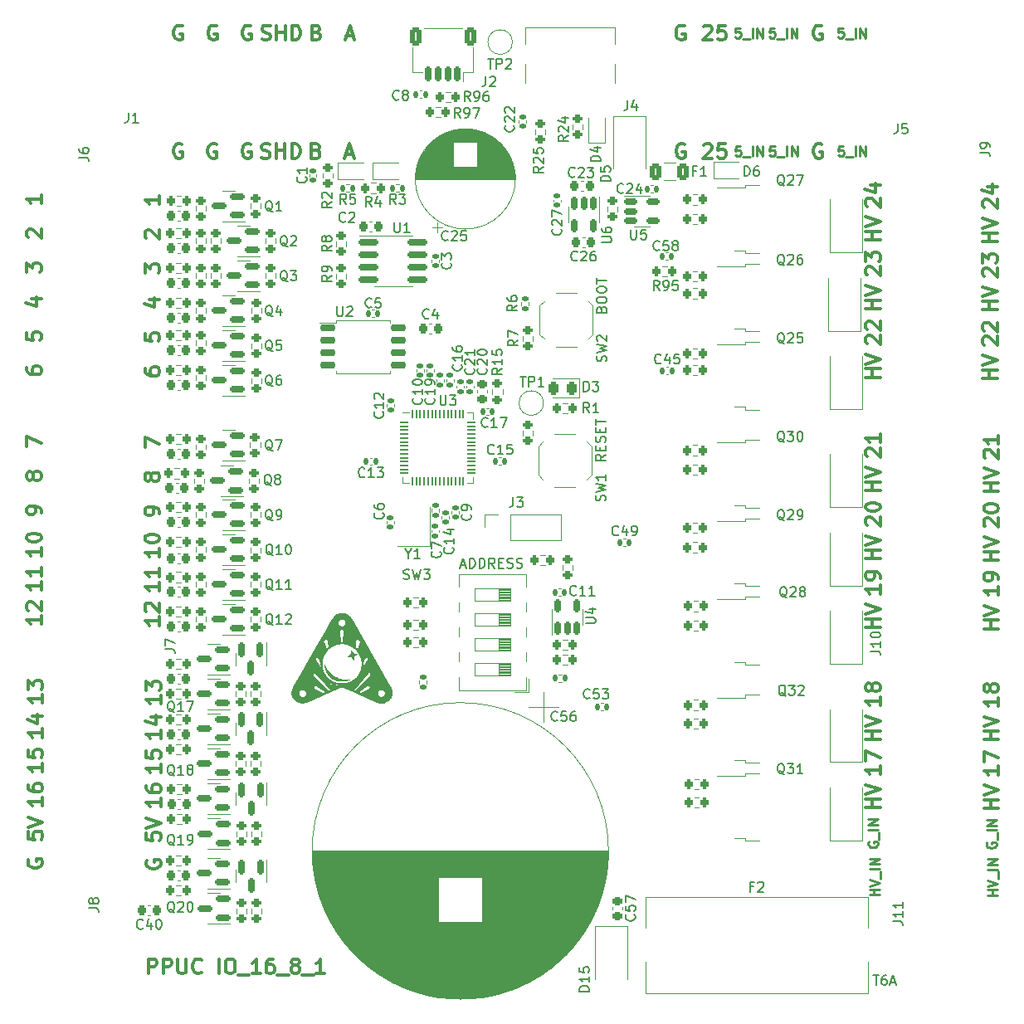
<source format=gto>
%TF.GenerationSoftware,KiCad,Pcbnew,6.0.11+dfsg-1~bpo11+1*%
%TF.CreationDate,2023-10-21T13:10:46+02:00*%
%TF.ProjectId,IO_16_8_1,494f5f31-365f-4385-9f31-2e6b69636164,0.1.1*%
%TF.SameCoordinates,PX47868c0PY848f8c0*%
%TF.FileFunction,Legend,Top*%
%TF.FilePolarity,Positive*%
%FSLAX46Y46*%
G04 Gerber Fmt 4.6, Leading zero omitted, Abs format (unit mm)*
G04 Created by KiCad (PCBNEW 6.0.11+dfsg-1~bpo11+1) date 2023-10-21 13:10:46*
%MOMM*%
%LPD*%
G01*
G04 APERTURE LIST*
G04 Aperture macros list*
%AMRoundRect*
0 Rectangle with rounded corners*
0 $1 Rounding radius*
0 $2 $3 $4 $5 $6 $7 $8 $9 X,Y pos of 4 corners*
0 Add a 4 corners polygon primitive as box body*
4,1,4,$2,$3,$4,$5,$6,$7,$8,$9,$2,$3,0*
0 Add four circle primitives for the rounded corners*
1,1,$1+$1,$2,$3*
1,1,$1+$1,$4,$5*
1,1,$1+$1,$6,$7*
1,1,$1+$1,$8,$9*
0 Add four rect primitives between the rounded corners*
20,1,$1+$1,$2,$3,$4,$5,0*
20,1,$1+$1,$4,$5,$6,$7,0*
20,1,$1+$1,$6,$7,$8,$9,0*
20,1,$1+$1,$8,$9,$2,$3,0*%
G04 Aperture macros list end*
%ADD10C,0.000000*%
%ADD11C,0.250000*%
%ADD12C,0.300000*%
%ADD13C,0.150000*%
%ADD14C,0.120000*%
%ADD15RoundRect,0.200000X-0.275000X0.200000X-0.275000X-0.200000X0.275000X-0.200000X0.275000X0.200000X0*%
%ADD16RoundRect,0.150000X0.587500X0.150000X-0.587500X0.150000X-0.587500X-0.150000X0.587500X-0.150000X0*%
%ADD17RoundRect,0.200000X-0.200000X-0.275000X0.200000X-0.275000X0.200000X0.275000X-0.200000X0.275000X0*%
%ADD18C,0.650000*%
%ADD19R,0.300000X1.150000*%
%ADD20O,1.000000X2.100000*%
%ADD21O,1.000000X1.600000*%
%ADD22RoundRect,0.135000X-0.185000X0.135000X-0.185000X-0.135000X0.185000X-0.135000X0.185000X0.135000X0*%
%ADD23RoundRect,0.200000X0.275000X-0.200000X0.275000X0.200000X-0.275000X0.200000X-0.275000X-0.200000X0*%
%ADD24RoundRect,0.140000X0.170000X-0.140000X0.170000X0.140000X-0.170000X0.140000X-0.170000X-0.140000X0*%
%ADD25RoundRect,0.200000X0.200000X0.275000X-0.200000X0.275000X-0.200000X-0.275000X0.200000X-0.275000X0*%
%ADD26C,5.500000*%
%ADD27RoundRect,0.140000X0.140000X0.170000X-0.140000X0.170000X-0.140000X-0.170000X0.140000X-0.170000X0*%
%ADD28R,2.200000X1.200000*%
%ADD29R,6.400000X5.800000*%
%ADD30RoundRect,0.140000X-0.170000X0.140000X-0.170000X-0.140000X0.170000X-0.140000X0.170000X0.140000X0*%
%ADD31RoundRect,0.140000X-0.140000X-0.170000X0.140000X-0.170000X0.140000X0.170000X-0.140000X0.170000X0*%
%ADD32R,1.800000X2.500000*%
%ADD33RoundRect,0.225000X-0.225000X-0.250000X0.225000X-0.250000X0.225000X0.250000X-0.225000X0.250000X0*%
%ADD34RoundRect,0.150000X-0.150000X0.587500X-0.150000X-0.587500X0.150000X-0.587500X0.150000X0.587500X0*%
%ADD35RoundRect,0.150000X0.150000X-0.512500X0.150000X0.512500X-0.150000X0.512500X-0.150000X-0.512500X0*%
%ADD36RoundRect,0.243750X0.243750X0.456250X-0.243750X0.456250X-0.243750X-0.456250X0.243750X-0.456250X0*%
%ADD37C,2.400000*%
%ADD38RoundRect,0.150000X0.150000X0.625000X-0.150000X0.625000X-0.150000X-0.625000X0.150000X-0.625000X0*%
%ADD39RoundRect,0.250000X0.350000X0.650000X-0.350000X0.650000X-0.350000X-0.650000X0.350000X-0.650000X0*%
%ADD40R,0.600000X0.450000*%
%ADD41RoundRect,0.225000X0.250000X-0.225000X0.250000X0.225000X-0.250000X0.225000X-0.250000X-0.225000X0*%
%ADD42RoundRect,0.225000X0.225000X0.250000X-0.225000X0.250000X-0.225000X-0.250000X0.225000X-0.250000X0*%
%ADD43RoundRect,0.135000X0.185000X-0.135000X0.185000X0.135000X-0.185000X0.135000X-0.185000X-0.135000X0*%
%ADD44R,4.000000X4.000000*%
%ADD45C,4.000000*%
%ADD46RoundRect,0.135000X0.135000X0.185000X-0.135000X0.185000X-0.135000X-0.185000X0.135000X-0.185000X0*%
%ADD47R,1.100000X1.800000*%
%ADD48C,2.700000*%
%ADD49C,3.000000*%
%ADD50R,2.440000X1.120000*%
%ADD51RoundRect,0.250000X-0.375000X-0.625000X0.375000X-0.625000X0.375000X0.625000X-0.375000X0.625000X0*%
%ADD52R,0.450000X0.600000*%
%ADD53RoundRect,0.050000X-0.387500X-0.050000X0.387500X-0.050000X0.387500X0.050000X-0.387500X0.050000X0*%
%ADD54RoundRect,0.050000X-0.050000X-0.387500X0.050000X-0.387500X0.050000X0.387500X-0.050000X0.387500X0*%
%ADD55R,3.200000X3.200000*%
%ADD56RoundRect,0.150000X-0.512500X-0.150000X0.512500X-0.150000X0.512500X0.150000X-0.512500X0.150000X0*%
%ADD57RoundRect,0.135000X-0.135000X-0.185000X0.135000X-0.185000X0.135000X0.185000X-0.135000X0.185000X0*%
%ADD58R,1.700000X1.700000*%
%ADD59O,1.700000X1.700000*%
%ADD60RoundRect,0.150000X-0.150000X0.512500X-0.150000X-0.512500X0.150000X-0.512500X0.150000X0.512500X0*%
%ADD61C,2.000000*%
%ADD62RoundRect,0.150000X-0.650000X-0.150000X0.650000X-0.150000X0.650000X0.150000X-0.650000X0.150000X0*%
%ADD63RoundRect,0.150000X-0.825000X-0.150000X0.825000X-0.150000X0.825000X0.150000X-0.825000X0.150000X0*%
%ADD64R,2.000000X2.000000*%
%ADD65R,1.200000X1.400000*%
G04 APERTURE END LIST*
D10*
G36*
X33290044Y31972883D02*
G01*
X33789997Y31972883D01*
X33914351Y31925258D01*
X35437028Y33481008D01*
X35441943Y33486199D01*
X35446517Y33491592D01*
X35450752Y33497174D01*
X35454647Y33502929D01*
X35458205Y33508843D01*
X35461425Y33514901D01*
X35464309Y33521089D01*
X35466856Y33527392D01*
X35469068Y33533797D01*
X35470946Y33540287D01*
X35472490Y33546849D01*
X35473701Y33553468D01*
X35474579Y33560130D01*
X35475126Y33566820D01*
X35475342Y33573524D01*
X35475228Y33580226D01*
X35474784Y33586913D01*
X35474012Y33593571D01*
X35472911Y33600183D01*
X35471484Y33606736D01*
X35469730Y33613216D01*
X35467650Y33619608D01*
X35465245Y33625897D01*
X35462515Y33632068D01*
X35459462Y33638108D01*
X35456086Y33644002D01*
X35452388Y33649734D01*
X35448369Y33655292D01*
X35444029Y33660659D01*
X35439369Y33665822D01*
X35434389Y33670766D01*
X35429091Y33675476D01*
X35423799Y33679782D01*
X35418348Y33683772D01*
X35412751Y33687445D01*
X35407020Y33690804D01*
X35401167Y33693848D01*
X35395203Y33696580D01*
X35389142Y33698999D01*
X35382995Y33701108D01*
X35376775Y33702906D01*
X35370493Y33704396D01*
X35364161Y33705577D01*
X35357793Y33706451D01*
X35351399Y33707019D01*
X35344992Y33707282D01*
X35338584Y33707240D01*
X35332187Y33706896D01*
X35325813Y33706248D01*
X35319475Y33705300D01*
X35313184Y33704051D01*
X35306953Y33702503D01*
X35300794Y33700656D01*
X35294718Y33698512D01*
X35288739Y33696072D01*
X35282867Y33693336D01*
X35277115Y33690305D01*
X35271496Y33686981D01*
X35266021Y33683364D01*
X35260703Y33679455D01*
X35255553Y33675256D01*
X35250584Y33670767D01*
X35245808Y33665989D01*
X35241236Y33660924D01*
X33789997Y31972883D01*
X33290044Y31972883D01*
X32918196Y32136925D01*
X32911771Y32139570D01*
X33353434Y32139570D01*
X33436778Y32107820D01*
X33987111Y33032539D01*
X33955550Y33005507D01*
X33923384Y32979002D01*
X33890629Y32953055D01*
X33857300Y32927698D01*
X33823413Y32902960D01*
X33788984Y32878874D01*
X33754027Y32855470D01*
X33718559Y32832778D01*
X33353434Y32139570D01*
X32911771Y32139570D01*
X32876400Y32154133D01*
X32833924Y32169047D01*
X32790863Y32181666D01*
X32747312Y32191991D01*
X32703365Y32200022D01*
X32659118Y32205758D01*
X32614666Y32209200D01*
X32570103Y32210347D01*
X32525524Y32209200D01*
X32481026Y32205758D01*
X32436701Y32200022D01*
X32392646Y32191991D01*
X32348955Y32181666D01*
X32305724Y32169047D01*
X32263046Y32154133D01*
X32221018Y32136925D01*
X29006331Y30718758D01*
X28977745Y30706743D01*
X28949045Y30695504D01*
X28920240Y30685039D01*
X28891341Y30675350D01*
X28862356Y30666436D01*
X28833295Y30658297D01*
X28804169Y30650933D01*
X28774986Y30644344D01*
X28745757Y30638530D01*
X28716491Y30633492D01*
X28687198Y30629229D01*
X28657887Y30625740D01*
X28628569Y30623027D01*
X28599253Y30621089D01*
X28569948Y30619927D01*
X28540664Y30619539D01*
X28482033Y30621086D01*
X28423777Y30625709D01*
X28365995Y30633387D01*
X28308782Y30644096D01*
X28252236Y30657812D01*
X28196453Y30674513D01*
X28141530Y30694174D01*
X28087565Y30716774D01*
X28034655Y30742288D01*
X27982895Y30770693D01*
X27932383Y30801966D01*
X27883216Y30836084D01*
X27835491Y30873024D01*
X27789305Y30912762D01*
X27744754Y30955275D01*
X27701935Y31000540D01*
X27642472Y31071935D01*
X27589617Y31146487D01*
X27543404Y31223848D01*
X27503870Y31303673D01*
X27471048Y31385614D01*
X27444974Y31469325D01*
X27425683Y31554457D01*
X27413209Y31640665D01*
X27413198Y31640831D01*
X28205966Y31640831D01*
X28206420Y31622836D01*
X28207767Y31605079D01*
X28209984Y31587584D01*
X28213051Y31570370D01*
X28216945Y31553461D01*
X28221646Y31536878D01*
X28227129Y31520643D01*
X28233375Y31504777D01*
X28240362Y31489303D01*
X28248066Y31474242D01*
X28256468Y31459616D01*
X28265544Y31445448D01*
X28275273Y31431757D01*
X28285634Y31418567D01*
X28296604Y31405900D01*
X28308161Y31393776D01*
X28320285Y31382219D01*
X28332953Y31371249D01*
X28346142Y31360888D01*
X28359833Y31351159D01*
X28374002Y31342083D01*
X28388627Y31333681D01*
X28403688Y31325977D01*
X28419162Y31318990D01*
X28435028Y31312744D01*
X28451263Y31307260D01*
X28467846Y31302560D01*
X28484755Y31298666D01*
X28501969Y31295599D01*
X28519464Y31293382D01*
X28537221Y31292035D01*
X28555216Y31291581D01*
X28573211Y31292035D01*
X28590968Y31293382D01*
X28608464Y31295599D01*
X28625677Y31298666D01*
X28642586Y31302560D01*
X28659169Y31307260D01*
X28675404Y31312744D01*
X28691270Y31318990D01*
X28706744Y31325977D01*
X28721805Y31333681D01*
X28736431Y31342083D01*
X28750599Y31351159D01*
X28764290Y31360888D01*
X28777480Y31371249D01*
X28790147Y31382219D01*
X28802271Y31393776D01*
X28813828Y31405900D01*
X28824798Y31418567D01*
X28835159Y31431757D01*
X28844888Y31445448D01*
X28853964Y31459616D01*
X28862366Y31474242D01*
X28870071Y31489303D01*
X28877057Y31504777D01*
X28883303Y31520643D01*
X28888787Y31536878D01*
X28893487Y31553461D01*
X28897381Y31570370D01*
X28900448Y31587584D01*
X28902666Y31605079D01*
X28904012Y31622836D01*
X28904466Y31640831D01*
X28904012Y31658827D01*
X28902666Y31676583D01*
X28900448Y31694079D01*
X28897381Y31711292D01*
X28893487Y31728201D01*
X28888787Y31744784D01*
X28883303Y31761020D01*
X28877057Y31776885D01*
X28870071Y31792359D01*
X28862366Y31807420D01*
X28853965Y31822046D01*
X28844888Y31836215D01*
X28835159Y31849905D01*
X28824798Y31863095D01*
X28813828Y31875763D01*
X28802271Y31887886D01*
X28790147Y31899444D01*
X28777480Y31910414D01*
X28764290Y31920774D01*
X28750600Y31930504D01*
X28736431Y31939580D01*
X28721805Y31947981D01*
X28706744Y31955686D01*
X28691270Y31962672D01*
X28675404Y31968918D01*
X28659169Y31974402D01*
X28642586Y31979102D01*
X28625677Y31982996D01*
X28608464Y31986063D01*
X28590968Y31988281D01*
X28573211Y31989628D01*
X28555216Y31990081D01*
X28537221Y31989628D01*
X28519464Y31988281D01*
X28501969Y31986063D01*
X28484755Y31982996D01*
X28467846Y31979102D01*
X28451263Y31974402D01*
X28435028Y31968918D01*
X28419162Y31962672D01*
X28403688Y31955686D01*
X28388628Y31947981D01*
X28374002Y31939580D01*
X28359833Y31930504D01*
X28346142Y31920774D01*
X28332953Y31910414D01*
X28320285Y31899444D01*
X28308162Y31887886D01*
X28296604Y31875762D01*
X28285634Y31863095D01*
X28275273Y31849905D01*
X28265544Y31836215D01*
X28256468Y31822046D01*
X28248066Y31807420D01*
X28240362Y31792359D01*
X28233375Y31776885D01*
X28227129Y31761019D01*
X28221646Y31744784D01*
X28216945Y31728201D01*
X28213051Y31711292D01*
X28209984Y31694079D01*
X28207767Y31676583D01*
X28206420Y31658827D01*
X28205966Y31640831D01*
X27413198Y31640831D01*
X27407587Y31727602D01*
X27408852Y31814921D01*
X27417040Y31902274D01*
X27432184Y31989316D01*
X27454321Y32075698D01*
X27483483Y32161075D01*
X27518555Y32242426D01*
X29724832Y32242426D01*
X29725014Y32235946D01*
X29725504Y32229495D01*
X29726296Y32223086D01*
X29727389Y32216731D01*
X29728779Y32210441D01*
X29730462Y32204228D01*
X29732436Y32198104D01*
X29734698Y32192082D01*
X29737244Y32186172D01*
X29740071Y32180387D01*
X29743177Y32174739D01*
X29746557Y32169239D01*
X29750209Y32163899D01*
X29754130Y32158732D01*
X29758316Y32153749D01*
X29762765Y32148962D01*
X29767473Y32144382D01*
X29772436Y32140023D01*
X29777653Y32135895D01*
X29783120Y32132010D01*
X29788833Y32128381D01*
X29794789Y32125019D01*
X30599122Y31691102D01*
X30816080Y31775769D01*
X29931049Y32355207D01*
X29924905Y32358986D01*
X29918634Y32362389D01*
X29912252Y32365419D01*
X29905772Y32368079D01*
X29899207Y32370373D01*
X29892572Y32372304D01*
X29885880Y32373876D01*
X29879145Y32375092D01*
X29872382Y32375954D01*
X29865603Y32376468D01*
X29858822Y32376636D01*
X29852054Y32376461D01*
X29845312Y32375947D01*
X29838610Y32375097D01*
X29831962Y32373915D01*
X29825381Y32372404D01*
X29818882Y32370568D01*
X29812478Y32368409D01*
X29806183Y32365931D01*
X29800011Y32363138D01*
X29793975Y32360034D01*
X29788090Y32356620D01*
X29782369Y32352901D01*
X29776826Y32348881D01*
X29771475Y32344562D01*
X29766330Y32339948D01*
X29761404Y32335042D01*
X29756711Y32329848D01*
X29752266Y32324370D01*
X29748081Y32318609D01*
X29744171Y32312571D01*
X29740549Y32306258D01*
X29737495Y32300132D01*
X29734778Y32293918D01*
X29732396Y32287626D01*
X29730346Y32281270D01*
X29728624Y32274860D01*
X29727227Y32268408D01*
X29726153Y32261927D01*
X29725398Y32255429D01*
X29724958Y32248924D01*
X29724832Y32242426D01*
X27518555Y32242426D01*
X27519708Y32245099D01*
X27563029Y32327424D01*
X28283871Y33576093D01*
X29644472Y33576093D01*
X29644533Y33569674D01*
X29644899Y33563264D01*
X29645572Y33556874D01*
X29646552Y33550515D01*
X29647840Y33544200D01*
X29649434Y33537941D01*
X29651337Y33531748D01*
X29653547Y33525636D01*
X29656065Y33519614D01*
X29658892Y33513695D01*
X29662027Y33507891D01*
X29665471Y33502213D01*
X29669224Y33496674D01*
X29673287Y33491286D01*
X29677659Y33486060D01*
X29682341Y33481008D01*
X31207664Y31923935D01*
X31333341Y31971560D01*
X30420966Y33032539D01*
X31132257Y33032539D01*
X31683914Y32105175D01*
X31767258Y32136925D01*
X31535963Y32576133D01*
X31984216Y32576133D01*
X32032833Y32414572D01*
X32079466Y32255988D01*
X32105924Y32266571D01*
X32164133Y32290383D01*
X32163511Y32293029D01*
X32956560Y32293029D01*
X33024028Y32265248D01*
X33041226Y32258633D01*
X33087859Y32416391D01*
X33136476Y32576132D01*
X33106711Y32568237D01*
X33076945Y32560588D01*
X33047180Y32553436D01*
X33032297Y32550124D01*
X33017414Y32547029D01*
X32986491Y32419036D01*
X32956560Y32293029D01*
X32163511Y32293029D01*
X32134201Y32417714D01*
X32114667Y32499404D01*
X32519997Y32499404D01*
X32522643Y32361820D01*
X32528040Y32362257D01*
X32533330Y32362585D01*
X32538526Y32362820D01*
X32543644Y32362978D01*
X32553711Y32363123D01*
X32563653Y32363143D01*
X32604664Y32361820D01*
X32607309Y32499404D01*
X32519997Y32499404D01*
X32114667Y32499404D01*
X32103278Y32547029D01*
X32072954Y32553995D01*
X32043251Y32561085D01*
X32013795Y32568423D01*
X31984216Y32576133D01*
X31535963Y32576133D01*
X31400809Y32832778D01*
X31365396Y32855470D01*
X31330571Y32878874D01*
X31296304Y32902960D01*
X31262565Y32927698D01*
X31229321Y32953055D01*
X31196543Y32979002D01*
X31164199Y33005507D01*
X31132257Y33032539D01*
X30420966Y33032539D01*
X29879456Y33662248D01*
X29874629Y33667546D01*
X29869583Y33672525D01*
X29864333Y33677185D01*
X29858891Y33681525D01*
X29853272Y33685545D01*
X29847490Y33689243D01*
X29841557Y33692619D01*
X29835489Y33695672D01*
X29829299Y33698401D01*
X29823001Y33700806D01*
X29816608Y33702886D01*
X29810134Y33704640D01*
X29803594Y33706068D01*
X29797000Y33707168D01*
X29790368Y33707940D01*
X29783709Y33708384D01*
X29777040Y33708498D01*
X29770372Y33708282D01*
X29763720Y33707735D01*
X29757099Y33706857D01*
X29750520Y33705646D01*
X29744000Y33704102D01*
X29737550Y33702224D01*
X29731186Y33700012D01*
X29724920Y33697465D01*
X29718767Y33694581D01*
X29712740Y33691361D01*
X29706854Y33687804D01*
X29701121Y33683908D01*
X29695557Y33679673D01*
X29690174Y33675099D01*
X29684987Y33670185D01*
X29680177Y33665253D01*
X29675670Y33660139D01*
X29671465Y33654855D01*
X29667564Y33649413D01*
X29663966Y33643825D01*
X29660671Y33638103D01*
X29657681Y33632257D01*
X29654994Y33626301D01*
X29652611Y33620246D01*
X29650533Y33614105D01*
X29648760Y33607888D01*
X29647291Y33601608D01*
X29646128Y33595276D01*
X29645270Y33588905D01*
X29644718Y33582507D01*
X29644472Y33576093D01*
X28283871Y33576093D01*
X29177892Y35124749D01*
X29909832Y35124749D01*
X29909939Y35118298D01*
X29910354Y35111839D01*
X29911082Y35105384D01*
X29912123Y35098945D01*
X29913480Y35092532D01*
X29915156Y35086159D01*
X29917153Y35079836D01*
X29919474Y35073574D01*
X29922121Y35067387D01*
X29925097Y35061284D01*
X29928403Y35055279D01*
X30436403Y34201998D01*
X30424311Y34259294D01*
X30413831Y34317071D01*
X30404963Y34375312D01*
X30397708Y34434004D01*
X30392065Y34493129D01*
X30388034Y34552674D01*
X30385616Y34612621D01*
X30384810Y34672956D01*
X30384816Y34679570D01*
X30568695Y34679570D01*
X30571294Y34576772D01*
X30579008Y34475331D01*
X30591710Y34375372D01*
X30609274Y34277021D01*
X30631576Y34180403D01*
X30658489Y34085642D01*
X30689888Y33992863D01*
X30725647Y33902192D01*
X30765640Y33813753D01*
X30809742Y33727671D01*
X30857826Y33644072D01*
X30909768Y33563081D01*
X30965440Y33484821D01*
X31024719Y33409420D01*
X31087477Y33337000D01*
X31153590Y33267688D01*
X31222931Y33201608D01*
X31295375Y33138886D01*
X31370796Y33079646D01*
X31449068Y33024013D01*
X31530066Y32972113D01*
X31613664Y32924069D01*
X31699736Y32880009D01*
X31788156Y32840055D01*
X31878799Y32804334D01*
X31971539Y32772970D01*
X32066250Y32746089D01*
X32162807Y32723814D01*
X32261084Y32706272D01*
X32360955Y32693587D01*
X32462295Y32685885D01*
X32564977Y32683290D01*
X32667655Y32685885D01*
X32768984Y32693587D01*
X32868837Y32706272D01*
X32967092Y32723814D01*
X33063621Y32746089D01*
X33158301Y32772970D01*
X33251006Y32804334D01*
X33341611Y32840055D01*
X33429992Y32880009D01*
X33516023Y32924069D01*
X33599579Y32972113D01*
X33680536Y33024013D01*
X33758768Y33079646D01*
X33834151Y33138886D01*
X33906559Y33201608D01*
X33975867Y33267688D01*
X34041950Y33337000D01*
X34104684Y33409420D01*
X34163944Y33484821D01*
X34219604Y33563081D01*
X34271539Y33644072D01*
X34319625Y33727671D01*
X34363736Y33813753D01*
X34403747Y33902192D01*
X34439534Y33992863D01*
X34470972Y34085642D01*
X34497935Y34180403D01*
X34502933Y34201998D01*
X34684288Y34201998D01*
X35190965Y35053956D01*
X35194380Y35060209D01*
X35197434Y35066559D01*
X35200131Y35072992D01*
X35202473Y35079497D01*
X35204465Y35086061D01*
X35206109Y35092672D01*
X35207410Y35099317D01*
X35208370Y35105984D01*
X35208992Y35112660D01*
X35209281Y35119334D01*
X35209240Y35125994D01*
X35208871Y35132625D01*
X35208179Y35139217D01*
X35207166Y35145757D01*
X35205837Y35152233D01*
X35204194Y35158631D01*
X35202241Y35164941D01*
X35199982Y35171149D01*
X35197419Y35177243D01*
X35194557Y35183211D01*
X35191397Y35189041D01*
X35187945Y35194719D01*
X35184203Y35200235D01*
X35180175Y35205574D01*
X35175864Y35210726D01*
X35171273Y35215677D01*
X35166406Y35220416D01*
X35161266Y35224930D01*
X35155857Y35229206D01*
X35150182Y35233233D01*
X35144245Y35236997D01*
X35138048Y35240487D01*
X35131926Y35243538D01*
X35125723Y35246244D01*
X35119449Y35248608D01*
X35113117Y35250634D01*
X35106737Y35252326D01*
X35100321Y35253687D01*
X35093880Y35254721D01*
X35087426Y35255432D01*
X35080970Y35255823D01*
X35074523Y35255898D01*
X35068098Y35255660D01*
X35061704Y35255114D01*
X35055354Y35254262D01*
X35049059Y35253109D01*
X35042831Y35251658D01*
X35036680Y35249913D01*
X35030618Y35247877D01*
X35024657Y35245553D01*
X35018808Y35242947D01*
X35013082Y35240060D01*
X35007490Y35236898D01*
X35002045Y35233463D01*
X34996758Y35229759D01*
X34991639Y35225790D01*
X34986700Y35221559D01*
X34981953Y35217071D01*
X34977409Y35212328D01*
X34973079Y35207334D01*
X34968975Y35202093D01*
X34965108Y35196609D01*
X34961490Y35190885D01*
X34958132Y35184925D01*
X34733236Y34757623D01*
X34733464Y34736766D01*
X34734063Y34715785D01*
X34735882Y34672956D01*
X34735022Y34612621D01*
X34732471Y34552674D01*
X34728278Y34493130D01*
X34722487Y34434004D01*
X34715147Y34375313D01*
X34706302Y34317071D01*
X34696001Y34259294D01*
X34684288Y34201998D01*
X34502933Y34201998D01*
X34520298Y34277021D01*
X34537937Y34375372D01*
X34550726Y34475331D01*
X34558541Y34576772D01*
X34561257Y34679570D01*
X34558658Y34782369D01*
X34550944Y34883810D01*
X34538242Y34983768D01*
X34520678Y35082119D01*
X34498376Y35178738D01*
X34471463Y35273499D01*
X34440064Y35366278D01*
X34404305Y35456949D01*
X34364312Y35545388D01*
X34320211Y35631469D01*
X34272126Y35715068D01*
X34220185Y35796060D01*
X34164512Y35874319D01*
X34105234Y35949721D01*
X34042475Y36022141D01*
X33976363Y36091453D01*
X33907022Y36157532D01*
X33834578Y36220255D01*
X33759157Y36279495D01*
X33680885Y36335128D01*
X33663222Y36346445D01*
X33948747Y36346445D01*
X33971443Y36327410D01*
X33993891Y36308019D01*
X34016092Y36288286D01*
X34038044Y36268228D01*
X34059748Y36247859D01*
X34081204Y36227196D01*
X34102412Y36206255D01*
X34123372Y36185049D01*
X34376049Y36837247D01*
X34380016Y36848091D01*
X34383247Y36859024D01*
X34385758Y36870022D01*
X34387565Y36881056D01*
X34388682Y36892101D01*
X34389126Y36903130D01*
X34388913Y36914117D01*
X34388058Y36925035D01*
X34386578Y36935859D01*
X34384487Y36946561D01*
X34381801Y36957115D01*
X34378537Y36967495D01*
X34374710Y36977675D01*
X34370336Y36987627D01*
X34365430Y36997326D01*
X34360009Y37006746D01*
X34354087Y37015859D01*
X34347682Y37024640D01*
X34340807Y37033062D01*
X34333481Y37041098D01*
X34325717Y37048722D01*
X34317532Y37055909D01*
X34308941Y37062630D01*
X34299961Y37068861D01*
X34290606Y37074574D01*
X34280894Y37079744D01*
X34270839Y37084343D01*
X34260457Y37088346D01*
X34249764Y37091725D01*
X34238776Y37094455D01*
X34227508Y37096510D01*
X34215976Y37097862D01*
X34206091Y37098600D01*
X34196289Y37098837D01*
X34186583Y37098584D01*
X34176986Y37097851D01*
X34167511Y37096650D01*
X34158172Y37094990D01*
X34148980Y37092882D01*
X34139950Y37090338D01*
X34131094Y37087367D01*
X34122426Y37083980D01*
X34113958Y37080189D01*
X34105704Y37076003D01*
X34097676Y37071433D01*
X34089889Y37066490D01*
X34082354Y37061185D01*
X34075085Y37055528D01*
X34068096Y37049531D01*
X34061398Y37043202D01*
X34055006Y37036554D01*
X34048932Y37029597D01*
X34043189Y37022342D01*
X34037791Y37014798D01*
X34032750Y37006978D01*
X34028080Y36998891D01*
X34023794Y36990548D01*
X34019904Y36981961D01*
X34016425Y36973138D01*
X34013368Y36964092D01*
X34010747Y36954833D01*
X34008576Y36945371D01*
X34006866Y36935717D01*
X34005632Y36925883D01*
X33948747Y36346445D01*
X33663222Y36346445D01*
X33599887Y36387028D01*
X33516289Y36435071D01*
X33430217Y36479132D01*
X33341797Y36519085D01*
X33251154Y36554807D01*
X33158414Y36586170D01*
X33063703Y36613052D01*
X32967146Y36635326D01*
X32868869Y36652868D01*
X32768998Y36665553D01*
X32667659Y36673256D01*
X32564977Y36675851D01*
X32462178Y36673252D01*
X32360737Y36665539D01*
X32260779Y36652837D01*
X32162428Y36635272D01*
X32065809Y36612970D01*
X31971048Y36586057D01*
X31878269Y36554658D01*
X31787598Y36518899D01*
X31699159Y36478906D01*
X31613077Y36434805D01*
X31529478Y36386720D01*
X31448487Y36334779D01*
X31370227Y36279106D01*
X31294825Y36219827D01*
X31222406Y36157069D01*
X31153094Y36090956D01*
X31087014Y36021615D01*
X31024292Y35949172D01*
X30965051Y35873751D01*
X30909419Y35795478D01*
X30857518Y35714481D01*
X30809475Y35630883D01*
X30765414Y35544811D01*
X30725461Y35456391D01*
X30689740Y35365748D01*
X30658376Y35273008D01*
X30631494Y35178296D01*
X30609220Y35081739D01*
X30591678Y34983463D01*
X30578993Y34883592D01*
X30571291Y34782252D01*
X30568695Y34679570D01*
X30384816Y34679570D01*
X30384830Y34693999D01*
X30384975Y34715289D01*
X30385368Y34736580D01*
X30386133Y34757623D01*
X30161237Y35184925D01*
X30157743Y35191125D01*
X30153968Y35197073D01*
X30149924Y35202765D01*
X30145625Y35208197D01*
X30141084Y35213364D01*
X30136314Y35218262D01*
X30131327Y35222888D01*
X30126138Y35227237D01*
X30120759Y35231305D01*
X30115203Y35235088D01*
X30109483Y35238581D01*
X30103612Y35241781D01*
X30097604Y35244684D01*
X30091472Y35247285D01*
X30085227Y35249581D01*
X30078885Y35251566D01*
X30072457Y35253238D01*
X30065958Y35254592D01*
X30059399Y35255623D01*
X30052794Y35256328D01*
X30046156Y35256703D01*
X30039498Y35256743D01*
X30032833Y35256445D01*
X30026175Y35255804D01*
X30019536Y35254816D01*
X30012930Y35253477D01*
X30006369Y35251783D01*
X29999867Y35249729D01*
X29993436Y35247313D01*
X29987090Y35244529D01*
X29980842Y35241373D01*
X29974705Y35237841D01*
X29968881Y35234239D01*
X29963314Y35230384D01*
X29958008Y35226290D01*
X29952965Y35221966D01*
X29948188Y35217426D01*
X29943678Y35212680D01*
X29939439Y35207740D01*
X29935473Y35202619D01*
X29931782Y35197326D01*
X29928368Y35191875D01*
X29925234Y35186277D01*
X29922383Y35180542D01*
X29919817Y35174684D01*
X29917538Y35168714D01*
X29915549Y35162642D01*
X29913851Y35156482D01*
X29912449Y35150244D01*
X29911343Y35143940D01*
X29910537Y35137582D01*
X29910033Y35131181D01*
X29909832Y35124749D01*
X29177892Y35124749D01*
X30204561Y36903183D01*
X30730290Y36903183D01*
X30730705Y36893756D01*
X30731590Y36884305D01*
X30732954Y36874847D01*
X30734802Y36865397D01*
X30737141Y36855970D01*
X30739978Y36846581D01*
X30743320Y36837247D01*
X30995997Y36186372D01*
X31016957Y36207577D01*
X31038165Y36228519D01*
X31059621Y36249182D01*
X31081325Y36269551D01*
X31103277Y36289609D01*
X31125477Y36309342D01*
X31147926Y36328733D01*
X31170622Y36347768D01*
X31113737Y36925883D01*
X31112388Y36937418D01*
X31110345Y36948696D01*
X31107632Y36959702D01*
X31104275Y36970417D01*
X31100299Y36980827D01*
X31095732Y36990914D01*
X31090597Y37000661D01*
X31084922Y37010053D01*
X31078731Y37019073D01*
X31072050Y37027705D01*
X31064905Y37035931D01*
X31057321Y37043736D01*
X31049325Y37051103D01*
X31040942Y37058015D01*
X31032197Y37064457D01*
X31023117Y37070411D01*
X31013726Y37075862D01*
X31004051Y37080792D01*
X30994118Y37085185D01*
X30983951Y37089025D01*
X30973577Y37092296D01*
X30963021Y37094980D01*
X30952310Y37097061D01*
X30941468Y37098523D01*
X30930521Y37099350D01*
X30919496Y37099525D01*
X30908417Y37099031D01*
X30897310Y37097852D01*
X30886202Y37095971D01*
X30875117Y37093373D01*
X30864082Y37090040D01*
X30853122Y37085956D01*
X30843968Y37082148D01*
X30835116Y37077930D01*
X30826573Y37073317D01*
X30818344Y37068324D01*
X30810436Y37062966D01*
X30802858Y37057260D01*
X30795614Y37051220D01*
X30788712Y37044863D01*
X30782160Y37038203D01*
X30775963Y37031256D01*
X30770128Y37024038D01*
X30764662Y37016565D01*
X30759573Y37008851D01*
X30754866Y37000912D01*
X30750548Y36992764D01*
X30746627Y36984422D01*
X30743109Y36975902D01*
X30740001Y36967219D01*
X30737310Y36958389D01*
X30735041Y36949427D01*
X30733204Y36940348D01*
X30731803Y36931169D01*
X30730845Y36921905D01*
X30730339Y36912571D01*
X30730290Y36903183D01*
X30204561Y36903183D01*
X30820064Y37969380D01*
X32410020Y37969380D01*
X32410195Y37961727D01*
X32461789Y36846508D01*
X32510737Y36848327D01*
X32535087Y36848927D01*
X32559685Y36849154D01*
X32584469Y36848927D01*
X32609129Y36848327D01*
X32633541Y36847480D01*
X32657581Y36846508D01*
X32709174Y37961727D01*
X32709323Y37969868D01*
X32709034Y37977912D01*
X32708318Y37985848D01*
X32707187Y37993665D01*
X32705652Y38001351D01*
X32703724Y38008895D01*
X32701414Y38016286D01*
X32698735Y38023511D01*
X32695698Y38030560D01*
X32692313Y38037421D01*
X32688592Y38044083D01*
X32684548Y38050535D01*
X32680190Y38056765D01*
X32675530Y38062761D01*
X32670581Y38068513D01*
X32665353Y38074009D01*
X32659857Y38079237D01*
X32654105Y38084187D01*
X32648108Y38088846D01*
X32641879Y38093204D01*
X32635427Y38097249D01*
X32628765Y38100970D01*
X32621904Y38104354D01*
X32614855Y38107392D01*
X32607629Y38110071D01*
X32600239Y38112380D01*
X32592695Y38114308D01*
X32585009Y38115844D01*
X32577192Y38116975D01*
X32569256Y38117691D01*
X32561211Y38117980D01*
X32553070Y38117831D01*
X32545316Y38117266D01*
X32537688Y38116325D01*
X32530192Y38115015D01*
X32522840Y38113348D01*
X32515638Y38111333D01*
X32508596Y38108979D01*
X32501723Y38106298D01*
X32495027Y38103299D01*
X32488518Y38099992D01*
X32482203Y38096387D01*
X32476091Y38092493D01*
X32470192Y38088321D01*
X32464513Y38083881D01*
X32459065Y38079182D01*
X32453854Y38074234D01*
X32448891Y38069048D01*
X32444183Y38063634D01*
X32439740Y38058000D01*
X32435570Y38052158D01*
X32431683Y38046117D01*
X32428085Y38039887D01*
X32424788Y38033478D01*
X32421798Y38026900D01*
X32419125Y38020162D01*
X32416778Y38013276D01*
X32414765Y38006250D01*
X32413095Y37999095D01*
X32411777Y37991820D01*
X32410819Y37984436D01*
X32410230Y37976953D01*
X32410020Y37969380D01*
X30820064Y37969380D01*
X31322745Y38840143D01*
X32219696Y38840143D01*
X32220149Y38822148D01*
X32221496Y38804391D01*
X32223713Y38786896D01*
X32226780Y38769682D01*
X32230675Y38752773D01*
X32235375Y38736190D01*
X32240859Y38719955D01*
X32247105Y38704089D01*
X32254091Y38688615D01*
X32261796Y38673555D01*
X32270197Y38658929D01*
X32279273Y38644760D01*
X32289003Y38631070D01*
X32299363Y38617880D01*
X32310333Y38605212D01*
X32321891Y38593089D01*
X32334014Y38581531D01*
X32346682Y38570561D01*
X32359872Y38560200D01*
X32373562Y38550471D01*
X32387731Y38541395D01*
X32402357Y38532994D01*
X32417418Y38525289D01*
X32432892Y38518303D01*
X32448757Y38512057D01*
X32464993Y38506573D01*
X32481576Y38501873D01*
X32498485Y38497978D01*
X32515698Y38494911D01*
X32533194Y38492694D01*
X32550950Y38491347D01*
X32568946Y38490893D01*
X32586941Y38491347D01*
X32604697Y38492694D01*
X32622193Y38494911D01*
X32639406Y38497978D01*
X32656315Y38501873D01*
X32672899Y38506573D01*
X32689134Y38512057D01*
X32704999Y38518303D01*
X32720473Y38525289D01*
X32735534Y38532994D01*
X32750160Y38541395D01*
X32764329Y38550471D01*
X32778019Y38560200D01*
X32791209Y38570561D01*
X32803877Y38581531D01*
X32816000Y38593089D01*
X32827558Y38605212D01*
X32838528Y38617880D01*
X32848889Y38631070D01*
X32858618Y38644760D01*
X32867694Y38658929D01*
X32876095Y38673555D01*
X32883800Y38688615D01*
X32890786Y38704089D01*
X32897032Y38719955D01*
X32902516Y38736190D01*
X32907216Y38752773D01*
X32911111Y38769682D01*
X32914178Y38786896D01*
X32916395Y38804391D01*
X32917742Y38822148D01*
X32918196Y38840143D01*
X32917742Y38858138D01*
X32916395Y38875895D01*
X32914178Y38893391D01*
X32911111Y38910604D01*
X32907216Y38927513D01*
X32902516Y38944096D01*
X32897032Y38960331D01*
X32890786Y38976197D01*
X32883800Y38991671D01*
X32876095Y39006732D01*
X32867694Y39021358D01*
X32858618Y39035526D01*
X32848888Y39049217D01*
X32838528Y39062407D01*
X32827558Y39075074D01*
X32816000Y39087198D01*
X32803876Y39098755D01*
X32791209Y39109725D01*
X32778019Y39120086D01*
X32764328Y39129815D01*
X32750159Y39138892D01*
X32735534Y39147293D01*
X32720473Y39154998D01*
X32704999Y39161984D01*
X32689133Y39168230D01*
X32672898Y39173714D01*
X32656315Y39178414D01*
X32639406Y39182308D01*
X32622192Y39185375D01*
X32604697Y39187593D01*
X32586940Y39188939D01*
X32568945Y39189393D01*
X32550950Y39188939D01*
X32533193Y39187593D01*
X32515697Y39185375D01*
X32498484Y39182308D01*
X32481575Y39178414D01*
X32464992Y39173714D01*
X32448757Y39168230D01*
X32432891Y39161984D01*
X32417417Y39154998D01*
X32402356Y39147293D01*
X32387730Y39138892D01*
X32373562Y39129815D01*
X32359871Y39120086D01*
X32346681Y39109725D01*
X32334014Y39098755D01*
X32321890Y39087198D01*
X32310333Y39075074D01*
X32299363Y39062407D01*
X32289002Y39049217D01*
X32279273Y39035526D01*
X32270197Y39021358D01*
X32261795Y39006732D01*
X32254091Y38991671D01*
X32247104Y38976197D01*
X32240859Y38960331D01*
X32235375Y38944096D01*
X32230675Y38927513D01*
X32226780Y38910604D01*
X32223713Y38893391D01*
X32221496Y38875895D01*
X32220149Y38858138D01*
X32219696Y38840143D01*
X31322745Y38840143D01*
X31584696Y39293903D01*
X31625021Y39358936D01*
X31668985Y39420518D01*
X31716414Y39478546D01*
X31767134Y39532917D01*
X31820970Y39583528D01*
X31877747Y39630278D01*
X31937292Y39673062D01*
X31999430Y39711779D01*
X32063986Y39746326D01*
X32130786Y39776600D01*
X32199656Y39802498D01*
X32270421Y39823917D01*
X32342907Y39840756D01*
X32416939Y39852910D01*
X32492344Y39860278D01*
X32568946Y39862757D01*
X32607385Y39862135D01*
X32645548Y39860278D01*
X32683410Y39857199D01*
X32720952Y39852910D01*
X32758150Y39847425D01*
X32794984Y39840756D01*
X32831431Y39832915D01*
X32867470Y39823917D01*
X32903079Y39813774D01*
X32938235Y39802498D01*
X32972918Y39790102D01*
X33007105Y39776600D01*
X33040775Y39762003D01*
X33073905Y39746326D01*
X33106475Y39729580D01*
X33138461Y39711779D01*
X33169843Y39692936D01*
X33200599Y39673062D01*
X33230706Y39652172D01*
X33260144Y39630278D01*
X33288889Y39607392D01*
X33316921Y39583528D01*
X33344218Y39558699D01*
X33370757Y39532917D01*
X33396517Y39506195D01*
X33421477Y39478546D01*
X33445614Y39449983D01*
X33468906Y39420518D01*
X33491332Y39390165D01*
X33512870Y39358936D01*
X33533499Y39326845D01*
X33553195Y39293903D01*
X37574861Y32327424D01*
X37597411Y32286496D01*
X37618183Y32245099D01*
X37654410Y32161073D01*
X37683579Y32075690D01*
X37705727Y31989295D01*
X37720891Y31902234D01*
X37729108Y31814851D01*
X37730414Y31727491D01*
X37724847Y31640500D01*
X37712443Y31554222D01*
X37693239Y31469002D01*
X37667272Y31385184D01*
X37634579Y31303115D01*
X37595196Y31223139D01*
X37549160Y31145600D01*
X37496509Y31070845D01*
X37467714Y31034618D01*
X37437278Y30999217D01*
X37372502Y30932582D01*
X37303909Y30872134D01*
X37231840Y30817949D01*
X37156634Y30770104D01*
X37078629Y30728678D01*
X36998166Y30693747D01*
X36915582Y30665389D01*
X36831217Y30643683D01*
X36745411Y30628704D01*
X36658502Y30620532D01*
X36570829Y30619242D01*
X36482732Y30624914D01*
X36394550Y30637624D01*
X36306622Y30657449D01*
X36219286Y30684468D01*
X36132883Y30718758D01*
X34042736Y31640831D01*
X36233424Y31640831D01*
X36233878Y31622836D01*
X36235224Y31605079D01*
X36237442Y31587584D01*
X36240509Y31570370D01*
X36244403Y31553461D01*
X36249103Y31536878D01*
X36254587Y31520643D01*
X36260833Y31504777D01*
X36267819Y31489303D01*
X36275524Y31474242D01*
X36283926Y31459616D01*
X36293002Y31445448D01*
X36302731Y31431757D01*
X36313092Y31418567D01*
X36324062Y31405900D01*
X36335620Y31393776D01*
X36347743Y31382219D01*
X36360411Y31371249D01*
X36373601Y31360888D01*
X36387291Y31351159D01*
X36401460Y31342083D01*
X36416086Y31333681D01*
X36431146Y31325977D01*
X36446621Y31318990D01*
X36462486Y31312744D01*
X36478721Y31307260D01*
X36495304Y31302560D01*
X36512213Y31298666D01*
X36529427Y31295599D01*
X36546922Y31293382D01*
X36564679Y31292035D01*
X36582674Y31291581D01*
X36600553Y31292035D01*
X36618208Y31293382D01*
X36635616Y31295599D01*
X36652755Y31298666D01*
X36669603Y31302560D01*
X36686136Y31307260D01*
X36702332Y31312744D01*
X36718170Y31318990D01*
X36733625Y31325977D01*
X36748677Y31333681D01*
X36763301Y31342083D01*
X36777476Y31351159D01*
X36791180Y31360888D01*
X36804388Y31371249D01*
X36817080Y31382219D01*
X36829233Y31393776D01*
X36840823Y31405900D01*
X36851829Y31418567D01*
X36862228Y31431757D01*
X36871998Y31445448D01*
X36881115Y31459616D01*
X36889558Y31474242D01*
X36897303Y31489303D01*
X36904329Y31504777D01*
X36910613Y31520643D01*
X36916132Y31536878D01*
X36920863Y31553461D01*
X36924785Y31570370D01*
X36927875Y31587584D01*
X36930110Y31605079D01*
X36931467Y31622836D01*
X36931925Y31640831D01*
X36931471Y31658827D01*
X36930124Y31676583D01*
X36927907Y31694079D01*
X36924840Y31711292D01*
X36920945Y31728201D01*
X36916245Y31744784D01*
X36910761Y31761020D01*
X36904515Y31776885D01*
X36897529Y31792359D01*
X36889824Y31807420D01*
X36881423Y31822046D01*
X36872347Y31836215D01*
X36862617Y31849905D01*
X36852257Y31863095D01*
X36841287Y31875763D01*
X36829729Y31887886D01*
X36817605Y31899444D01*
X36804938Y31910414D01*
X36791748Y31920774D01*
X36778058Y31930504D01*
X36763889Y31939580D01*
X36749263Y31947981D01*
X36734202Y31955686D01*
X36718728Y31962672D01*
X36702862Y31968918D01*
X36686627Y31974402D01*
X36670044Y31979102D01*
X36653135Y31982996D01*
X36635921Y31986063D01*
X36618426Y31988281D01*
X36600669Y31989628D01*
X36582674Y31990081D01*
X36564679Y31989628D01*
X36546922Y31988281D01*
X36529426Y31986063D01*
X36512213Y31982996D01*
X36495304Y31979102D01*
X36478721Y31974402D01*
X36462486Y31968918D01*
X36446620Y31962672D01*
X36431146Y31955686D01*
X36416085Y31947981D01*
X36401459Y31939580D01*
X36387291Y31930504D01*
X36373600Y31920774D01*
X36360410Y31910414D01*
X36347743Y31899444D01*
X36335619Y31887886D01*
X36324062Y31875762D01*
X36313092Y31863095D01*
X36302731Y31849905D01*
X36293002Y31836215D01*
X36283925Y31822046D01*
X36275524Y31807420D01*
X36267819Y31792359D01*
X36260833Y31776885D01*
X36254587Y31761019D01*
X36249103Y31744784D01*
X36244403Y31728201D01*
X36240509Y31711292D01*
X36237442Y31694079D01*
X36235224Y31676583D01*
X36233878Y31658827D01*
X36233424Y31640831D01*
X34042736Y31640831D01*
X33733863Y31777091D01*
X34304611Y31777091D01*
X34522893Y31693748D01*
X35323258Y32125019D01*
X35329571Y32128640D01*
X35335609Y32132550D01*
X35341369Y32136735D01*
X35346848Y32141180D01*
X35352042Y32145873D01*
X35356948Y32150799D01*
X35361562Y32155944D01*
X35365880Y32161295D01*
X35369901Y32166838D01*
X35373620Y32172559D01*
X35377033Y32178444D01*
X35380138Y32184480D01*
X35382931Y32190652D01*
X35385408Y32196947D01*
X35387567Y32203351D01*
X35389403Y32209850D01*
X35390914Y32216431D01*
X35392096Y32223079D01*
X35392946Y32229781D01*
X35393460Y32236523D01*
X35393635Y32243291D01*
X35393467Y32250072D01*
X35392953Y32256850D01*
X35392090Y32263614D01*
X35390875Y32270349D01*
X35389303Y32277041D01*
X35387372Y32283676D01*
X35385078Y32290240D01*
X35382418Y32296721D01*
X35379388Y32303103D01*
X35375985Y32309373D01*
X35372206Y32315518D01*
X35368243Y32321098D01*
X35364050Y32326428D01*
X35359640Y32331503D01*
X35355023Y32336320D01*
X35350211Y32340877D01*
X35345213Y32345170D01*
X35340042Y32349197D01*
X35334709Y32352953D01*
X35329225Y32356435D01*
X35323601Y32359642D01*
X35317848Y32362569D01*
X35311977Y32365213D01*
X35306000Y32367571D01*
X35299927Y32369641D01*
X35293769Y32371418D01*
X35287539Y32372900D01*
X35281247Y32374083D01*
X35274904Y32374965D01*
X35268521Y32375542D01*
X35262109Y32375812D01*
X35255680Y32375770D01*
X35249245Y32375414D01*
X35242815Y32374741D01*
X35236400Y32373747D01*
X35230013Y32372430D01*
X35223664Y32370786D01*
X35217364Y32368812D01*
X35211125Y32366505D01*
X35204958Y32363862D01*
X35198873Y32360879D01*
X35192883Y32357554D01*
X35186997Y32353883D01*
X34304611Y31777091D01*
X33733863Y31777091D01*
X33290044Y31972883D01*
G37*
G36*
X33527842Y36056568D02*
G01*
X33530972Y36055876D01*
X33534178Y36054781D01*
X33537455Y36053280D01*
X33540798Y36051373D01*
X33544203Y36049058D01*
X33547665Y36046334D01*
X33551177Y36043200D01*
X33554735Y36039655D01*
X33558334Y36035697D01*
X33561969Y36031325D01*
X33565635Y36026539D01*
X33569327Y36021336D01*
X33573039Y36015716D01*
X33689456Y35834476D01*
X33697500Y35822673D01*
X33706679Y35811119D01*
X33716890Y35799874D01*
X33728027Y35789001D01*
X33739985Y35778563D01*
X33752661Y35768620D01*
X33765949Y35759236D01*
X33779745Y35750471D01*
X33793943Y35742389D01*
X33808440Y35735051D01*
X33823131Y35728519D01*
X33837911Y35722855D01*
X33852676Y35718122D01*
X33867320Y35714381D01*
X33881740Y35711693D01*
X33895830Y35710123D01*
X34110143Y35692925D01*
X34116898Y35692336D01*
X34123272Y35691567D01*
X34129263Y35690622D01*
X34134870Y35689506D01*
X34140091Y35688225D01*
X34144925Y35686783D01*
X34149371Y35685185D01*
X34153427Y35683437D01*
X34157091Y35681543D01*
X34160362Y35679510D01*
X34163239Y35677341D01*
X34165721Y35675042D01*
X34167805Y35672618D01*
X34169490Y35670074D01*
X34170775Y35667415D01*
X34171658Y35664647D01*
X34172139Y35661774D01*
X34172214Y35658801D01*
X34171884Y35655734D01*
X34171147Y35652578D01*
X34170000Y35649337D01*
X34168443Y35646017D01*
X34166475Y35642623D01*
X34164093Y35639160D01*
X34161296Y35635633D01*
X34158084Y35632047D01*
X34154453Y35628408D01*
X34150404Y35624719D01*
X34145934Y35620987D01*
X34141042Y35617217D01*
X34135727Y35613413D01*
X34129987Y35609580D01*
X33948747Y35494487D01*
X33936944Y35486443D01*
X33925389Y35477263D01*
X33914144Y35467052D01*
X33903271Y35455915D01*
X33892833Y35443957D01*
X33882890Y35431281D01*
X33873506Y35417993D01*
X33864741Y35404198D01*
X33856659Y35389999D01*
X33849321Y35375502D01*
X33842789Y35360811D01*
X33837125Y35346031D01*
X33832392Y35331266D01*
X33828650Y35316621D01*
X33825963Y35302202D01*
X33824392Y35288111D01*
X33807195Y35073799D01*
X33806486Y35067044D01*
X33805605Y35060670D01*
X33804555Y35054678D01*
X33803342Y35049070D01*
X33801972Y35043846D01*
X33800448Y35039008D01*
X33798777Y35034557D01*
X33796963Y35030494D01*
X33795011Y35026821D01*
X33792927Y35023539D01*
X33790716Y35020649D01*
X33788382Y35018151D01*
X33785931Y35016048D01*
X33783368Y35014341D01*
X33780698Y35013031D01*
X33777925Y35012118D01*
X33775056Y35011605D01*
X33772095Y35011492D01*
X33769048Y35011780D01*
X33765918Y35012472D01*
X33762712Y35013568D01*
X33759435Y35015068D01*
X33756092Y35016976D01*
X33752687Y35019291D01*
X33749225Y35022015D01*
X33745713Y35025149D01*
X33742155Y35028694D01*
X33738556Y35032652D01*
X33734921Y35037023D01*
X33731255Y35041810D01*
X33727563Y35047012D01*
X33723851Y35052632D01*
X33608757Y35233872D01*
X33600713Y35245675D01*
X33591534Y35257230D01*
X33581323Y35268475D01*
X33570186Y35279348D01*
X33558227Y35289786D01*
X33545552Y35299729D01*
X33532264Y35309113D01*
X33518468Y35317878D01*
X33504269Y35325960D01*
X33489772Y35333298D01*
X33475081Y35339830D01*
X33460301Y35345493D01*
X33445536Y35350227D01*
X33430892Y35353968D01*
X33416472Y35356655D01*
X33402382Y35358226D01*
X33188069Y35375424D01*
X33181314Y35376133D01*
X33174940Y35377014D01*
X33168948Y35378064D01*
X33163340Y35379277D01*
X33158116Y35380648D01*
X33153278Y35382171D01*
X33148827Y35383842D01*
X33144765Y35385656D01*
X33141092Y35387608D01*
X33137809Y35389692D01*
X33134919Y35391903D01*
X33132422Y35394237D01*
X33130319Y35396688D01*
X33128612Y35399251D01*
X33127301Y35401922D01*
X33126389Y35404694D01*
X33125875Y35407563D01*
X33125762Y35410524D01*
X33126051Y35413572D01*
X33126743Y35416701D01*
X33127838Y35419907D01*
X33129339Y35423184D01*
X33131246Y35426528D01*
X33133561Y35429933D01*
X33136285Y35433394D01*
X33139419Y35436906D01*
X33142965Y35440464D01*
X33146922Y35444063D01*
X33151294Y35447699D01*
X33156081Y35451364D01*
X33161283Y35455056D01*
X33166903Y35458768D01*
X33348143Y35573862D01*
X33359946Y35581906D01*
X33371501Y35591085D01*
X33382746Y35601296D01*
X33393619Y35612433D01*
X33404057Y35624392D01*
X33414000Y35637067D01*
X33423384Y35650355D01*
X33432148Y35664151D01*
X33440231Y35678350D01*
X33447569Y35692847D01*
X33454101Y35707538D01*
X33459764Y35722318D01*
X33464498Y35737082D01*
X33468239Y35751727D01*
X33470927Y35766146D01*
X33472498Y35780237D01*
X33489695Y35994549D01*
X33490404Y36001305D01*
X33491285Y36007679D01*
X33492335Y36013671D01*
X33493548Y36019279D01*
X33494918Y36024503D01*
X33496442Y36029341D01*
X33498113Y36033792D01*
X33499927Y36037854D01*
X33501879Y36041527D01*
X33503963Y36044810D01*
X33506174Y36047700D01*
X33508508Y36050197D01*
X33510959Y36052300D01*
X33513522Y36054007D01*
X33516193Y36055318D01*
X33518965Y36056230D01*
X33521834Y36056744D01*
X33524795Y36056857D01*
X33527842Y36056568D01*
G37*
G36*
X30828777Y34531356D02*
G01*
X30923797Y34355468D01*
X31023857Y34193674D01*
X31128405Y34045410D01*
X31236888Y33910111D01*
X31348753Y33787214D01*
X31463447Y33676152D01*
X31580416Y33576361D01*
X31699109Y33487277D01*
X31818971Y33408336D01*
X31939449Y33338971D01*
X32059992Y33278620D01*
X32180045Y33226716D01*
X32299056Y33182696D01*
X32416471Y33145995D01*
X32531738Y33116048D01*
X32644304Y33092291D01*
X32753615Y33074158D01*
X32859119Y33061086D01*
X32960262Y33052509D01*
X33147256Y33046584D01*
X33310171Y33051866D01*
X33444585Y33063837D01*
X33546072Y33077981D01*
X33632570Y33094716D01*
X33492942Y33038240D01*
X33354483Y32989786D01*
X33217394Y32949243D01*
X33081875Y32916502D01*
X32948128Y32891454D01*
X32816353Y32873988D01*
X32686750Y32863996D01*
X32559520Y32861366D01*
X32434863Y32865990D01*
X32312980Y32877757D01*
X32194072Y32896559D01*
X32078340Y32922285D01*
X31965983Y32954825D01*
X31857202Y32994070D01*
X31752198Y33039910D01*
X31651172Y33092236D01*
X31554324Y33150937D01*
X31461854Y33215903D01*
X31373963Y33287026D01*
X31290853Y33364196D01*
X31212722Y33447302D01*
X31139773Y33536235D01*
X31072205Y33630885D01*
X31010219Y33731142D01*
X30954015Y33836898D01*
X30903795Y33948041D01*
X30859758Y34064462D01*
X30822106Y34186053D01*
X30791039Y34312701D01*
X30766757Y34444299D01*
X30749461Y34580737D01*
X30739352Y34721903D01*
X30828777Y34531356D01*
G37*
D11*
X83693238Y99542620D02*
X83217047Y99542620D01*
X83169428Y99066429D01*
X83217047Y99114048D01*
X83312285Y99161667D01*
X83550380Y99161667D01*
X83645619Y99114048D01*
X83693238Y99066429D01*
X83740857Y98971191D01*
X83740857Y98733096D01*
X83693238Y98637858D01*
X83645619Y98590239D01*
X83550380Y98542620D01*
X83312285Y98542620D01*
X83217047Y98590239D01*
X83169428Y98637858D01*
X83931333Y98447381D02*
X84693238Y98447381D01*
X84931333Y98542620D02*
X84931333Y99542620D01*
X85407523Y98542620D02*
X85407523Y99542620D01*
X85978952Y98542620D01*
X85978952Y99542620D01*
D12*
X2005571Y21026286D02*
X2005571Y20169143D01*
X2005571Y20597715D02*
X505571Y20597715D01*
X719857Y20454858D01*
X862714Y20312000D01*
X934142Y20169143D01*
X505571Y22312000D02*
X505571Y22026286D01*
X577000Y21883429D01*
X648428Y21812000D01*
X862714Y21669143D01*
X1148428Y21597715D01*
X1719857Y21597715D01*
X1862714Y21669143D01*
X1934142Y21740572D01*
X2005571Y21883429D01*
X2005571Y22169143D01*
X1934142Y22312000D01*
X1862714Y22383429D01*
X1719857Y22454858D01*
X1362714Y22454858D01*
X1219857Y22383429D01*
X1148428Y22312000D01*
X1077000Y22169143D01*
X1077000Y21883429D01*
X1148428Y21740572D01*
X1219857Y21669143D01*
X1362714Y21597715D01*
X99414571Y77786572D02*
X97914571Y77786572D01*
X98628857Y77786572D02*
X98628857Y78643715D01*
X99414571Y78643715D02*
X97914571Y78643715D01*
X97914571Y79143715D02*
X99414571Y79643715D01*
X97914571Y80143715D01*
X67490857Y99745000D02*
X67348000Y99816429D01*
X67133714Y99816429D01*
X66919428Y99745000D01*
X66776571Y99602143D01*
X66705142Y99459286D01*
X66633714Y99173572D01*
X66633714Y98959286D01*
X66705142Y98673572D01*
X66776571Y98530715D01*
X66919428Y98387858D01*
X67133714Y98316429D01*
X67276571Y98316429D01*
X67490857Y98387858D01*
X67562285Y98459286D01*
X67562285Y98959286D01*
X67276571Y98959286D01*
X12443571Y74507000D02*
X12443571Y75435572D01*
X13015000Y74935572D01*
X13015000Y75149858D01*
X13086428Y75292715D01*
X13157857Y75364143D01*
X13300714Y75435572D01*
X13657857Y75435572D01*
X13800714Y75364143D01*
X13872142Y75292715D01*
X13943571Y75149858D01*
X13943571Y74721286D01*
X13872142Y74578429D01*
X13800714Y74507000D01*
X99541571Y42545286D02*
X99541571Y41688143D01*
X99541571Y42116715D02*
X98041571Y42116715D01*
X98255857Y41973858D01*
X98398714Y41831000D01*
X98470142Y41688143D01*
X99541571Y43259572D02*
X99541571Y43545286D01*
X99470142Y43688143D01*
X99398714Y43759572D01*
X99184428Y43902429D01*
X98898714Y43973858D01*
X98327285Y43973858D01*
X98184428Y43902429D01*
X98113000Y43831000D01*
X98041571Y43688143D01*
X98041571Y43402429D01*
X98113000Y43259572D01*
X98184428Y43188143D01*
X98327285Y43116715D01*
X98684428Y43116715D01*
X98827285Y43188143D01*
X98898714Y43259572D01*
X98970142Y43402429D01*
X98970142Y43688143D01*
X98898714Y43831000D01*
X98827285Y43902429D01*
X98684428Y43973858D01*
D11*
X83708238Y87477620D02*
X83232047Y87477620D01*
X83184428Y87001429D01*
X83232047Y87049048D01*
X83327285Y87096667D01*
X83565380Y87096667D01*
X83660619Y87049048D01*
X83708238Y87001429D01*
X83755857Y86906191D01*
X83755857Y86668096D01*
X83708238Y86572858D01*
X83660619Y86525239D01*
X83565380Y86477620D01*
X83327285Y86477620D01*
X83232047Y86525239D01*
X83184428Y86572858D01*
X83946333Y86382381D02*
X84708238Y86382381D01*
X84946333Y86477620D02*
X84946333Y87477620D01*
X85422523Y86477620D02*
X85422523Y87477620D01*
X85993952Y86477620D01*
X85993952Y87477620D01*
D12*
X87476571Y63913572D02*
X85976571Y63913572D01*
X86690857Y63913572D02*
X86690857Y64770715D01*
X87476571Y64770715D02*
X85976571Y64770715D01*
X85976571Y65270715D02*
X87476571Y65770715D01*
X85976571Y66270715D01*
X12443571Y64792715D02*
X12443571Y64507000D01*
X12515000Y64364143D01*
X12586428Y64292715D01*
X12800714Y64149858D01*
X13086428Y64078429D01*
X13657857Y64078429D01*
X13800714Y64149858D01*
X13872142Y64221286D01*
X13943571Y64364143D01*
X13943571Y64649858D01*
X13872142Y64792715D01*
X13800714Y64864143D01*
X13657857Y64935572D01*
X13300714Y64935572D01*
X13157857Y64864143D01*
X13086428Y64792715D01*
X13015000Y64649858D01*
X13015000Y64364143D01*
X13086428Y64221286D01*
X13157857Y64149858D01*
X13300714Y64078429D01*
X1878571Y39553286D02*
X1878571Y38696143D01*
X1878571Y39124715D02*
X378571Y39124715D01*
X592857Y38981858D01*
X735714Y38839000D01*
X807142Y38696143D01*
X521428Y40124715D02*
X450000Y40196143D01*
X378571Y40339000D01*
X378571Y40696143D01*
X450000Y40839000D01*
X521428Y40910429D01*
X664285Y40981858D01*
X807142Y40981858D01*
X1021428Y40910429D01*
X1878571Y40053286D01*
X1878571Y40981858D01*
X14070571Y27929286D02*
X14070571Y27072143D01*
X14070571Y27500715D02*
X12570571Y27500715D01*
X12784857Y27357858D01*
X12927714Y27215000D01*
X12999142Y27072143D01*
X13070571Y29215000D02*
X14070571Y29215000D01*
X12499142Y28857858D02*
X13570571Y28500715D01*
X13570571Y29429286D01*
X86119428Y48817143D02*
X86048000Y48888572D01*
X85976571Y49031429D01*
X85976571Y49388572D01*
X86048000Y49531429D01*
X86119428Y49602858D01*
X86262285Y49674286D01*
X86405142Y49674286D01*
X86619428Y49602858D01*
X87476571Y48745715D01*
X87476571Y49674286D01*
X85976571Y50602858D02*
X85976571Y50745715D01*
X86048000Y50888572D01*
X86119428Y50960000D01*
X86262285Y51031429D01*
X86548000Y51102858D01*
X86905142Y51102858D01*
X87190857Y51031429D01*
X87333714Y50960000D01*
X87405142Y50888572D01*
X87476571Y50745715D01*
X87476571Y50602858D01*
X87405142Y50460000D01*
X87333714Y50388572D01*
X87190857Y50317143D01*
X86905142Y50245715D01*
X86548000Y50245715D01*
X86262285Y50317143D01*
X86119428Y50388572D01*
X86048000Y50460000D01*
X85976571Y50602858D01*
X69455142Y99673572D02*
X69526571Y99745000D01*
X69669428Y99816429D01*
X70026571Y99816429D01*
X70169428Y99745000D01*
X70240857Y99673572D01*
X70312285Y99530715D01*
X70312285Y99387858D01*
X70240857Y99173572D01*
X69383714Y98316429D01*
X70312285Y98316429D01*
X71669428Y99816429D02*
X70955142Y99816429D01*
X70883714Y99102143D01*
X70955142Y99173572D01*
X71098000Y99245000D01*
X71455142Y99245000D01*
X71598000Y99173572D01*
X71669428Y99102143D01*
X71740857Y98959286D01*
X71740857Y98602143D01*
X71669428Y98459286D01*
X71598000Y98387858D01*
X71455142Y98316429D01*
X71098000Y98316429D01*
X70955142Y98387858D01*
X70883714Y98459286D01*
X87476571Y52388572D02*
X85976571Y52388572D01*
X86690857Y52388572D02*
X86690857Y53245715D01*
X87476571Y53245715D02*
X85976571Y53245715D01*
X85976571Y53745715D02*
X87476571Y54245715D01*
X85976571Y54745715D01*
X87476571Y42674286D02*
X87476571Y41817143D01*
X87476571Y42245715D02*
X85976571Y42245715D01*
X86190857Y42102858D01*
X86333714Y41960000D01*
X86405142Y41817143D01*
X87476571Y43388572D02*
X87476571Y43674286D01*
X87405142Y43817143D01*
X87333714Y43888572D01*
X87119428Y44031429D01*
X86833714Y44102858D01*
X86262285Y44102858D01*
X86119428Y44031429D01*
X86048000Y43960000D01*
X85976571Y43817143D01*
X85976571Y43531429D01*
X86048000Y43388572D01*
X86119428Y43317143D01*
X86262285Y43245715D01*
X86619428Y43245715D01*
X86762285Y43317143D01*
X86833714Y43388572D01*
X86905142Y43531429D01*
X86905142Y43817143D01*
X86833714Y43960000D01*
X86762285Y44031429D01*
X86619428Y44102858D01*
X14070571Y31429286D02*
X14070571Y30572143D01*
X14070571Y31000715D02*
X12570571Y31000715D01*
X12784857Y30857858D01*
X12927714Y30715000D01*
X12999142Y30572143D01*
X12570571Y31929286D02*
X12570571Y32857858D01*
X13142000Y32357858D01*
X13142000Y32572143D01*
X13213428Y32715000D01*
X13284857Y32786429D01*
X13427714Y32857858D01*
X13784857Y32857858D01*
X13927714Y32786429D01*
X13999142Y32715000D01*
X14070571Y32572143D01*
X14070571Y32143572D01*
X13999142Y32000715D01*
X13927714Y31929286D01*
X87476571Y19986572D02*
X85976571Y19986572D01*
X86690857Y19986572D02*
X86690857Y20843715D01*
X87476571Y20843715D02*
X85976571Y20843715D01*
X85976571Y21343715D02*
X87476571Y21843715D01*
X85976571Y22343715D01*
X29938142Y87037143D02*
X30152428Y86965715D01*
X30223857Y86894286D01*
X30295285Y86751429D01*
X30295285Y86537143D01*
X30223857Y86394286D01*
X30152428Y86322858D01*
X30009571Y86251429D01*
X29438142Y86251429D01*
X29438142Y87751429D01*
X29938142Y87751429D01*
X30081000Y87680000D01*
X30152428Y87608572D01*
X30223857Y87465715D01*
X30223857Y87322858D01*
X30152428Y87180000D01*
X30081000Y87108572D01*
X29938142Y87037143D01*
X29438142Y87037143D01*
X14070571Y20929286D02*
X14070571Y20072143D01*
X14070571Y20500715D02*
X12570571Y20500715D01*
X12784857Y20357858D01*
X12927714Y20215000D01*
X12999142Y20072143D01*
X12570571Y22215000D02*
X12570571Y21929286D01*
X12642000Y21786429D01*
X12713428Y21715000D01*
X12927714Y21572143D01*
X13213428Y21500715D01*
X13784857Y21500715D01*
X13927714Y21572143D01*
X13999142Y21643572D01*
X14070571Y21786429D01*
X14070571Y22072143D01*
X13999142Y22215000D01*
X13927714Y22286429D01*
X13784857Y22357858D01*
X13427714Y22357858D01*
X13284857Y22286429D01*
X13213428Y22215000D01*
X13142000Y22072143D01*
X13142000Y21786429D01*
X13213428Y21643572D01*
X13284857Y21572143D01*
X13427714Y21500715D01*
D11*
X86298000Y16511048D02*
X86250380Y16415810D01*
X86250380Y16272953D01*
X86298000Y16130096D01*
X86393238Y16034858D01*
X86488476Y15987239D01*
X86678952Y15939620D01*
X86821809Y15939620D01*
X87012285Y15987239D01*
X87107523Y16034858D01*
X87202761Y16130096D01*
X87250380Y16272953D01*
X87250380Y16368191D01*
X87202761Y16511048D01*
X87155142Y16558667D01*
X86821809Y16558667D01*
X86821809Y16368191D01*
X87345619Y16749143D02*
X87345619Y17511048D01*
X87250380Y17749143D02*
X86250380Y17749143D01*
X87250380Y18225334D02*
X86250380Y18225334D01*
X87250380Y18796762D01*
X86250380Y18796762D01*
D12*
X13943571Y39456286D02*
X13943571Y38599143D01*
X13943571Y39027715D02*
X12443571Y39027715D01*
X12657857Y38884858D01*
X12800714Y38742000D01*
X12872142Y38599143D01*
X12586428Y40027715D02*
X12515000Y40099143D01*
X12443571Y40242000D01*
X12443571Y40599143D01*
X12515000Y40742000D01*
X12586428Y40813429D01*
X12729285Y40884858D01*
X12872142Y40884858D01*
X13086428Y40813429D01*
X13943571Y39956286D01*
X13943571Y40884858D01*
X19723857Y87680000D02*
X19581000Y87751429D01*
X19366714Y87751429D01*
X19152428Y87680000D01*
X19009571Y87537143D01*
X18938142Y87394286D01*
X18866714Y87108572D01*
X18866714Y86894286D01*
X18938142Y86608572D01*
X19009571Y86465715D01*
X19152428Y86322858D01*
X19366714Y86251429D01*
X19509571Y86251429D01*
X19723857Y86322858D01*
X19795285Y86394286D01*
X19795285Y86894286D01*
X19509571Y86894286D01*
X378571Y74604000D02*
X378571Y75532572D01*
X950000Y75032572D01*
X950000Y75246858D01*
X1021428Y75389715D01*
X1092857Y75461143D01*
X1235714Y75532572D01*
X1592857Y75532572D01*
X1735714Y75461143D01*
X1807142Y75389715D01*
X1878571Y75246858D01*
X1878571Y74818286D01*
X1807142Y74675429D01*
X1735714Y74604000D01*
X98057428Y74215143D02*
X97986000Y74286572D01*
X97914571Y74429429D01*
X97914571Y74786572D01*
X97986000Y74929429D01*
X98057428Y75000858D01*
X98200285Y75072286D01*
X98343142Y75072286D01*
X98557428Y75000858D01*
X99414571Y74143715D01*
X99414571Y75072286D01*
X97914571Y75572286D02*
X97914571Y76500858D01*
X98486000Y76000858D01*
X98486000Y76215143D01*
X98557428Y76358000D01*
X98628857Y76429429D01*
X98771714Y76500858D01*
X99128857Y76500858D01*
X99271714Y76429429D01*
X99343142Y76358000D01*
X99414571Y76215143D01*
X99414571Y75786572D01*
X99343142Y75643715D01*
X99271714Y75572286D01*
X98057428Y81215143D02*
X97986000Y81286572D01*
X97914571Y81429429D01*
X97914571Y81786572D01*
X97986000Y81929429D01*
X98057428Y82000858D01*
X98200285Y82072286D01*
X98343142Y82072286D01*
X98557428Y82000858D01*
X99414571Y81143715D01*
X99414571Y82072286D01*
X98414571Y83358000D02*
X99414571Y83358000D01*
X97843142Y83000858D02*
X98914571Y82643715D01*
X98914571Y83572286D01*
X378571Y64889715D02*
X378571Y64604000D01*
X450000Y64461143D01*
X521428Y64389715D01*
X735714Y64246858D01*
X1021428Y64175429D01*
X1592857Y64175429D01*
X1735714Y64246858D01*
X1807142Y64318286D01*
X1878571Y64461143D01*
X1878571Y64746858D01*
X1807142Y64889715D01*
X1735714Y64961143D01*
X1592857Y65032572D01*
X1235714Y65032572D01*
X1092857Y64961143D01*
X1021428Y64889715D01*
X950000Y64746858D01*
X950000Y64461143D01*
X1021428Y64318286D01*
X1092857Y64246858D01*
X1235714Y64175429D01*
X505571Y17526286D02*
X505571Y16812000D01*
X1219857Y16740572D01*
X1148428Y16812000D01*
X1077000Y16954858D01*
X1077000Y17312000D01*
X1148428Y17454858D01*
X1219857Y17526286D01*
X1362714Y17597715D01*
X1719857Y17597715D01*
X1862714Y17526286D01*
X1934142Y17454858D01*
X2005571Y17312000D01*
X2005571Y16954858D01*
X1934142Y16812000D01*
X1862714Y16740572D01*
X505571Y18026286D02*
X2005571Y18526286D01*
X505571Y19026286D01*
X86119428Y67342143D02*
X86048000Y67413572D01*
X85976571Y67556429D01*
X85976571Y67913572D01*
X86048000Y68056429D01*
X86119428Y68127858D01*
X86262285Y68199286D01*
X86405142Y68199286D01*
X86619428Y68127858D01*
X87476571Y67270715D01*
X87476571Y68199286D01*
X86119428Y68770715D02*
X86048000Y68842143D01*
X85976571Y68985000D01*
X85976571Y69342143D01*
X86048000Y69485000D01*
X86119428Y69556429D01*
X86262285Y69627858D01*
X86405142Y69627858D01*
X86619428Y69556429D01*
X87476571Y68699286D01*
X87476571Y69627858D01*
X99541571Y52259572D02*
X98041571Y52259572D01*
X98755857Y52259572D02*
X98755857Y53116715D01*
X99541571Y53116715D02*
X98041571Y53116715D01*
X98041571Y53616715D02*
X99541571Y54116715D01*
X98041571Y54616715D01*
X16253857Y99745000D02*
X16111000Y99816429D01*
X15896714Y99816429D01*
X15682428Y99745000D01*
X15539571Y99602143D01*
X15468142Y99459286D01*
X15396714Y99173572D01*
X15396714Y98959286D01*
X15468142Y98673572D01*
X15539571Y98530715D01*
X15682428Y98387858D01*
X15896714Y98316429D01*
X16039571Y98316429D01*
X16253857Y98387858D01*
X16325285Y98459286D01*
X16325285Y98959286D01*
X16039571Y98959286D01*
X69470142Y87608572D02*
X69541571Y87680000D01*
X69684428Y87751429D01*
X70041571Y87751429D01*
X70184428Y87680000D01*
X70255857Y87608572D01*
X70327285Y87465715D01*
X70327285Y87322858D01*
X70255857Y87108572D01*
X69398714Y86251429D01*
X70327285Y86251429D01*
X71684428Y87751429D02*
X70970142Y87751429D01*
X70898714Y87037143D01*
X70970142Y87108572D01*
X71113000Y87180000D01*
X71470142Y87180000D01*
X71613000Y87108572D01*
X71684428Y87037143D01*
X71755857Y86894286D01*
X71755857Y86537143D01*
X71684428Y86394286D01*
X71613000Y86322858D01*
X71470142Y86251429D01*
X71113000Y86251429D01*
X70970142Y86322858D01*
X70898714Y86394286D01*
X86119428Y81342143D02*
X86048000Y81413572D01*
X85976571Y81556429D01*
X85976571Y81913572D01*
X86048000Y82056429D01*
X86119428Y82127858D01*
X86262285Y82199286D01*
X86405142Y82199286D01*
X86619428Y82127858D01*
X87476571Y81270715D01*
X87476571Y82199286D01*
X86476571Y83485000D02*
X87476571Y83485000D01*
X85905142Y83127858D02*
X86976571Y82770715D01*
X86976571Y83699286D01*
X2005571Y24526286D02*
X2005571Y23669143D01*
X2005571Y24097715D02*
X505571Y24097715D01*
X719857Y23954858D01*
X862714Y23812000D01*
X934142Y23669143D01*
X505571Y25883429D02*
X505571Y25169143D01*
X1219857Y25097715D01*
X1148428Y25169143D01*
X1077000Y25312000D01*
X1077000Y25669143D01*
X1148428Y25812000D01*
X1219857Y25883429D01*
X1362714Y25954858D01*
X1719857Y25954858D01*
X1862714Y25883429D01*
X1934142Y25812000D01*
X2005571Y25669143D01*
X2005571Y25312000D01*
X1934142Y25169143D01*
X1862714Y25097715D01*
D11*
X99442380Y11031858D02*
X98442380Y11031858D01*
X98918571Y11031858D02*
X98918571Y11603286D01*
X99442380Y11603286D02*
X98442380Y11603286D01*
X98442380Y11936620D02*
X99442380Y12269953D01*
X98442380Y12603286D01*
X99537619Y12698524D02*
X99537619Y13460429D01*
X99442380Y13698524D02*
X98442380Y13698524D01*
X99442380Y14174715D02*
X98442380Y14174715D01*
X99442380Y14746143D01*
X98442380Y14746143D01*
X98363000Y16453048D02*
X98315380Y16357810D01*
X98315380Y16214953D01*
X98363000Y16072096D01*
X98458238Y15976858D01*
X98553476Y15929239D01*
X98743952Y15881620D01*
X98886809Y15881620D01*
X99077285Y15929239D01*
X99172523Y15976858D01*
X99267761Y16072096D01*
X99315380Y16214953D01*
X99315380Y16310191D01*
X99267761Y16453048D01*
X99220142Y16500667D01*
X98886809Y16500667D01*
X98886809Y16310191D01*
X99410619Y16691143D02*
X99410619Y17453048D01*
X99315380Y17691143D02*
X98315380Y17691143D01*
X99315380Y18167334D02*
X98315380Y18167334D01*
X99315380Y18738762D01*
X98315380Y18738762D01*
D12*
X2005571Y31526286D02*
X2005571Y30669143D01*
X2005571Y31097715D02*
X505571Y31097715D01*
X719857Y30954858D01*
X862714Y30812000D01*
X934142Y30669143D01*
X505571Y32026286D02*
X505571Y32954858D01*
X1077000Y32454858D01*
X1077000Y32669143D01*
X1148428Y32812000D01*
X1219857Y32883429D01*
X1362714Y32954858D01*
X1719857Y32954858D01*
X1862714Y32883429D01*
X1934142Y32812000D01*
X2005571Y32669143D01*
X2005571Y32240572D01*
X1934142Y32097715D01*
X1862714Y32026286D01*
D11*
X87377380Y11089858D02*
X86377380Y11089858D01*
X86853571Y11089858D02*
X86853571Y11661286D01*
X87377380Y11661286D02*
X86377380Y11661286D01*
X86377380Y11994620D02*
X87377380Y12327953D01*
X86377380Y12661286D01*
X87472619Y12756524D02*
X87472619Y13518429D01*
X87377380Y13756524D02*
X86377380Y13756524D01*
X87377380Y14232715D02*
X86377380Y14232715D01*
X87377380Y14804143D01*
X86377380Y14804143D01*
D12*
X521428Y78175429D02*
X450000Y78246858D01*
X378571Y78389715D01*
X378571Y78746858D01*
X450000Y78889715D01*
X521428Y78961143D01*
X664285Y79032572D01*
X807142Y79032572D01*
X1021428Y78961143D01*
X1878571Y78104000D01*
X1878571Y79032572D01*
X577000Y14704858D02*
X505571Y14562000D01*
X505571Y14347715D01*
X577000Y14133429D01*
X719857Y13990572D01*
X862714Y13919143D01*
X1148428Y13847715D01*
X1362714Y13847715D01*
X1648428Y13919143D01*
X1791285Y13990572D01*
X1934142Y14133429D01*
X2005571Y14347715D01*
X2005571Y14490572D01*
X1934142Y14704858D01*
X1862714Y14776286D01*
X1362714Y14776286D01*
X1362714Y14490572D01*
X99541571Y26928572D02*
X98041571Y26928572D01*
X98755857Y26928572D02*
X98755857Y27785715D01*
X99541571Y27785715D02*
X98041571Y27785715D01*
X98041571Y28285715D02*
X99541571Y28785715D01*
X98041571Y29285715D01*
X1878571Y82532572D02*
X1878571Y81675429D01*
X1878571Y82104000D02*
X378571Y82104000D01*
X592857Y81961143D01*
X735714Y81818286D01*
X807142Y81675429D01*
X1878571Y46553286D02*
X1878571Y45696143D01*
X1878571Y46124715D02*
X378571Y46124715D01*
X592857Y45981858D01*
X735714Y45839000D01*
X807142Y45696143D01*
X378571Y47481858D02*
X378571Y47624715D01*
X450000Y47767572D01*
X521428Y47839000D01*
X664285Y47910429D01*
X950000Y47981858D01*
X1307142Y47981858D01*
X1592857Y47910429D01*
X1735714Y47839000D01*
X1807142Y47767572D01*
X1878571Y47624715D01*
X1878571Y47481858D01*
X1807142Y47339000D01*
X1735714Y47267572D01*
X1592857Y47196143D01*
X1307142Y47124715D01*
X950000Y47124715D01*
X664285Y47196143D01*
X521428Y47267572D01*
X450000Y47339000D01*
X378571Y47481858D01*
X13086428Y53599143D02*
X13015000Y53456286D01*
X12943571Y53384858D01*
X12800714Y53313429D01*
X12729285Y53313429D01*
X12586428Y53384858D01*
X12515000Y53456286D01*
X12443571Y53599143D01*
X12443571Y53884858D01*
X12515000Y54027715D01*
X12586428Y54099143D01*
X12729285Y54170572D01*
X12800714Y54170572D01*
X12943571Y54099143D01*
X13015000Y54027715D01*
X13086428Y53884858D01*
X13086428Y53599143D01*
X13157857Y53456286D01*
X13229285Y53384858D01*
X13372142Y53313429D01*
X13657857Y53313429D01*
X13800714Y53384858D01*
X13872142Y53456286D01*
X13943571Y53599143D01*
X13943571Y53884858D01*
X13872142Y54027715D01*
X13800714Y54099143D01*
X13657857Y54170572D01*
X13372142Y54170572D01*
X13229285Y54099143D01*
X13157857Y54027715D01*
X13086428Y53884858D01*
X24366714Y86322858D02*
X24581000Y86251429D01*
X24938142Y86251429D01*
X25081000Y86322858D01*
X25152428Y86394286D01*
X25223857Y86537143D01*
X25223857Y86680000D01*
X25152428Y86822858D01*
X25081000Y86894286D01*
X24938142Y86965715D01*
X24652428Y87037143D01*
X24509571Y87108572D01*
X24438142Y87180000D01*
X24366714Y87322858D01*
X24366714Y87465715D01*
X24438142Y87608572D01*
X24509571Y87680000D01*
X24652428Y87751429D01*
X25009571Y87751429D01*
X25223857Y87680000D01*
X25866714Y86251429D02*
X25866714Y87751429D01*
X25866714Y87037143D02*
X26723857Y87037143D01*
X26723857Y86251429D02*
X26723857Y87751429D01*
X27438142Y86251429D02*
X27438142Y87751429D01*
X27795285Y87751429D01*
X28009571Y87680000D01*
X28152428Y87537143D01*
X28223857Y87394286D01*
X28295285Y87108572D01*
X28295285Y86894286D01*
X28223857Y86608572D01*
X28152428Y86465715D01*
X28009571Y86322858D01*
X27795285Y86251429D01*
X27438142Y86251429D01*
X12443571Y56742000D02*
X12443571Y57742000D01*
X13943571Y57099143D01*
X13943571Y82435572D02*
X13943571Y81578429D01*
X13943571Y82007000D02*
X12443571Y82007000D01*
X12657857Y81864143D01*
X12800714Y81721286D01*
X12872142Y81578429D01*
X13943571Y49956286D02*
X13943571Y50242000D01*
X13872142Y50384858D01*
X13800714Y50456286D01*
X13586428Y50599143D01*
X13300714Y50670572D01*
X12729285Y50670572D01*
X12586428Y50599143D01*
X12515000Y50527715D01*
X12443571Y50384858D01*
X12443571Y50099143D01*
X12515000Y49956286D01*
X12586428Y49884858D01*
X12729285Y49813429D01*
X13086428Y49813429D01*
X13229285Y49884858D01*
X13300714Y49956286D01*
X13372142Y50099143D01*
X13372142Y50384858D01*
X13300714Y50527715D01*
X13229285Y50599143D01*
X13086428Y50670572D01*
X98184428Y55688143D02*
X98113000Y55759572D01*
X98041571Y55902429D01*
X98041571Y56259572D01*
X98113000Y56402429D01*
X98184428Y56473858D01*
X98327285Y56545286D01*
X98470142Y56545286D01*
X98684428Y56473858D01*
X99541571Y55616715D01*
X99541571Y56545286D01*
X99541571Y57973858D02*
X99541571Y57116715D01*
X99541571Y57545286D02*
X98041571Y57545286D01*
X98255857Y57402429D01*
X98398714Y57259572D01*
X98470142Y57116715D01*
X24396714Y98387858D02*
X24611000Y98316429D01*
X24968142Y98316429D01*
X25111000Y98387858D01*
X25182428Y98459286D01*
X25253857Y98602143D01*
X25253857Y98745000D01*
X25182428Y98887858D01*
X25111000Y98959286D01*
X24968142Y99030715D01*
X24682428Y99102143D01*
X24539571Y99173572D01*
X24468142Y99245000D01*
X24396714Y99387858D01*
X24396714Y99530715D01*
X24468142Y99673572D01*
X24539571Y99745000D01*
X24682428Y99816429D01*
X25039571Y99816429D01*
X25253857Y99745000D01*
X25896714Y98316429D02*
X25896714Y99816429D01*
X25896714Y99102143D02*
X26753857Y99102143D01*
X26753857Y98316429D02*
X26753857Y99816429D01*
X27468142Y98316429D02*
X27468142Y99816429D01*
X27825285Y99816429D01*
X28039571Y99745000D01*
X28182428Y99602143D01*
X28253857Y99459286D01*
X28325285Y99173572D01*
X28325285Y98959286D01*
X28253857Y98673572D01*
X28182428Y98530715D01*
X28039571Y98387858D01*
X27825285Y98316429D01*
X27468142Y98316429D01*
X378571Y68461143D02*
X378571Y67746858D01*
X1092857Y67675429D01*
X1021428Y67746858D01*
X950000Y67889715D01*
X950000Y68246858D01*
X1021428Y68389715D01*
X1092857Y68461143D01*
X1235714Y68532572D01*
X1592857Y68532572D01*
X1735714Y68461143D01*
X1807142Y68389715D01*
X1878571Y68246858D01*
X1878571Y67889715D01*
X1807142Y67746858D01*
X1735714Y67675429D01*
X98184428Y48688143D02*
X98113000Y48759572D01*
X98041571Y48902429D01*
X98041571Y49259572D01*
X98113000Y49402429D01*
X98184428Y49473858D01*
X98327285Y49545286D01*
X98470142Y49545286D01*
X98684428Y49473858D01*
X99541571Y48616715D01*
X99541571Y49545286D01*
X98041571Y50473858D02*
X98041571Y50616715D01*
X98113000Y50759572D01*
X98184428Y50831000D01*
X98327285Y50902429D01*
X98613000Y50973858D01*
X98970142Y50973858D01*
X99255857Y50902429D01*
X99398714Y50831000D01*
X99470142Y50759572D01*
X99541571Y50616715D01*
X99541571Y50473858D01*
X99470142Y50331000D01*
X99398714Y50259572D01*
X99255857Y50188143D01*
X98970142Y50116715D01*
X98613000Y50116715D01*
X98327285Y50188143D01*
X98184428Y50259572D01*
X98113000Y50331000D01*
X98041571Y50473858D01*
D11*
X73193238Y99542620D02*
X72717047Y99542620D01*
X72669428Y99066429D01*
X72717047Y99114048D01*
X72812285Y99161667D01*
X73050380Y99161667D01*
X73145619Y99114048D01*
X73193238Y99066429D01*
X73240857Y98971191D01*
X73240857Y98733096D01*
X73193238Y98637858D01*
X73145619Y98590239D01*
X73050380Y98542620D01*
X72812285Y98542620D01*
X72717047Y98590239D01*
X72669428Y98637858D01*
X73431333Y98447381D02*
X74193238Y98447381D01*
X74431333Y98542620D02*
X74431333Y99542620D01*
X74907523Y98542620D02*
X74907523Y99542620D01*
X75478952Y98542620D01*
X75478952Y99542620D01*
D12*
X99541571Y31214286D02*
X99541571Y30357143D01*
X99541571Y30785715D02*
X98041571Y30785715D01*
X98255857Y30642858D01*
X98398714Y30500000D01*
X98470142Y30357143D01*
X98684428Y32071429D02*
X98613000Y31928572D01*
X98541571Y31857143D01*
X98398714Y31785715D01*
X98327285Y31785715D01*
X98184428Y31857143D01*
X98113000Y31928572D01*
X98041571Y32071429D01*
X98041571Y32357143D01*
X98113000Y32500000D01*
X98184428Y32571429D01*
X98327285Y32642858D01*
X98398714Y32642858D01*
X98541571Y32571429D01*
X98613000Y32500000D01*
X98684428Y32357143D01*
X98684428Y32071429D01*
X98755857Y31928572D01*
X98827285Y31857143D01*
X98970142Y31785715D01*
X99255857Y31785715D01*
X99398714Y31857143D01*
X99470142Y31928572D01*
X99541571Y32071429D01*
X99541571Y32357143D01*
X99470142Y32500000D01*
X99398714Y32571429D01*
X99255857Y32642858D01*
X98970142Y32642858D01*
X98827285Y32571429D01*
X98755857Y32500000D01*
X98684428Y32357143D01*
X13943571Y46456286D02*
X13943571Y45599143D01*
X13943571Y46027715D02*
X12443571Y46027715D01*
X12657857Y45884858D01*
X12800714Y45742000D01*
X12872142Y45599143D01*
X12443571Y47384858D02*
X12443571Y47527715D01*
X12515000Y47670572D01*
X12586428Y47742000D01*
X12729285Y47813429D01*
X13015000Y47884858D01*
X13372142Y47884858D01*
X13657857Y47813429D01*
X13800714Y47742000D01*
X13872142Y47670572D01*
X13943571Y47527715D01*
X13943571Y47384858D01*
X13872142Y47242000D01*
X13800714Y47170572D01*
X13657857Y47099143D01*
X13372142Y47027715D01*
X13015000Y47027715D01*
X12729285Y47099143D01*
X12586428Y47170572D01*
X12515000Y47242000D01*
X12443571Y47384858D01*
X99541571Y19928572D02*
X98041571Y19928572D01*
X98755857Y19928572D02*
X98755857Y20785715D01*
X99541571Y20785715D02*
X98041571Y20785715D01*
X98041571Y21285715D02*
X99541571Y21785715D01*
X98041571Y22285715D01*
X29968142Y99102143D02*
X30182428Y99030715D01*
X30253857Y98959286D01*
X30325285Y98816429D01*
X30325285Y98602143D01*
X30253857Y98459286D01*
X30182428Y98387858D01*
X30039571Y98316429D01*
X29468142Y98316429D01*
X29468142Y99816429D01*
X29968142Y99816429D01*
X30111000Y99745000D01*
X30182428Y99673572D01*
X30253857Y99530715D01*
X30253857Y99387858D01*
X30182428Y99245000D01*
X30111000Y99173572D01*
X29968142Y99102143D01*
X29468142Y99102143D01*
X81505857Y87680000D02*
X81363000Y87751429D01*
X81148714Y87751429D01*
X80934428Y87680000D01*
X80791571Y87537143D01*
X80720142Y87394286D01*
X80648714Y87108572D01*
X80648714Y86894286D01*
X80720142Y86608572D01*
X80791571Y86465715D01*
X80934428Y86322858D01*
X81148714Y86251429D01*
X81291571Y86251429D01*
X81505857Y86322858D01*
X81577285Y86394286D01*
X81577285Y86894286D01*
X81291571Y86894286D01*
X87476571Y45388572D02*
X85976571Y45388572D01*
X86690857Y45388572D02*
X86690857Y46245715D01*
X87476571Y46245715D02*
X85976571Y46245715D01*
X85976571Y46745715D02*
X87476571Y47245715D01*
X85976571Y47745715D01*
X1878571Y43053286D02*
X1878571Y42196143D01*
X1878571Y42624715D02*
X378571Y42624715D01*
X592857Y42481858D01*
X735714Y42339000D01*
X807142Y42196143D01*
X1878571Y44481858D02*
X1878571Y43624715D01*
X1878571Y44053286D02*
X378571Y44053286D01*
X592857Y43910429D01*
X735714Y43767572D01*
X807142Y43624715D01*
X12943571Y71792715D02*
X13943571Y71792715D01*
X12372142Y71435572D02*
X13443571Y71078429D01*
X13443571Y72007000D01*
X86119428Y55817143D02*
X86048000Y55888572D01*
X85976571Y56031429D01*
X85976571Y56388572D01*
X86048000Y56531429D01*
X86119428Y56602858D01*
X86262285Y56674286D01*
X86405142Y56674286D01*
X86619428Y56602858D01*
X87476571Y55745715D01*
X87476571Y56674286D01*
X87476571Y58102858D02*
X87476571Y57245715D01*
X87476571Y57674286D02*
X85976571Y57674286D01*
X86190857Y57531429D01*
X86333714Y57388572D01*
X86405142Y57245715D01*
D11*
X76708238Y87477620D02*
X76232047Y87477620D01*
X76184428Y87001429D01*
X76232047Y87049048D01*
X76327285Y87096667D01*
X76565380Y87096667D01*
X76660619Y87049048D01*
X76708238Y87001429D01*
X76755857Y86906191D01*
X76755857Y86668096D01*
X76708238Y86572858D01*
X76660619Y86525239D01*
X76565380Y86477620D01*
X76327285Y86477620D01*
X76232047Y86525239D01*
X76184428Y86572858D01*
X76946333Y86382381D02*
X77708238Y86382381D01*
X77946333Y86477620D02*
X77946333Y87477620D01*
X78422523Y86477620D02*
X78422523Y87477620D01*
X78993952Y86477620D01*
X78993952Y87477620D01*
D12*
X12443571Y68364143D02*
X12443571Y67649858D01*
X13157857Y67578429D01*
X13086428Y67649858D01*
X13015000Y67792715D01*
X13015000Y68149858D01*
X13086428Y68292715D01*
X13157857Y68364143D01*
X13300714Y68435572D01*
X13657857Y68435572D01*
X13800714Y68364143D01*
X13872142Y68292715D01*
X13943571Y68149858D01*
X13943571Y67792715D01*
X13872142Y67649858D01*
X13800714Y67578429D01*
X32973857Y86680000D02*
X33688142Y86680000D01*
X32831000Y86251429D02*
X33331000Y87751429D01*
X33831000Y86251429D01*
X19753857Y99745000D02*
X19611000Y99816429D01*
X19396714Y99816429D01*
X19182428Y99745000D01*
X19039571Y99602143D01*
X18968142Y99459286D01*
X18896714Y99173572D01*
X18896714Y98959286D01*
X18968142Y98673572D01*
X19039571Y98530715D01*
X19182428Y98387858D01*
X19396714Y98316429D01*
X19539571Y98316429D01*
X19753857Y98387858D01*
X19825285Y98459286D01*
X19825285Y98959286D01*
X19539571Y98959286D01*
X16223857Y87680000D02*
X16081000Y87751429D01*
X15866714Y87751429D01*
X15652428Y87680000D01*
X15509571Y87537143D01*
X15438142Y87394286D01*
X15366714Y87108572D01*
X15366714Y86894286D01*
X15438142Y86608572D01*
X15509571Y86465715D01*
X15652428Y86322858D01*
X15866714Y86251429D01*
X16009571Y86251429D01*
X16223857Y86322858D01*
X16295285Y86394286D01*
X16295285Y86894286D01*
X16009571Y86894286D01*
X23223857Y87680000D02*
X23081000Y87751429D01*
X22866714Y87751429D01*
X22652428Y87680000D01*
X22509571Y87537143D01*
X22438142Y87394286D01*
X22366714Y87108572D01*
X22366714Y86894286D01*
X22438142Y86608572D01*
X22509571Y86465715D01*
X22652428Y86322858D01*
X22866714Y86251429D01*
X23009571Y86251429D01*
X23223857Y86322858D01*
X23295285Y86394286D01*
X23295285Y86894286D01*
X23009571Y86894286D01*
X98057428Y67215143D02*
X97986000Y67286572D01*
X97914571Y67429429D01*
X97914571Y67786572D01*
X97986000Y67929429D01*
X98057428Y68000858D01*
X98200285Y68072286D01*
X98343142Y68072286D01*
X98557428Y68000858D01*
X99414571Y67143715D01*
X99414571Y68072286D01*
X98057428Y68643715D02*
X97986000Y68715143D01*
X97914571Y68858000D01*
X97914571Y69215143D01*
X97986000Y69358000D01*
X98057428Y69429429D01*
X98200285Y69500858D01*
X98343142Y69500858D01*
X98557428Y69429429D01*
X99414571Y68572286D01*
X99414571Y69500858D01*
X1878571Y50053286D02*
X1878571Y50339000D01*
X1807142Y50481858D01*
X1735714Y50553286D01*
X1521428Y50696143D01*
X1235714Y50767572D01*
X664285Y50767572D01*
X521428Y50696143D01*
X450000Y50624715D01*
X378571Y50481858D01*
X378571Y50196143D01*
X450000Y50053286D01*
X521428Y49981858D01*
X664285Y49910429D01*
X1021428Y49910429D01*
X1164285Y49981858D01*
X1235714Y50053286D01*
X1307142Y50196143D01*
X1307142Y50481858D01*
X1235714Y50624715D01*
X1164285Y50696143D01*
X1021428Y50767572D01*
X87476571Y38388572D02*
X85976571Y38388572D01*
X86690857Y38388572D02*
X86690857Y39245715D01*
X87476571Y39245715D02*
X85976571Y39245715D01*
X85976571Y39745715D02*
X87476571Y40245715D01*
X85976571Y40745715D01*
X87476571Y26986572D02*
X85976571Y26986572D01*
X86690857Y26986572D02*
X86690857Y27843715D01*
X87476571Y27843715D02*
X85976571Y27843715D01*
X85976571Y28343715D02*
X87476571Y28843715D01*
X85976571Y29343715D01*
X99414571Y70786572D02*
X97914571Y70786572D01*
X98628857Y70786572D02*
X98628857Y71643715D01*
X99414571Y71643715D02*
X97914571Y71643715D01*
X97914571Y72143715D02*
X99414571Y72643715D01*
X97914571Y73143715D01*
X99541571Y38259572D02*
X98041571Y38259572D01*
X98755857Y38259572D02*
X98755857Y39116715D01*
X99541571Y39116715D02*
X98041571Y39116715D01*
X98041571Y39616715D02*
X99541571Y40116715D01*
X98041571Y40616715D01*
X33003857Y98745000D02*
X33718142Y98745000D01*
X32861000Y98316429D02*
X33361000Y99816429D01*
X33861000Y98316429D01*
D11*
X73208238Y87477620D02*
X72732047Y87477620D01*
X72684428Y87001429D01*
X72732047Y87049048D01*
X72827285Y87096667D01*
X73065380Y87096667D01*
X73160619Y87049048D01*
X73208238Y87001429D01*
X73255857Y86906191D01*
X73255857Y86668096D01*
X73208238Y86572858D01*
X73160619Y86525239D01*
X73065380Y86477620D01*
X72827285Y86477620D01*
X72732047Y86525239D01*
X72684428Y86572858D01*
X73446333Y86382381D02*
X74208238Y86382381D01*
X74446333Y86477620D02*
X74446333Y87477620D01*
X74922523Y86477620D02*
X74922523Y87477620D01*
X75493952Y86477620D01*
X75493952Y87477620D01*
D12*
X67505857Y87680000D02*
X67363000Y87751429D01*
X67148714Y87751429D01*
X66934428Y87680000D01*
X66791571Y87537143D01*
X66720142Y87394286D01*
X66648714Y87108572D01*
X66648714Y86894286D01*
X66720142Y86608572D01*
X66791571Y86465715D01*
X66934428Y86322858D01*
X67148714Y86251429D01*
X67291571Y86251429D01*
X67505857Y86322858D01*
X67577285Y86394286D01*
X67577285Y86894286D01*
X67291571Y86894286D01*
X12586428Y78078429D02*
X12515000Y78149858D01*
X12443571Y78292715D01*
X12443571Y78649858D01*
X12515000Y78792715D01*
X12586428Y78864143D01*
X12729285Y78935572D01*
X12872142Y78935572D01*
X13086428Y78864143D01*
X13943571Y78007000D01*
X13943571Y78935572D01*
X13943571Y42956286D02*
X13943571Y42099143D01*
X13943571Y42527715D02*
X12443571Y42527715D01*
X12657857Y42384858D01*
X12800714Y42242000D01*
X12872142Y42099143D01*
X13943571Y44384858D02*
X13943571Y43527715D01*
X13943571Y43956286D02*
X12443571Y43956286D01*
X12657857Y43813429D01*
X12800714Y43670572D01*
X12872142Y43527715D01*
X86119428Y74342143D02*
X86048000Y74413572D01*
X85976571Y74556429D01*
X85976571Y74913572D01*
X86048000Y75056429D01*
X86119428Y75127858D01*
X86262285Y75199286D01*
X86405142Y75199286D01*
X86619428Y75127858D01*
X87476571Y74270715D01*
X87476571Y75199286D01*
X85976571Y75699286D02*
X85976571Y76627858D01*
X86548000Y76127858D01*
X86548000Y76342143D01*
X86619428Y76485000D01*
X86690857Y76556429D01*
X86833714Y76627858D01*
X87190857Y76627858D01*
X87333714Y76556429D01*
X87405142Y76485000D01*
X87476571Y76342143D01*
X87476571Y75913572D01*
X87405142Y75770715D01*
X87333714Y75699286D01*
X12642000Y14607858D02*
X12570571Y14465000D01*
X12570571Y14250715D01*
X12642000Y14036429D01*
X12784857Y13893572D01*
X12927714Y13822143D01*
X13213428Y13750715D01*
X13427714Y13750715D01*
X13713428Y13822143D01*
X13856285Y13893572D01*
X13999142Y14036429D01*
X14070571Y14250715D01*
X14070571Y14393572D01*
X13999142Y14607858D01*
X13927714Y14679286D01*
X13427714Y14679286D01*
X13427714Y14393572D01*
X878571Y71889715D02*
X1878571Y71889715D01*
X307142Y71532572D02*
X1378571Y71175429D01*
X1378571Y72104000D01*
X14070571Y24429286D02*
X14070571Y23572143D01*
X14070571Y24000715D02*
X12570571Y24000715D01*
X12784857Y23857858D01*
X12927714Y23715000D01*
X12999142Y23572143D01*
X12570571Y25786429D02*
X12570571Y25072143D01*
X13284857Y25000715D01*
X13213428Y25072143D01*
X13142000Y25215000D01*
X13142000Y25572143D01*
X13213428Y25715000D01*
X13284857Y25786429D01*
X13427714Y25857858D01*
X13784857Y25857858D01*
X13927714Y25786429D01*
X13999142Y25715000D01*
X14070571Y25572143D01*
X14070571Y25215000D01*
X13999142Y25072143D01*
X13927714Y25000715D01*
X87476571Y70913572D02*
X85976571Y70913572D01*
X86690857Y70913572D02*
X86690857Y71770715D01*
X87476571Y71770715D02*
X85976571Y71770715D01*
X85976571Y72270715D02*
X87476571Y72770715D01*
X85976571Y73270715D01*
X23253857Y99745000D02*
X23111000Y99816429D01*
X22896714Y99816429D01*
X22682428Y99745000D01*
X22539571Y99602143D01*
X22468142Y99459286D01*
X22396714Y99173572D01*
X22396714Y98959286D01*
X22468142Y98673572D01*
X22539571Y98530715D01*
X22682428Y98387858D01*
X22896714Y98316429D01*
X23039571Y98316429D01*
X23253857Y98387858D01*
X23325285Y98459286D01*
X23325285Y98959286D01*
X23039571Y98959286D01*
X87476571Y24272286D02*
X87476571Y23415143D01*
X87476571Y23843715D02*
X85976571Y23843715D01*
X86190857Y23700858D01*
X86333714Y23558000D01*
X86405142Y23415143D01*
X85976571Y24772286D02*
X85976571Y25772286D01*
X87476571Y25129429D01*
X99541571Y45259572D02*
X98041571Y45259572D01*
X98755857Y45259572D02*
X98755857Y46116715D01*
X99541571Y46116715D02*
X98041571Y46116715D01*
X98041571Y46616715D02*
X99541571Y47116715D01*
X98041571Y47616715D01*
D11*
X76693238Y99542620D02*
X76217047Y99542620D01*
X76169428Y99066429D01*
X76217047Y99114048D01*
X76312285Y99161667D01*
X76550380Y99161667D01*
X76645619Y99114048D01*
X76693238Y99066429D01*
X76740857Y98971191D01*
X76740857Y98733096D01*
X76693238Y98637858D01*
X76645619Y98590239D01*
X76550380Y98542620D01*
X76312285Y98542620D01*
X76217047Y98590239D01*
X76169428Y98637858D01*
X76931333Y98447381D02*
X77693238Y98447381D01*
X77931333Y98542620D02*
X77931333Y99542620D01*
X78407523Y98542620D02*
X78407523Y99542620D01*
X78978952Y98542620D01*
X78978952Y99542620D01*
D12*
X12809714Y3066429D02*
X12809714Y4566429D01*
X13381142Y4566429D01*
X13524000Y4495000D01*
X13595428Y4423572D01*
X13666857Y4280715D01*
X13666857Y4066429D01*
X13595428Y3923572D01*
X13524000Y3852143D01*
X13381142Y3780715D01*
X12809714Y3780715D01*
X14309714Y3066429D02*
X14309714Y4566429D01*
X14881142Y4566429D01*
X15024000Y4495000D01*
X15095428Y4423572D01*
X15166857Y4280715D01*
X15166857Y4066429D01*
X15095428Y3923572D01*
X15024000Y3852143D01*
X14881142Y3780715D01*
X14309714Y3780715D01*
X15809714Y4566429D02*
X15809714Y3352143D01*
X15881142Y3209286D01*
X15952571Y3137858D01*
X16095428Y3066429D01*
X16381142Y3066429D01*
X16524000Y3137858D01*
X16595428Y3209286D01*
X16666857Y3352143D01*
X16666857Y4566429D01*
X18238285Y3209286D02*
X18166857Y3137858D01*
X17952571Y3066429D01*
X17809714Y3066429D01*
X17595428Y3137858D01*
X17452571Y3280715D01*
X17381142Y3423572D01*
X17309714Y3709286D01*
X17309714Y3923572D01*
X17381142Y4209286D01*
X17452571Y4352143D01*
X17595428Y4495000D01*
X17809714Y4566429D01*
X17952571Y4566429D01*
X18166857Y4495000D01*
X18238285Y4423572D01*
X20024000Y3066429D02*
X20024000Y4566429D01*
X21024000Y4566429D02*
X21309714Y4566429D01*
X21452571Y4495000D01*
X21595428Y4352143D01*
X21666857Y4066429D01*
X21666857Y3566429D01*
X21595428Y3280715D01*
X21452571Y3137858D01*
X21309714Y3066429D01*
X21024000Y3066429D01*
X20881142Y3137858D01*
X20738285Y3280715D01*
X20666857Y3566429D01*
X20666857Y4066429D01*
X20738285Y4352143D01*
X20881142Y4495000D01*
X21024000Y4566429D01*
X21952571Y2923572D02*
X23095428Y2923572D01*
X24238285Y3066429D02*
X23381142Y3066429D01*
X23809714Y3066429D02*
X23809714Y4566429D01*
X23666857Y4352143D01*
X23524000Y4209286D01*
X23381142Y4137858D01*
X25524000Y4566429D02*
X25238285Y4566429D01*
X25095428Y4495000D01*
X25024000Y4423572D01*
X24881142Y4209286D01*
X24809714Y3923572D01*
X24809714Y3352143D01*
X24881142Y3209286D01*
X24952571Y3137858D01*
X25095428Y3066429D01*
X25381142Y3066429D01*
X25524000Y3137858D01*
X25595428Y3209286D01*
X25666857Y3352143D01*
X25666857Y3709286D01*
X25595428Y3852143D01*
X25524000Y3923572D01*
X25381142Y3995000D01*
X25095428Y3995000D01*
X24952571Y3923572D01*
X24881142Y3852143D01*
X24809714Y3709286D01*
X25952571Y2923572D02*
X27095428Y2923572D01*
X27666857Y3923572D02*
X27524000Y3995000D01*
X27452571Y4066429D01*
X27381142Y4209286D01*
X27381142Y4280715D01*
X27452571Y4423572D01*
X27524000Y4495000D01*
X27666857Y4566429D01*
X27952571Y4566429D01*
X28095428Y4495000D01*
X28166857Y4423572D01*
X28238285Y4280715D01*
X28238285Y4209286D01*
X28166857Y4066429D01*
X28095428Y3995000D01*
X27952571Y3923572D01*
X27666857Y3923572D01*
X27524000Y3852143D01*
X27452571Y3780715D01*
X27381142Y3637858D01*
X27381142Y3352143D01*
X27452571Y3209286D01*
X27524000Y3137858D01*
X27666857Y3066429D01*
X27952571Y3066429D01*
X28095428Y3137858D01*
X28166857Y3209286D01*
X28238285Y3352143D01*
X28238285Y3637858D01*
X28166857Y3780715D01*
X28095428Y3852143D01*
X27952571Y3923572D01*
X28524000Y2923572D02*
X29666857Y2923572D01*
X30809714Y3066429D02*
X29952571Y3066429D01*
X30381142Y3066429D02*
X30381142Y4566429D01*
X30238285Y4352143D01*
X30095428Y4209286D01*
X29952571Y4137858D01*
X378571Y56839000D02*
X378571Y57839000D01*
X1878571Y57196143D01*
X81490857Y99745000D02*
X81348000Y99816429D01*
X81133714Y99816429D01*
X80919428Y99745000D01*
X80776571Y99602143D01*
X80705142Y99459286D01*
X80633714Y99173572D01*
X80633714Y98959286D01*
X80705142Y98673572D01*
X80776571Y98530715D01*
X80919428Y98387858D01*
X81133714Y98316429D01*
X81276571Y98316429D01*
X81490857Y98387858D01*
X81562285Y98459286D01*
X81562285Y98959286D01*
X81276571Y98959286D01*
X12570571Y17429286D02*
X12570571Y16715000D01*
X13284857Y16643572D01*
X13213428Y16715000D01*
X13142000Y16857858D01*
X13142000Y17215000D01*
X13213428Y17357858D01*
X13284857Y17429286D01*
X13427714Y17500715D01*
X13784857Y17500715D01*
X13927714Y17429286D01*
X13999142Y17357858D01*
X14070571Y17215000D01*
X14070571Y16857858D01*
X13999142Y16715000D01*
X13927714Y16643572D01*
X12570571Y17929286D02*
X14070571Y18429286D01*
X12570571Y18929286D01*
X87476571Y77913572D02*
X85976571Y77913572D01*
X86690857Y77913572D02*
X86690857Y78770715D01*
X87476571Y78770715D02*
X85976571Y78770715D01*
X85976571Y79270715D02*
X87476571Y79770715D01*
X85976571Y80270715D01*
X99414571Y63786572D02*
X97914571Y63786572D01*
X98628857Y63786572D02*
X98628857Y64643715D01*
X99414571Y64643715D02*
X97914571Y64643715D01*
X97914571Y65143715D02*
X99414571Y65643715D01*
X97914571Y66143715D01*
X1021428Y53696143D02*
X950000Y53553286D01*
X878571Y53481858D01*
X735714Y53410429D01*
X664285Y53410429D01*
X521428Y53481858D01*
X450000Y53553286D01*
X378571Y53696143D01*
X378571Y53981858D01*
X450000Y54124715D01*
X521428Y54196143D01*
X664285Y54267572D01*
X735714Y54267572D01*
X878571Y54196143D01*
X950000Y54124715D01*
X1021428Y53981858D01*
X1021428Y53696143D01*
X1092857Y53553286D01*
X1164285Y53481858D01*
X1307142Y53410429D01*
X1592857Y53410429D01*
X1735714Y53481858D01*
X1807142Y53553286D01*
X1878571Y53696143D01*
X1878571Y53981858D01*
X1807142Y54124715D01*
X1735714Y54196143D01*
X1592857Y54267572D01*
X1307142Y54267572D01*
X1164285Y54196143D01*
X1092857Y54124715D01*
X1021428Y53981858D01*
X2005571Y28026286D02*
X2005571Y27169143D01*
X2005571Y27597715D02*
X505571Y27597715D01*
X719857Y27454858D01*
X862714Y27312000D01*
X934142Y27169143D01*
X1005571Y29312000D02*
X2005571Y29312000D01*
X434142Y28954858D02*
X1505571Y28597715D01*
X1505571Y29526286D01*
X99541571Y24214286D02*
X99541571Y23357143D01*
X99541571Y23785715D02*
X98041571Y23785715D01*
X98255857Y23642858D01*
X98398714Y23500000D01*
X98470142Y23357143D01*
X98041571Y24714286D02*
X98041571Y25714286D01*
X99541571Y25071429D01*
X87476571Y31272286D02*
X87476571Y30415143D01*
X87476571Y30843715D02*
X85976571Y30843715D01*
X86190857Y30700858D01*
X86333714Y30558000D01*
X86405142Y30415143D01*
X86619428Y32129429D02*
X86548000Y31986572D01*
X86476571Y31915143D01*
X86333714Y31843715D01*
X86262285Y31843715D01*
X86119428Y31915143D01*
X86048000Y31986572D01*
X85976571Y32129429D01*
X85976571Y32415143D01*
X86048000Y32558000D01*
X86119428Y32629429D01*
X86262285Y32700858D01*
X86333714Y32700858D01*
X86476571Y32629429D01*
X86548000Y32558000D01*
X86619428Y32415143D01*
X86619428Y32129429D01*
X86690857Y31986572D01*
X86762285Y31915143D01*
X86905142Y31843715D01*
X87190857Y31843715D01*
X87333714Y31915143D01*
X87405142Y31986572D01*
X87476571Y32129429D01*
X87476571Y32415143D01*
X87405142Y32558000D01*
X87333714Y32629429D01*
X87190857Y32700858D01*
X86905142Y32700858D01*
X86762285Y32629429D01*
X86690857Y32558000D01*
X86619428Y32415143D01*
D13*
X86750523Y2895620D02*
X87321952Y2895620D01*
X87036238Y1895620D02*
X87036238Y2895620D01*
X88083857Y2895620D02*
X87893380Y2895620D01*
X87798142Y2848000D01*
X87750523Y2800381D01*
X87655285Y2657524D01*
X87607666Y2467048D01*
X87607666Y2086096D01*
X87655285Y1990858D01*
X87702904Y1943239D01*
X87798142Y1895620D01*
X87988619Y1895620D01*
X88083857Y1943239D01*
X88131476Y1990858D01*
X88179095Y2086096D01*
X88179095Y2324191D01*
X88131476Y2419429D01*
X88083857Y2467048D01*
X87988619Y2514667D01*
X87798142Y2514667D01*
X87702904Y2467048D01*
X87655285Y2419429D01*
X87607666Y2324191D01*
X88560047Y2181334D02*
X89036238Y2181334D01*
X88464809Y1895620D02*
X88798142Y2895620D01*
X89131476Y1895620D01*
X15487571Y16151381D02*
X15392333Y16199000D01*
X15297095Y16294239D01*
X15154238Y16437096D01*
X15059000Y16484715D01*
X14963761Y16484715D01*
X15011380Y16246620D02*
X14916142Y16294239D01*
X14820904Y16389477D01*
X14773285Y16579953D01*
X14773285Y16913286D01*
X14820904Y17103762D01*
X14916142Y17199000D01*
X15011380Y17246620D01*
X15201857Y17246620D01*
X15297095Y17199000D01*
X15392333Y17103762D01*
X15439952Y16913286D01*
X15439952Y16579953D01*
X15392333Y16389477D01*
X15297095Y16294239D01*
X15201857Y16246620D01*
X15011380Y16246620D01*
X16392333Y16246620D02*
X15820904Y16246620D01*
X16106619Y16246620D02*
X16106619Y17246620D01*
X16011380Y17103762D01*
X15916142Y17008524D01*
X15820904Y16960905D01*
X16868523Y16246620D02*
X17059000Y16246620D01*
X17154238Y16294239D01*
X17201857Y16341858D01*
X17297095Y16484715D01*
X17344714Y16675191D01*
X17344714Y17056143D01*
X17297095Y17151381D01*
X17249476Y17199000D01*
X17154238Y17246620D01*
X16963761Y17246620D01*
X16868523Y17199000D01*
X16820904Y17151381D01*
X16773285Y17056143D01*
X16773285Y16818048D01*
X16820904Y16722810D01*
X16868523Y16675191D01*
X16963761Y16627572D01*
X17154238Y16627572D01*
X17249476Y16675191D01*
X17297095Y16722810D01*
X17344714Y16818048D01*
X61699666Y92176620D02*
X61699666Y91462334D01*
X61652047Y91319477D01*
X61556809Y91224239D01*
X61413952Y91176620D01*
X61318714Y91176620D01*
X62604428Y91843286D02*
X62604428Y91176620D01*
X62366333Y92224239D02*
X62128238Y91509953D01*
X62747285Y91509953D01*
X46007142Y64824143D02*
X46054761Y64776524D01*
X46102380Y64633667D01*
X46102380Y64538429D01*
X46054761Y64395572D01*
X45959523Y64300334D01*
X45864285Y64252715D01*
X45673809Y64205096D01*
X45530952Y64205096D01*
X45340476Y64252715D01*
X45245238Y64300334D01*
X45150000Y64395572D01*
X45102380Y64538429D01*
X45102380Y64633667D01*
X45150000Y64776524D01*
X45197619Y64824143D01*
X45197619Y65205096D02*
X45150000Y65252715D01*
X45102380Y65347953D01*
X45102380Y65586048D01*
X45150000Y65681286D01*
X45197619Y65728905D01*
X45292857Y65776524D01*
X45388095Y65776524D01*
X45530952Y65728905D01*
X46102380Y65157477D01*
X46102380Y65776524D01*
X46102380Y66728905D02*
X46102380Y66157477D01*
X46102380Y66443191D02*
X45102380Y66443191D01*
X45245238Y66347953D01*
X45340476Y66252715D01*
X45388095Y66157477D01*
X61263142Y82762858D02*
X61215523Y82715239D01*
X61072666Y82667620D01*
X60977428Y82667620D01*
X60834571Y82715239D01*
X60739333Y82810477D01*
X60691714Y82905715D01*
X60644095Y83096191D01*
X60644095Y83239048D01*
X60691714Y83429524D01*
X60739333Y83524762D01*
X60834571Y83620000D01*
X60977428Y83667620D01*
X61072666Y83667620D01*
X61215523Y83620000D01*
X61263142Y83572381D01*
X61644095Y83572381D02*
X61691714Y83620000D01*
X61786952Y83667620D01*
X62025047Y83667620D01*
X62120285Y83620000D01*
X62167904Y83572381D01*
X62215523Y83477143D01*
X62215523Y83381905D01*
X62167904Y83239048D01*
X61596476Y82667620D01*
X62215523Y82667620D01*
X63072666Y83334286D02*
X63072666Y82667620D01*
X62834571Y83715239D02*
X62596476Y83000953D01*
X63215523Y83000953D01*
X77717571Y83461381D02*
X77622333Y83509000D01*
X77527095Y83604239D01*
X77384238Y83747096D01*
X77289000Y83794715D01*
X77193761Y83794715D01*
X77241380Y83556620D02*
X77146142Y83604239D01*
X77050904Y83699477D01*
X77003285Y83889953D01*
X77003285Y84223286D01*
X77050904Y84413762D01*
X77146142Y84509000D01*
X77241380Y84556620D01*
X77431857Y84556620D01*
X77527095Y84509000D01*
X77622333Y84413762D01*
X77669952Y84223286D01*
X77669952Y83889953D01*
X77622333Y83699477D01*
X77527095Y83604239D01*
X77431857Y83556620D01*
X77241380Y83556620D01*
X78050904Y84461381D02*
X78098523Y84509000D01*
X78193761Y84556620D01*
X78431857Y84556620D01*
X78527095Y84509000D01*
X78574714Y84461381D01*
X78622333Y84366143D01*
X78622333Y84270905D01*
X78574714Y84128048D01*
X78003285Y83556620D01*
X78622333Y83556620D01*
X78955666Y84556620D02*
X79622333Y84556620D01*
X79193761Y83556620D01*
X53087380Y85398143D02*
X52611190Y85064810D01*
X53087380Y84826715D02*
X52087380Y84826715D01*
X52087380Y85207667D01*
X52135000Y85302905D01*
X52182619Y85350524D01*
X52277857Y85398143D01*
X52420714Y85398143D01*
X52515952Y85350524D01*
X52563571Y85302905D01*
X52611190Y85207667D01*
X52611190Y84826715D01*
X52182619Y85779096D02*
X52135000Y85826715D01*
X52087380Y85921953D01*
X52087380Y86160048D01*
X52135000Y86255286D01*
X52182619Y86302905D01*
X52277857Y86350524D01*
X52373095Y86350524D01*
X52515952Y86302905D01*
X53087380Y85731477D01*
X53087380Y86350524D01*
X52087380Y87255286D02*
X52087380Y86779096D01*
X52563571Y86731477D01*
X52515952Y86779096D01*
X52468333Y86874334D01*
X52468333Y87112429D01*
X52515952Y87207667D01*
X52563571Y87255286D01*
X52658809Y87302905D01*
X52896904Y87302905D01*
X52992142Y87255286D01*
X53039761Y87207667D01*
X53087380Y87112429D01*
X53087380Y86874334D01*
X53039761Y86779096D01*
X52992142Y86731477D01*
X50071142Y89589143D02*
X50118761Y89541524D01*
X50166380Y89398667D01*
X50166380Y89303429D01*
X50118761Y89160572D01*
X50023523Y89065334D01*
X49928285Y89017715D01*
X49737809Y88970096D01*
X49594952Y88970096D01*
X49404476Y89017715D01*
X49309238Y89065334D01*
X49214000Y89160572D01*
X49166380Y89303429D01*
X49166380Y89398667D01*
X49214000Y89541524D01*
X49261619Y89589143D01*
X49261619Y89970096D02*
X49214000Y90017715D01*
X49166380Y90112953D01*
X49166380Y90351048D01*
X49214000Y90446286D01*
X49261619Y90493905D01*
X49356857Y90541524D01*
X49452095Y90541524D01*
X49594952Y90493905D01*
X50166380Y89922477D01*
X50166380Y90541524D01*
X49261619Y90922477D02*
X49214000Y90970096D01*
X49166380Y91065334D01*
X49166380Y91303429D01*
X49214000Y91398667D01*
X49261619Y91446286D01*
X49356857Y91493905D01*
X49452095Y91493905D01*
X49594952Y91446286D01*
X50166380Y90874858D01*
X50166380Y91493905D01*
X47420142Y58886858D02*
X47372523Y58839239D01*
X47229666Y58791620D01*
X47134428Y58791620D01*
X46991571Y58839239D01*
X46896333Y58934477D01*
X46848714Y59029715D01*
X46801095Y59220191D01*
X46801095Y59363048D01*
X46848714Y59553524D01*
X46896333Y59648762D01*
X46991571Y59744000D01*
X47134428Y59791620D01*
X47229666Y59791620D01*
X47372523Y59744000D01*
X47420142Y59696381D01*
X48372523Y58791620D02*
X47801095Y58791620D01*
X48086809Y58791620D02*
X48086809Y59791620D01*
X47991571Y59648762D01*
X47896333Y59553524D01*
X47801095Y59505905D01*
X48705857Y59791620D02*
X49372523Y59791620D01*
X48943952Y58791620D01*
X41419333Y69968858D02*
X41371714Y69921239D01*
X41228857Y69873620D01*
X41133619Y69873620D01*
X40990761Y69921239D01*
X40895523Y70016477D01*
X40847904Y70111715D01*
X40800285Y70302191D01*
X40800285Y70445048D01*
X40847904Y70635524D01*
X40895523Y70730762D01*
X40990761Y70826000D01*
X41133619Y70873620D01*
X41228857Y70873620D01*
X41371714Y70826000D01*
X41419333Y70778381D01*
X42276476Y70540286D02*
X42276476Y69873620D01*
X42038380Y70921239D02*
X41800285Y70206953D01*
X42419333Y70206953D01*
X77717571Y57299381D02*
X77622333Y57347000D01*
X77527095Y57442239D01*
X77384238Y57585096D01*
X77289000Y57632715D01*
X77193761Y57632715D01*
X77241380Y57394620D02*
X77146142Y57442239D01*
X77050904Y57537477D01*
X77003285Y57727953D01*
X77003285Y58061286D01*
X77050904Y58251762D01*
X77146142Y58347000D01*
X77241380Y58394620D01*
X77431857Y58394620D01*
X77527095Y58347000D01*
X77622333Y58251762D01*
X77669952Y58061286D01*
X77669952Y57727953D01*
X77622333Y57537477D01*
X77527095Y57442239D01*
X77431857Y57394620D01*
X77241380Y57394620D01*
X78003285Y58394620D02*
X78622333Y58394620D01*
X78289000Y58013667D01*
X78431857Y58013667D01*
X78527095Y57966048D01*
X78574714Y57918429D01*
X78622333Y57823191D01*
X78622333Y57585096D01*
X78574714Y57489858D01*
X78527095Y57442239D01*
X78431857Y57394620D01*
X78146142Y57394620D01*
X78050904Y57442239D01*
X78003285Y57489858D01*
X79241380Y58394620D02*
X79336619Y58394620D01*
X79431857Y58347000D01*
X79479476Y58299381D01*
X79527095Y58204143D01*
X79574714Y58013667D01*
X79574714Y57775572D01*
X79527095Y57585096D01*
X79479476Y57489858D01*
X79431857Y57442239D01*
X79336619Y57394620D01*
X79241380Y57394620D01*
X79146142Y57442239D01*
X79098523Y57489858D01*
X79050904Y57585096D01*
X79003285Y57775572D01*
X79003285Y58013667D01*
X79050904Y58204143D01*
X79098523Y58299381D01*
X79146142Y58347000D01*
X79241380Y58394620D01*
X57786380Y1260715D02*
X56786380Y1260715D01*
X56786380Y1498810D01*
X56834000Y1641667D01*
X56929238Y1736905D01*
X57024476Y1784524D01*
X57214952Y1832143D01*
X57357809Y1832143D01*
X57548285Y1784524D01*
X57643523Y1736905D01*
X57738761Y1641667D01*
X57786380Y1498810D01*
X57786380Y1260715D01*
X57786380Y2784524D02*
X57786380Y2213096D01*
X57786380Y2498810D02*
X56786380Y2498810D01*
X56929238Y2403572D01*
X57024476Y2308334D01*
X57072095Y2213096D01*
X56786380Y3689286D02*
X56786380Y3213096D01*
X57262571Y3165477D01*
X57214952Y3213096D01*
X57167333Y3308334D01*
X57167333Y3546429D01*
X57214952Y3641667D01*
X57262571Y3689286D01*
X57357809Y3736905D01*
X57595904Y3736905D01*
X57691142Y3689286D01*
X57738761Y3641667D01*
X57786380Y3546429D01*
X57786380Y3308334D01*
X57738761Y3213096D01*
X57691142Y3165477D01*
X25488761Y63014381D02*
X25393523Y63062000D01*
X25298285Y63157239D01*
X25155428Y63300096D01*
X25060190Y63347715D01*
X24964952Y63347715D01*
X25012571Y63109620D02*
X24917333Y63157239D01*
X24822095Y63252477D01*
X24774476Y63442953D01*
X24774476Y63776286D01*
X24822095Y63966762D01*
X24917333Y64062000D01*
X25012571Y64109620D01*
X25203047Y64109620D01*
X25298285Y64062000D01*
X25393523Y63966762D01*
X25441142Y63776286D01*
X25441142Y63442953D01*
X25393523Y63252477D01*
X25298285Y63157239D01*
X25203047Y63109620D01*
X25012571Y63109620D01*
X26298285Y64109620D02*
X26107809Y64109620D01*
X26012571Y64062000D01*
X25964952Y64014381D01*
X25869714Y63871524D01*
X25822095Y63681048D01*
X25822095Y63300096D01*
X25869714Y63204858D01*
X25917333Y63157239D01*
X26012571Y63109620D01*
X26203047Y63109620D01*
X26298285Y63157239D01*
X26345904Y63204858D01*
X26393523Y63300096D01*
X26393523Y63538191D01*
X26345904Y63633429D01*
X26298285Y63681048D01*
X26203047Y63728667D01*
X26012571Y63728667D01*
X25917333Y63681048D01*
X25869714Y63633429D01*
X25822095Y63538191D01*
X57421380Y38797096D02*
X58230904Y38797096D01*
X58326142Y38844715D01*
X58373761Y38892334D01*
X58421380Y38987572D01*
X58421380Y39178048D01*
X58373761Y39273286D01*
X58326142Y39320905D01*
X58230904Y39368524D01*
X57421380Y39368524D01*
X57754714Y40273286D02*
X58421380Y40273286D01*
X57373761Y40035191D02*
X58088047Y39797096D01*
X58088047Y40416143D01*
X15487571Y23263381D02*
X15392333Y23311000D01*
X15297095Y23406239D01*
X15154238Y23549096D01*
X15059000Y23596715D01*
X14963761Y23596715D01*
X15011380Y23358620D02*
X14916142Y23406239D01*
X14820904Y23501477D01*
X14773285Y23691953D01*
X14773285Y24025286D01*
X14820904Y24215762D01*
X14916142Y24311000D01*
X15011380Y24358620D01*
X15201857Y24358620D01*
X15297095Y24311000D01*
X15392333Y24215762D01*
X15439952Y24025286D01*
X15439952Y23691953D01*
X15392333Y23501477D01*
X15297095Y23406239D01*
X15201857Y23358620D01*
X15011380Y23358620D01*
X16392333Y23358620D02*
X15820904Y23358620D01*
X16106619Y23358620D02*
X16106619Y24358620D01*
X16011380Y24215762D01*
X15916142Y24120524D01*
X15820904Y24072905D01*
X16963761Y23930048D02*
X16868523Y23977667D01*
X16820904Y24025286D01*
X16773285Y24120524D01*
X16773285Y24168143D01*
X16820904Y24263381D01*
X16868523Y24311000D01*
X16963761Y24358620D01*
X17154238Y24358620D01*
X17249476Y24311000D01*
X17297095Y24263381D01*
X17344714Y24168143D01*
X17344714Y24120524D01*
X17297095Y24025286D01*
X17249476Y23977667D01*
X17154238Y23930048D01*
X16963761Y23930048D01*
X16868523Y23882429D01*
X16820904Y23834810D01*
X16773285Y23739572D01*
X16773285Y23549096D01*
X16820904Y23453858D01*
X16868523Y23406239D01*
X16963761Y23358620D01*
X17154238Y23358620D01*
X17249476Y23406239D01*
X17297095Y23453858D01*
X17344714Y23549096D01*
X17344714Y23739572D01*
X17297095Y23834810D01*
X17249476Y23882429D01*
X17154238Y23930048D01*
X57230904Y62474620D02*
X57230904Y63474620D01*
X57469000Y63474620D01*
X57611857Y63427000D01*
X57707095Y63331762D01*
X57754714Y63236524D01*
X57802333Y63046048D01*
X57802333Y62903191D01*
X57754714Y62712715D01*
X57707095Y62617477D01*
X57611857Y62522239D01*
X57469000Y62474620D01*
X57230904Y62474620D01*
X58135666Y63474620D02*
X58754714Y63474620D01*
X58421380Y63093667D01*
X58564238Y63093667D01*
X58659476Y63046048D01*
X58707095Y62998429D01*
X58754714Y62903191D01*
X58754714Y62665096D01*
X58707095Y62569858D01*
X58659476Y62522239D01*
X58564238Y62474620D01*
X58278523Y62474620D01*
X58183285Y62522239D01*
X58135666Y62569858D01*
X14495380Y36177667D02*
X15209666Y36177667D01*
X15352523Y36130048D01*
X15447761Y36034810D01*
X15495380Y35891953D01*
X15495380Y35796715D01*
X14495380Y36558620D02*
X14495380Y37225286D01*
X15495380Y36796715D01*
X47221666Y94589620D02*
X47221666Y93875334D01*
X47174047Y93732477D01*
X47078809Y93637239D01*
X46935952Y93589620D01*
X46840714Y93589620D01*
X47650238Y94494381D02*
X47697857Y94542000D01*
X47793095Y94589620D01*
X48031190Y94589620D01*
X48126428Y94542000D01*
X48174047Y94494381D01*
X48221666Y94399143D01*
X48221666Y94303905D01*
X48174047Y94161048D01*
X47602619Y93589620D01*
X48221666Y93589620D01*
X64946142Y72761620D02*
X64612809Y73237810D01*
X64374714Y72761620D02*
X64374714Y73761620D01*
X64755666Y73761620D01*
X64850904Y73714000D01*
X64898523Y73666381D01*
X64946142Y73571143D01*
X64946142Y73428286D01*
X64898523Y73333048D01*
X64850904Y73285429D01*
X64755666Y73237810D01*
X64374714Y73237810D01*
X65422333Y72761620D02*
X65612809Y72761620D01*
X65708047Y72809239D01*
X65755666Y72856858D01*
X65850904Y72999715D01*
X65898523Y73190191D01*
X65898523Y73571143D01*
X65850904Y73666381D01*
X65803285Y73714000D01*
X65708047Y73761620D01*
X65517571Y73761620D01*
X65422333Y73714000D01*
X65374714Y73666381D01*
X65327095Y73571143D01*
X65327095Y73333048D01*
X65374714Y73237810D01*
X65422333Y73190191D01*
X65517571Y73142572D01*
X65708047Y73142572D01*
X65803285Y73190191D01*
X65850904Y73237810D01*
X65898523Y73333048D01*
X66803285Y73761620D02*
X66327095Y73761620D01*
X66279476Y73285429D01*
X66327095Y73333048D01*
X66422333Y73380667D01*
X66660428Y73380667D01*
X66755666Y73333048D01*
X66803285Y73285429D01*
X66850904Y73190191D01*
X66850904Y72952096D01*
X66803285Y72856858D01*
X66755666Y72809239D01*
X66660428Y72761620D01*
X66422333Y72761620D01*
X66327095Y72809239D01*
X66279476Y72856858D01*
X25488761Y70126381D02*
X25393523Y70174000D01*
X25298285Y70269239D01*
X25155428Y70412096D01*
X25060190Y70459715D01*
X24964952Y70459715D01*
X25012571Y70221620D02*
X24917333Y70269239D01*
X24822095Y70364477D01*
X24774476Y70554953D01*
X24774476Y70888286D01*
X24822095Y71078762D01*
X24917333Y71174000D01*
X25012571Y71221620D01*
X25203047Y71221620D01*
X25298285Y71174000D01*
X25393523Y71078762D01*
X25441142Y70888286D01*
X25441142Y70554953D01*
X25393523Y70364477D01*
X25298285Y70269239D01*
X25203047Y70221620D01*
X25012571Y70221620D01*
X26298285Y70888286D02*
X26298285Y70221620D01*
X26060190Y71269239D02*
X25822095Y70554953D01*
X26441142Y70554953D01*
X36736142Y50060334D02*
X36783761Y50012715D01*
X36831380Y49869858D01*
X36831380Y49774620D01*
X36783761Y49631762D01*
X36688523Y49536524D01*
X36593285Y49488905D01*
X36402809Y49441286D01*
X36259952Y49441286D01*
X36069476Y49488905D01*
X35974238Y49536524D01*
X35879000Y49631762D01*
X35831380Y49774620D01*
X35831380Y49869858D01*
X35879000Y50012715D01*
X35926619Y50060334D01*
X35831380Y50917477D02*
X35831380Y50727000D01*
X35879000Y50631762D01*
X35926619Y50584143D01*
X36069476Y50488905D01*
X36259952Y50441286D01*
X36640904Y50441286D01*
X36736142Y50488905D01*
X36783761Y50536524D01*
X36831380Y50631762D01*
X36831380Y50822239D01*
X36783761Y50917477D01*
X36736142Y50965096D01*
X36640904Y51012715D01*
X36402809Y51012715D01*
X36307571Y50965096D01*
X36259952Y50917477D01*
X36212333Y50822239D01*
X36212333Y50631762D01*
X36259952Y50536524D01*
X36307571Y50488905D01*
X36402809Y50441286D01*
X77717571Y23390381D02*
X77622333Y23438000D01*
X77527095Y23533239D01*
X77384238Y23676096D01*
X77289000Y23723715D01*
X77193761Y23723715D01*
X77241380Y23485620D02*
X77146142Y23533239D01*
X77050904Y23628477D01*
X77003285Y23818953D01*
X77003285Y24152286D01*
X77050904Y24342762D01*
X77146142Y24438000D01*
X77241380Y24485620D01*
X77431857Y24485620D01*
X77527095Y24438000D01*
X77622333Y24342762D01*
X77669952Y24152286D01*
X77669952Y23818953D01*
X77622333Y23628477D01*
X77527095Y23533239D01*
X77431857Y23485620D01*
X77241380Y23485620D01*
X78003285Y24485620D02*
X78622333Y24485620D01*
X78289000Y24104667D01*
X78431857Y24104667D01*
X78527095Y24057048D01*
X78574714Y24009429D01*
X78622333Y23914191D01*
X78622333Y23676096D01*
X78574714Y23580858D01*
X78527095Y23533239D01*
X78431857Y23485620D01*
X78146142Y23485620D01*
X78050904Y23533239D01*
X78003285Y23580858D01*
X79574714Y23485620D02*
X79003285Y23485620D01*
X79289000Y23485620D02*
X79289000Y24485620D01*
X79193761Y24342762D01*
X79098523Y24247524D01*
X79003285Y24199905D01*
X56437142Y41741858D02*
X56389523Y41694239D01*
X56246666Y41646620D01*
X56151428Y41646620D01*
X56008571Y41694239D01*
X55913333Y41789477D01*
X55865714Y41884715D01*
X55818095Y42075191D01*
X55818095Y42218048D01*
X55865714Y42408524D01*
X55913333Y42503762D01*
X56008571Y42599000D01*
X56151428Y42646620D01*
X56246666Y42646620D01*
X56389523Y42599000D01*
X56437142Y42551381D01*
X57389523Y41646620D02*
X56818095Y41646620D01*
X57103809Y41646620D02*
X57103809Y42646620D01*
X57008571Y42503762D01*
X56913333Y42408524D01*
X56818095Y42360905D01*
X58341904Y41646620D02*
X57770476Y41646620D01*
X58056190Y41646620D02*
X58056190Y42646620D01*
X57960952Y42503762D01*
X57865714Y42408524D01*
X57770476Y42360905D01*
X6748380Y9761667D02*
X7462666Y9761667D01*
X7605523Y9714048D01*
X7700761Y9618810D01*
X7748380Y9475953D01*
X7748380Y9380715D01*
X7176952Y10380715D02*
X7129333Y10285477D01*
X7081714Y10237858D01*
X6986476Y10190239D01*
X6938857Y10190239D01*
X6843619Y10237858D01*
X6796000Y10285477D01*
X6748380Y10380715D01*
X6748380Y10571191D01*
X6796000Y10666429D01*
X6843619Y10714048D01*
X6938857Y10761667D01*
X6986476Y10761667D01*
X7081714Y10714048D01*
X7129333Y10666429D01*
X7176952Y10571191D01*
X7176952Y10380715D01*
X7224571Y10285477D01*
X7272190Y10237858D01*
X7367428Y10190239D01*
X7557904Y10190239D01*
X7653142Y10237858D01*
X7700761Y10285477D01*
X7748380Y10380715D01*
X7748380Y10571191D01*
X7700761Y10666429D01*
X7653142Y10714048D01*
X7557904Y10761667D01*
X7367428Y10761667D01*
X7272190Y10714048D01*
X7224571Y10666429D01*
X7176952Y10571191D01*
X57834142Y31200858D02*
X57786523Y31153239D01*
X57643666Y31105620D01*
X57548428Y31105620D01*
X57405571Y31153239D01*
X57310333Y31248477D01*
X57262714Y31343715D01*
X57215095Y31534191D01*
X57215095Y31677048D01*
X57262714Y31867524D01*
X57310333Y31962762D01*
X57405571Y32058000D01*
X57548428Y32105620D01*
X57643666Y32105620D01*
X57786523Y32058000D01*
X57834142Y32010381D01*
X58738904Y32105620D02*
X58262714Y32105620D01*
X58215095Y31629429D01*
X58262714Y31677048D01*
X58357952Y31724667D01*
X58596047Y31724667D01*
X58691285Y31677048D01*
X58738904Y31629429D01*
X58786523Y31534191D01*
X58786523Y31296096D01*
X58738904Y31200858D01*
X58691285Y31153239D01*
X58596047Y31105620D01*
X58357952Y31105620D01*
X58262714Y31153239D01*
X58215095Y31200858D01*
X59119857Y32105620D02*
X59738904Y32105620D01*
X59405571Y31724667D01*
X59548428Y31724667D01*
X59643666Y31677048D01*
X59691285Y31629429D01*
X59738904Y31534191D01*
X59738904Y31296096D01*
X59691285Y31200858D01*
X59643666Y31153239D01*
X59548428Y31105620D01*
X59262714Y31105620D01*
X59167476Y31153239D01*
X59119857Y31200858D01*
X36719142Y60379143D02*
X36766761Y60331524D01*
X36814380Y60188667D01*
X36814380Y60093429D01*
X36766761Y59950572D01*
X36671523Y59855334D01*
X36576285Y59807715D01*
X36385809Y59760096D01*
X36242952Y59760096D01*
X36052476Y59807715D01*
X35957238Y59855334D01*
X35862000Y59950572D01*
X35814380Y60093429D01*
X35814380Y60188667D01*
X35862000Y60331524D01*
X35909619Y60379143D01*
X36814380Y61331524D02*
X36814380Y60760096D01*
X36814380Y61045810D02*
X35814380Y61045810D01*
X35957238Y60950572D01*
X36052476Y60855334D01*
X36100095Y60760096D01*
X35909619Y61712477D02*
X35862000Y61760096D01*
X35814380Y61855334D01*
X35814380Y62093429D01*
X35862000Y62188667D01*
X35909619Y62236286D01*
X36004857Y62283905D01*
X36100095Y62283905D01*
X36242952Y62236286D01*
X36814380Y61664858D01*
X36814380Y62283905D01*
X47277142Y64824143D02*
X47324761Y64776524D01*
X47372380Y64633667D01*
X47372380Y64538429D01*
X47324761Y64395572D01*
X47229523Y64300334D01*
X47134285Y64252715D01*
X46943809Y64205096D01*
X46800952Y64205096D01*
X46610476Y64252715D01*
X46515238Y64300334D01*
X46420000Y64395572D01*
X46372380Y64538429D01*
X46372380Y64633667D01*
X46420000Y64776524D01*
X46467619Y64824143D01*
X46467619Y65205096D02*
X46420000Y65252715D01*
X46372380Y65347953D01*
X46372380Y65586048D01*
X46420000Y65681286D01*
X46467619Y65728905D01*
X46562857Y65776524D01*
X46658095Y65776524D01*
X46800952Y65728905D01*
X47372380Y65157477D01*
X47372380Y65776524D01*
X46372380Y66395572D02*
X46372380Y66490810D01*
X46420000Y66586048D01*
X46467619Y66633667D01*
X46562857Y66681286D01*
X46753333Y66728905D01*
X46991428Y66728905D01*
X47181904Y66681286D01*
X47277142Y66633667D01*
X47324761Y66586048D01*
X47372380Y66490810D01*
X47372380Y66395572D01*
X47324761Y66300334D01*
X47277142Y66252715D01*
X47181904Y66205096D01*
X46991428Y66157477D01*
X46753333Y66157477D01*
X46562857Y66205096D01*
X46467619Y66252715D01*
X46420000Y66300334D01*
X46372380Y66395572D01*
X77717571Y49298381D02*
X77622333Y49346000D01*
X77527095Y49441239D01*
X77384238Y49584096D01*
X77289000Y49631715D01*
X77193761Y49631715D01*
X77241380Y49393620D02*
X77146142Y49441239D01*
X77050904Y49536477D01*
X77003285Y49726953D01*
X77003285Y50060286D01*
X77050904Y50250762D01*
X77146142Y50346000D01*
X77241380Y50393620D01*
X77431857Y50393620D01*
X77527095Y50346000D01*
X77622333Y50250762D01*
X77669952Y50060286D01*
X77669952Y49726953D01*
X77622333Y49536477D01*
X77527095Y49441239D01*
X77431857Y49393620D01*
X77241380Y49393620D01*
X78050904Y50298381D02*
X78098523Y50346000D01*
X78193761Y50393620D01*
X78431857Y50393620D01*
X78527095Y50346000D01*
X78574714Y50298381D01*
X78622333Y50203143D01*
X78622333Y50107905D01*
X78574714Y49965048D01*
X78003285Y49393620D01*
X78622333Y49393620D01*
X79098523Y49393620D02*
X79289000Y49393620D01*
X79384238Y49441239D01*
X79431857Y49488858D01*
X79527095Y49631715D01*
X79574714Y49822191D01*
X79574714Y50203143D01*
X79527095Y50298381D01*
X79479476Y50346000D01*
X79384238Y50393620D01*
X79193761Y50393620D01*
X79098523Y50346000D01*
X79050904Y50298381D01*
X79003285Y50203143D01*
X79003285Y49965048D01*
X79050904Y49869810D01*
X79098523Y49822191D01*
X79193761Y49774572D01*
X79384238Y49774572D01*
X79479476Y49822191D01*
X79527095Y49869810D01*
X79574714Y49965048D01*
X43848142Y46536143D02*
X43895761Y46488524D01*
X43943380Y46345667D01*
X43943380Y46250429D01*
X43895761Y46107572D01*
X43800523Y46012334D01*
X43705285Y45964715D01*
X43514809Y45917096D01*
X43371952Y45917096D01*
X43181476Y45964715D01*
X43086238Y46012334D01*
X42991000Y46107572D01*
X42943380Y46250429D01*
X42943380Y46345667D01*
X42991000Y46488524D01*
X43038619Y46536143D01*
X43943380Y47488524D02*
X43943380Y46917096D01*
X43943380Y47202810D02*
X42943380Y47202810D01*
X43086238Y47107572D01*
X43181476Y47012334D01*
X43229095Y46917096D01*
X43276714Y48345667D02*
X43943380Y48345667D01*
X42895761Y48107572D02*
X43610047Y47869477D01*
X43610047Y48488524D01*
X54532142Y28914858D02*
X54484523Y28867239D01*
X54341666Y28819620D01*
X54246428Y28819620D01*
X54103571Y28867239D01*
X54008333Y28962477D01*
X53960714Y29057715D01*
X53913095Y29248191D01*
X53913095Y29391048D01*
X53960714Y29581524D01*
X54008333Y29676762D01*
X54103571Y29772000D01*
X54246428Y29819620D01*
X54341666Y29819620D01*
X54484523Y29772000D01*
X54532142Y29724381D01*
X55436904Y29819620D02*
X54960714Y29819620D01*
X54913095Y29343429D01*
X54960714Y29391048D01*
X55055952Y29438667D01*
X55294047Y29438667D01*
X55389285Y29391048D01*
X55436904Y29343429D01*
X55484523Y29248191D01*
X55484523Y29010096D01*
X55436904Y28914858D01*
X55389285Y28867239D01*
X55294047Y28819620D01*
X55055952Y28819620D01*
X54960714Y28867239D01*
X54913095Y28914858D01*
X56341666Y29819620D02*
X56151190Y29819620D01*
X56055952Y29772000D01*
X56008333Y29724381D01*
X55913095Y29581524D01*
X55865476Y29391048D01*
X55865476Y29010096D01*
X55913095Y28914858D01*
X55960714Y28867239D01*
X56055952Y28819620D01*
X56246428Y28819620D01*
X56341666Y28867239D01*
X56389285Y28914858D01*
X56436904Y29010096D01*
X56436904Y29248191D01*
X56389285Y29343429D01*
X56341666Y29391048D01*
X56246428Y29438667D01*
X56055952Y29438667D01*
X55960714Y29391048D01*
X55913095Y29343429D01*
X55865476Y29248191D01*
X38071333Y81593620D02*
X37738000Y82069810D01*
X37499904Y81593620D02*
X37499904Y82593620D01*
X37880857Y82593620D01*
X37976095Y82546000D01*
X38023714Y82498381D01*
X38071333Y82403143D01*
X38071333Y82260286D01*
X38023714Y82165048D01*
X37976095Y82117429D01*
X37880857Y82069810D01*
X37499904Y82069810D01*
X38404666Y82593620D02*
X39023714Y82593620D01*
X38690380Y82212667D01*
X38833238Y82212667D01*
X38928476Y82165048D01*
X38976095Y82117429D01*
X39023714Y82022191D01*
X39023714Y81784096D01*
X38976095Y81688858D01*
X38928476Y81641239D01*
X38833238Y81593620D01*
X38547523Y81593620D01*
X38452285Y81641239D01*
X38404666Y81688858D01*
X44626142Y90414620D02*
X44292809Y90890810D01*
X44054714Y90414620D02*
X44054714Y91414620D01*
X44435666Y91414620D01*
X44530904Y91367000D01*
X44578523Y91319381D01*
X44626142Y91224143D01*
X44626142Y91081286D01*
X44578523Y90986048D01*
X44530904Y90938429D01*
X44435666Y90890810D01*
X44054714Y90890810D01*
X45102333Y90414620D02*
X45292809Y90414620D01*
X45388047Y90462239D01*
X45435666Y90509858D01*
X45530904Y90652715D01*
X45578523Y90843191D01*
X45578523Y91224143D01*
X45530904Y91319381D01*
X45483285Y91367000D01*
X45388047Y91414620D01*
X45197571Y91414620D01*
X45102333Y91367000D01*
X45054714Y91319381D01*
X45007095Y91224143D01*
X45007095Y90986048D01*
X45054714Y90890810D01*
X45102333Y90843191D01*
X45197571Y90795572D01*
X45388047Y90795572D01*
X45483285Y90843191D01*
X45530904Y90890810D01*
X45578523Y90986048D01*
X45911857Y91414620D02*
X46578523Y91414620D01*
X46149952Y90414620D01*
X59389761Y51306667D02*
X59437380Y51449524D01*
X59437380Y51687620D01*
X59389761Y51782858D01*
X59342142Y51830477D01*
X59246904Y51878096D01*
X59151666Y51878096D01*
X59056428Y51830477D01*
X59008809Y51782858D01*
X58961190Y51687620D01*
X58913571Y51497143D01*
X58865952Y51401905D01*
X58818333Y51354286D01*
X58723095Y51306667D01*
X58627857Y51306667D01*
X58532619Y51354286D01*
X58485000Y51401905D01*
X58437380Y51497143D01*
X58437380Y51735239D01*
X58485000Y51878096D01*
X58437380Y52211429D02*
X59437380Y52449524D01*
X58723095Y52640000D01*
X59437380Y52830477D01*
X58437380Y53068572D01*
X59437380Y53973334D02*
X59437380Y53401905D01*
X59437380Y53687620D02*
X58437380Y53687620D01*
X58580238Y53592381D01*
X58675476Y53497143D01*
X58723095Y53401905D01*
X59437380Y56013620D02*
X58961190Y55680286D01*
X59437380Y55442191D02*
X58437380Y55442191D01*
X58437380Y55823143D01*
X58485000Y55918381D01*
X58532619Y55966000D01*
X58627857Y56013620D01*
X58770714Y56013620D01*
X58865952Y55966000D01*
X58913571Y55918381D01*
X58961190Y55823143D01*
X58961190Y55442191D01*
X58913571Y56442191D02*
X58913571Y56775524D01*
X59437380Y56918381D02*
X59437380Y56442191D01*
X58437380Y56442191D01*
X58437380Y56918381D01*
X59389761Y57299334D02*
X59437380Y57442191D01*
X59437380Y57680286D01*
X59389761Y57775524D01*
X59342142Y57823143D01*
X59246904Y57870762D01*
X59151666Y57870762D01*
X59056428Y57823143D01*
X59008809Y57775524D01*
X58961190Y57680286D01*
X58913571Y57489810D01*
X58865952Y57394572D01*
X58818333Y57346953D01*
X58723095Y57299334D01*
X58627857Y57299334D01*
X58532619Y57346953D01*
X58485000Y57394572D01*
X58437380Y57489810D01*
X58437380Y57727905D01*
X58485000Y57870762D01*
X58913571Y58299334D02*
X58913571Y58632667D01*
X59437380Y58775524D02*
X59437380Y58299334D01*
X58437380Y58299334D01*
X58437380Y58775524D01*
X58437380Y59061239D02*
X58437380Y59632667D01*
X59437380Y59346953D02*
X58437380Y59346953D01*
X77844571Y31391381D02*
X77749333Y31439000D01*
X77654095Y31534239D01*
X77511238Y31677096D01*
X77416000Y31724715D01*
X77320761Y31724715D01*
X77368380Y31486620D02*
X77273142Y31534239D01*
X77177904Y31629477D01*
X77130285Y31819953D01*
X77130285Y32153286D01*
X77177904Y32343762D01*
X77273142Y32439000D01*
X77368380Y32486620D01*
X77558857Y32486620D01*
X77654095Y32439000D01*
X77749333Y32343762D01*
X77796952Y32153286D01*
X77796952Y31819953D01*
X77749333Y31629477D01*
X77654095Y31534239D01*
X77558857Y31486620D01*
X77368380Y31486620D01*
X78130285Y32486620D02*
X78749333Y32486620D01*
X78416000Y32105667D01*
X78558857Y32105667D01*
X78654095Y32058048D01*
X78701714Y32010429D01*
X78749333Y31915191D01*
X78749333Y31677096D01*
X78701714Y31581858D01*
X78654095Y31534239D01*
X78558857Y31486620D01*
X78273142Y31486620D01*
X78177904Y31534239D01*
X78130285Y31581858D01*
X79130285Y32391381D02*
X79177904Y32439000D01*
X79273142Y32486620D01*
X79511238Y32486620D01*
X79606476Y32439000D01*
X79654095Y32391381D01*
X79701714Y32296143D01*
X79701714Y32200905D01*
X79654095Y32058048D01*
X79082666Y31486620D01*
X79701714Y31486620D01*
X74526666Y11944429D02*
X74193333Y11944429D01*
X74193333Y11420620D02*
X74193333Y12420620D01*
X74669523Y12420620D01*
X75002857Y12325381D02*
X75050476Y12373000D01*
X75145714Y12420620D01*
X75383809Y12420620D01*
X75479047Y12373000D01*
X75526666Y12325381D01*
X75574285Y12230143D01*
X75574285Y12134905D01*
X75526666Y11992048D01*
X74955238Y11420620D01*
X75574285Y11420620D01*
X64946142Y76920858D02*
X64898523Y76873239D01*
X64755666Y76825620D01*
X64660428Y76825620D01*
X64517571Y76873239D01*
X64422333Y76968477D01*
X64374714Y77063715D01*
X64327095Y77254191D01*
X64327095Y77397048D01*
X64374714Y77587524D01*
X64422333Y77682762D01*
X64517571Y77778000D01*
X64660428Y77825620D01*
X64755666Y77825620D01*
X64898523Y77778000D01*
X64946142Y77730381D01*
X65850904Y77825620D02*
X65374714Y77825620D01*
X65327095Y77349429D01*
X65374714Y77397048D01*
X65469952Y77444667D01*
X65708047Y77444667D01*
X65803285Y77397048D01*
X65850904Y77349429D01*
X65898523Y77254191D01*
X65898523Y77016096D01*
X65850904Y76920858D01*
X65803285Y76873239D01*
X65708047Y76825620D01*
X65469952Y76825620D01*
X65374714Y76873239D01*
X65327095Y76920858D01*
X66469952Y77397048D02*
X66374714Y77444667D01*
X66327095Y77492286D01*
X66279476Y77587524D01*
X66279476Y77635143D01*
X66327095Y77730381D01*
X66374714Y77778000D01*
X66469952Y77825620D01*
X66660428Y77825620D01*
X66755666Y77778000D01*
X66803285Y77730381D01*
X66850904Y77635143D01*
X66850904Y77587524D01*
X66803285Y77492286D01*
X66755666Y77444667D01*
X66660428Y77397048D01*
X66469952Y77397048D01*
X66374714Y77349429D01*
X66327095Y77301810D01*
X66279476Y77206572D01*
X66279476Y77016096D01*
X66327095Y76920858D01*
X66374714Y76873239D01*
X66469952Y76825620D01*
X66660428Y76825620D01*
X66755666Y76873239D01*
X66803285Y76920858D01*
X66850904Y77016096D01*
X66850904Y77206572D01*
X66803285Y77301810D01*
X66755666Y77349429D01*
X66660428Y77397048D01*
X25520571Y45742381D02*
X25425333Y45790000D01*
X25330095Y45885239D01*
X25187238Y46028096D01*
X25092000Y46075715D01*
X24996761Y46075715D01*
X25044380Y45837620D02*
X24949142Y45885239D01*
X24853904Y45980477D01*
X24806285Y46170953D01*
X24806285Y46504286D01*
X24853904Y46694762D01*
X24949142Y46790000D01*
X25044380Y46837620D01*
X25234857Y46837620D01*
X25330095Y46790000D01*
X25425333Y46694762D01*
X25472952Y46504286D01*
X25472952Y46170953D01*
X25425333Y45980477D01*
X25330095Y45885239D01*
X25234857Y45837620D01*
X25044380Y45837620D01*
X26425333Y45837620D02*
X25853904Y45837620D01*
X26139619Y45837620D02*
X26139619Y46837620D01*
X26044380Y46694762D01*
X25949142Y46599524D01*
X25853904Y46551905D01*
X27044380Y46837620D02*
X27139619Y46837620D01*
X27234857Y46790000D01*
X27282476Y46742381D01*
X27330095Y46647143D01*
X27377714Y46456667D01*
X27377714Y46218572D01*
X27330095Y46028096D01*
X27282476Y45932858D01*
X27234857Y45885239D01*
X27139619Y45837620D01*
X27044380Y45837620D01*
X26949142Y45885239D01*
X26901523Y45932858D01*
X26853904Y46028096D01*
X26806285Y46218572D01*
X26806285Y46456667D01*
X26853904Y46647143D01*
X26901523Y46742381D01*
X26949142Y46790000D01*
X27044380Y46837620D01*
X44737142Y65205143D02*
X44784761Y65157524D01*
X44832380Y65014667D01*
X44832380Y64919429D01*
X44784761Y64776572D01*
X44689523Y64681334D01*
X44594285Y64633715D01*
X44403809Y64586096D01*
X44260952Y64586096D01*
X44070476Y64633715D01*
X43975238Y64681334D01*
X43880000Y64776572D01*
X43832380Y64919429D01*
X43832380Y65014667D01*
X43880000Y65157524D01*
X43927619Y65205143D01*
X44832380Y66157524D02*
X44832380Y65586096D01*
X44832380Y65871810D02*
X43832380Y65871810D01*
X43975238Y65776572D01*
X44070476Y65681334D01*
X44118095Y65586096D01*
X43832380Y67014667D02*
X43832380Y66824191D01*
X43880000Y66728953D01*
X43927619Y66681334D01*
X44070476Y66586096D01*
X44260952Y66538477D01*
X44641904Y66538477D01*
X44737142Y66586096D01*
X44784761Y66633715D01*
X44832380Y66728953D01*
X44832380Y66919429D01*
X44784761Y67014667D01*
X44737142Y67062286D01*
X44641904Y67109905D01*
X44403809Y67109905D01*
X44308571Y67062286D01*
X44260952Y67014667D01*
X44213333Y66919429D01*
X44213333Y66728953D01*
X44260952Y66633715D01*
X44308571Y66586096D01*
X44403809Y66538477D01*
X88790380Y8396477D02*
X89504666Y8396477D01*
X89647523Y8348858D01*
X89742761Y8253620D01*
X89790380Y8110762D01*
X89790380Y8015524D01*
X89790380Y9396477D02*
X89790380Y8825048D01*
X89790380Y9110762D02*
X88790380Y9110762D01*
X88933238Y9015524D01*
X89028476Y8920286D01*
X89076095Y8825048D01*
X89790380Y10348858D02*
X89790380Y9777429D01*
X89790380Y10063143D02*
X88790380Y10063143D01*
X88933238Y9967905D01*
X89028476Y9872667D01*
X89076095Y9777429D01*
X31497380Y74300592D02*
X31021190Y73967258D01*
X31497380Y73729163D02*
X30497380Y73729163D01*
X30497380Y74110116D01*
X30545000Y74205354D01*
X30592619Y74252973D01*
X30687857Y74300592D01*
X30830714Y74300592D01*
X30925952Y74252973D01*
X30973571Y74205354D01*
X31021190Y74110116D01*
X31021190Y73729163D01*
X31497380Y74776782D02*
X31497380Y74967258D01*
X31449761Y75062497D01*
X31402142Y75110116D01*
X31259285Y75205354D01*
X31068809Y75252973D01*
X30687857Y75252973D01*
X30592619Y75205354D01*
X30545000Y75157735D01*
X30497380Y75062497D01*
X30497380Y74872020D01*
X30545000Y74776782D01*
X30592619Y74729163D01*
X30687857Y74681544D01*
X30925952Y74681544D01*
X31021190Y74729163D01*
X31068809Y74776782D01*
X31116428Y74872020D01*
X31116428Y75062497D01*
X31068809Y75157735D01*
X31021190Y75205354D01*
X30925952Y75252973D01*
X38855666Y43345239D02*
X38998523Y43297620D01*
X39236619Y43297620D01*
X39331857Y43345239D01*
X39379476Y43392858D01*
X39427095Y43488096D01*
X39427095Y43583334D01*
X39379476Y43678572D01*
X39331857Y43726191D01*
X39236619Y43773810D01*
X39046142Y43821429D01*
X38950904Y43869048D01*
X38903285Y43916667D01*
X38855666Y44011905D01*
X38855666Y44107143D01*
X38903285Y44202381D01*
X38950904Y44250000D01*
X39046142Y44297620D01*
X39284238Y44297620D01*
X39427095Y44250000D01*
X39760428Y44297620D02*
X39998523Y43297620D01*
X40189000Y44011905D01*
X40379476Y43297620D01*
X40617571Y44297620D01*
X40903285Y44297620D02*
X41522333Y44297620D01*
X41189000Y43916667D01*
X41331857Y43916667D01*
X41427095Y43869048D01*
X41474714Y43821429D01*
X41522333Y43726191D01*
X41522333Y43488096D01*
X41474714Y43392858D01*
X41427095Y43345239D01*
X41331857Y43297620D01*
X41046142Y43297620D01*
X40950904Y43345239D01*
X40903285Y43392858D01*
X44666142Y44726334D02*
X45142333Y44726334D01*
X44570904Y44440620D02*
X44904238Y45440620D01*
X45237571Y44440620D01*
X45570904Y44440620D02*
X45570904Y45440620D01*
X45809000Y45440620D01*
X45951857Y45393000D01*
X46047095Y45297762D01*
X46094714Y45202524D01*
X46142333Y45012048D01*
X46142333Y44869191D01*
X46094714Y44678715D01*
X46047095Y44583477D01*
X45951857Y44488239D01*
X45809000Y44440620D01*
X45570904Y44440620D01*
X46570904Y44440620D02*
X46570904Y45440620D01*
X46809000Y45440620D01*
X46951857Y45393000D01*
X47047095Y45297762D01*
X47094714Y45202524D01*
X47142333Y45012048D01*
X47142333Y44869191D01*
X47094714Y44678715D01*
X47047095Y44583477D01*
X46951857Y44488239D01*
X46809000Y44440620D01*
X46570904Y44440620D01*
X48142333Y44440620D02*
X47809000Y44916810D01*
X47570904Y44440620D02*
X47570904Y45440620D01*
X47951857Y45440620D01*
X48047095Y45393000D01*
X48094714Y45345381D01*
X48142333Y45250143D01*
X48142333Y45107286D01*
X48094714Y45012048D01*
X48047095Y44964429D01*
X47951857Y44916810D01*
X47570904Y44916810D01*
X48570904Y44964429D02*
X48904238Y44964429D01*
X49047095Y44440620D02*
X48570904Y44440620D01*
X48570904Y45440620D01*
X49047095Y45440620D01*
X49428047Y44488239D02*
X49570904Y44440620D01*
X49809000Y44440620D01*
X49904238Y44488239D01*
X49951857Y44535858D01*
X49999476Y44631096D01*
X49999476Y44726334D01*
X49951857Y44821572D01*
X49904238Y44869191D01*
X49809000Y44916810D01*
X49618523Y44964429D01*
X49523285Y45012048D01*
X49475666Y45059667D01*
X49428047Y45154905D01*
X49428047Y45250143D01*
X49475666Y45345381D01*
X49523285Y45393000D01*
X49618523Y45440620D01*
X49856619Y45440620D01*
X49999476Y45393000D01*
X50380428Y44488239D02*
X50523285Y44440620D01*
X50761380Y44440620D01*
X50856619Y44488239D01*
X50904238Y44535858D01*
X50951857Y44631096D01*
X50951857Y44726334D01*
X50904238Y44821572D01*
X50856619Y44869191D01*
X50761380Y44916810D01*
X50570904Y44964429D01*
X50475666Y45012048D01*
X50428047Y45059667D01*
X50380428Y45154905D01*
X50380428Y45250143D01*
X50428047Y45345381D01*
X50475666Y45393000D01*
X50570904Y45440620D01*
X50809000Y45440620D01*
X50951857Y45393000D01*
X59516761Y65530667D02*
X59564380Y65673524D01*
X59564380Y65911620D01*
X59516761Y66006858D01*
X59469142Y66054477D01*
X59373904Y66102096D01*
X59278666Y66102096D01*
X59183428Y66054477D01*
X59135809Y66006858D01*
X59088190Y65911620D01*
X59040571Y65721143D01*
X58992952Y65625905D01*
X58945333Y65578286D01*
X58850095Y65530667D01*
X58754857Y65530667D01*
X58659619Y65578286D01*
X58612000Y65625905D01*
X58564380Y65721143D01*
X58564380Y65959239D01*
X58612000Y66102096D01*
X58564380Y66435429D02*
X59564380Y66673524D01*
X58850095Y66864000D01*
X59564380Y67054477D01*
X58564380Y67292572D01*
X58659619Y67625905D02*
X58612000Y67673524D01*
X58564380Y67768762D01*
X58564380Y68006858D01*
X58612000Y68102096D01*
X58659619Y68149715D01*
X58754857Y68197334D01*
X58850095Y68197334D01*
X58992952Y68149715D01*
X59564380Y67578286D01*
X59564380Y68197334D01*
X59040571Y70840858D02*
X59088190Y70983715D01*
X59135809Y71031334D01*
X59231047Y71078953D01*
X59373904Y71078953D01*
X59469142Y71031334D01*
X59516761Y70983715D01*
X59564380Y70888477D01*
X59564380Y70507524D01*
X58564380Y70507524D01*
X58564380Y70840858D01*
X58612000Y70936096D01*
X58659619Y70983715D01*
X58754857Y71031334D01*
X58850095Y71031334D01*
X58945333Y70983715D01*
X58992952Y70936096D01*
X59040571Y70840858D01*
X59040571Y70507524D01*
X58564380Y71698000D02*
X58564380Y71888477D01*
X58612000Y71983715D01*
X58707238Y72078953D01*
X58897714Y72126572D01*
X59231047Y72126572D01*
X59421523Y72078953D01*
X59516761Y71983715D01*
X59564380Y71888477D01*
X59564380Y71698000D01*
X59516761Y71602762D01*
X59421523Y71507524D01*
X59231047Y71459905D01*
X58897714Y71459905D01*
X58707238Y71507524D01*
X58612000Y71602762D01*
X58564380Y71698000D01*
X58564380Y72745620D02*
X58564380Y72936096D01*
X58612000Y73031334D01*
X58707238Y73126572D01*
X58897714Y73174191D01*
X59231047Y73174191D01*
X59421523Y73126572D01*
X59516761Y73031334D01*
X59564380Y72936096D01*
X59564380Y72745620D01*
X59516761Y72650381D01*
X59421523Y72555143D01*
X59231047Y72507524D01*
X58897714Y72507524D01*
X58707238Y72555143D01*
X58612000Y72650381D01*
X58564380Y72745620D01*
X58564380Y73459905D02*
X58564380Y74031334D01*
X59564380Y73745620D02*
X58564380Y73745620D01*
X68684666Y84969429D02*
X68351333Y84969429D01*
X68351333Y84445620D02*
X68351333Y85445620D01*
X68827523Y85445620D01*
X69732285Y84445620D02*
X69160857Y84445620D01*
X69446571Y84445620D02*
X69446571Y85445620D01*
X69351333Y85302762D01*
X69256095Y85207524D01*
X69160857Y85159905D01*
X25488761Y66570381D02*
X25393523Y66618000D01*
X25298285Y66713239D01*
X25155428Y66856096D01*
X25060190Y66903715D01*
X24964952Y66903715D01*
X25012571Y66665620D02*
X24917333Y66713239D01*
X24822095Y66808477D01*
X24774476Y66998953D01*
X24774476Y67332286D01*
X24822095Y67522762D01*
X24917333Y67618000D01*
X25012571Y67665620D01*
X25203047Y67665620D01*
X25298285Y67618000D01*
X25393523Y67522762D01*
X25441142Y67332286D01*
X25441142Y66998953D01*
X25393523Y66808477D01*
X25298285Y66713239D01*
X25203047Y66665620D01*
X25012571Y66665620D01*
X26345904Y67665620D02*
X25869714Y67665620D01*
X25822095Y67189429D01*
X25869714Y67237048D01*
X25964952Y67284667D01*
X26203047Y67284667D01*
X26298285Y67237048D01*
X26345904Y67189429D01*
X26393523Y67094191D01*
X26393523Y66856096D01*
X26345904Y66760858D01*
X26298285Y66713239D01*
X26203047Y66665620D01*
X25964952Y66665620D01*
X25869714Y66713239D01*
X25822095Y66760858D01*
X58929380Y85937905D02*
X57929380Y85937905D01*
X57929380Y86176000D01*
X57977000Y86318858D01*
X58072238Y86414096D01*
X58167476Y86461715D01*
X58357952Y86509334D01*
X58500809Y86509334D01*
X58691285Y86461715D01*
X58786523Y86414096D01*
X58881761Y86318858D01*
X58929380Y86176000D01*
X58929380Y85937905D01*
X58262714Y87366477D02*
X58929380Y87366477D01*
X57881761Y87128381D02*
X58596047Y86890286D01*
X58596047Y87509334D01*
X42602095Y62071620D02*
X42602095Y61262096D01*
X42649714Y61166858D01*
X42697333Y61119239D01*
X42792571Y61071620D01*
X42983047Y61071620D01*
X43078285Y61119239D01*
X43125904Y61166858D01*
X43173523Y61262096D01*
X43173523Y62071620D01*
X43554476Y62071620D02*
X44173523Y62071620D01*
X43840190Y61690667D01*
X43983047Y61690667D01*
X44078285Y61643048D01*
X44125904Y61595429D01*
X44173523Y61500191D01*
X44173523Y61262096D01*
X44125904Y61166858D01*
X44078285Y61119239D01*
X43983047Y61071620D01*
X43697333Y61071620D01*
X43602095Y61119239D01*
X43554476Y61166858D01*
X62033095Y78968620D02*
X62033095Y78159096D01*
X62080714Y78063858D01*
X62128333Y78016239D01*
X62223571Y77968620D01*
X62414047Y77968620D01*
X62509285Y78016239D01*
X62556904Y78063858D01*
X62604523Y78159096D01*
X62604523Y78968620D01*
X63556904Y78968620D02*
X63080714Y78968620D01*
X63033095Y78492429D01*
X63080714Y78540048D01*
X63175952Y78587667D01*
X63414047Y78587667D01*
X63509285Y78540048D01*
X63556904Y78492429D01*
X63604523Y78397191D01*
X63604523Y78159096D01*
X63556904Y78063858D01*
X63509285Y78016239D01*
X63414047Y77968620D01*
X63175952Y77968620D01*
X63080714Y78016239D01*
X63033095Y78063858D01*
X60755142Y47854858D02*
X60707523Y47807239D01*
X60564666Y47759620D01*
X60469428Y47759620D01*
X60326571Y47807239D01*
X60231333Y47902477D01*
X60183714Y47997715D01*
X60136095Y48188191D01*
X60136095Y48331048D01*
X60183714Y48521524D01*
X60231333Y48616762D01*
X60326571Y48712000D01*
X60469428Y48759620D01*
X60564666Y48759620D01*
X60707523Y48712000D01*
X60755142Y48664381D01*
X61612285Y48426286D02*
X61612285Y47759620D01*
X61374190Y48807239D02*
X61136095Y48092953D01*
X61755142Y48092953D01*
X62183714Y47759620D02*
X62374190Y47759620D01*
X62469428Y47807239D01*
X62517047Y47854858D01*
X62612285Y47997715D01*
X62659904Y48188191D01*
X62659904Y48569143D01*
X62612285Y48664381D01*
X62564666Y48712000D01*
X62469428Y48759620D01*
X62278952Y48759620D01*
X62183714Y48712000D01*
X62136095Y48664381D01*
X62088476Y48569143D01*
X62088476Y48331048D01*
X62136095Y48235810D01*
X62183714Y48188191D01*
X62278952Y48140572D01*
X62469428Y48140572D01*
X62564666Y48188191D01*
X62612285Y48235810D01*
X62659904Y48331048D01*
X35577333Y71078858D02*
X35529714Y71031239D01*
X35386857Y70983620D01*
X35291619Y70983620D01*
X35148761Y71031239D01*
X35053523Y71126477D01*
X35005904Y71221715D01*
X34958285Y71412191D01*
X34958285Y71555048D01*
X35005904Y71745524D01*
X35053523Y71840762D01*
X35148761Y71936000D01*
X35291619Y71983620D01*
X35386857Y71983620D01*
X35529714Y71936000D01*
X35577333Y71888381D01*
X36482095Y71983620D02*
X36005904Y71983620D01*
X35958285Y71507429D01*
X36005904Y71555048D01*
X36101142Y71602667D01*
X36339238Y71602667D01*
X36434476Y71555048D01*
X36482095Y71507429D01*
X36529714Y71412191D01*
X36529714Y71174096D01*
X36482095Y71078858D01*
X36434476Y71031239D01*
X36339238Y70983620D01*
X36101142Y70983620D01*
X36005904Y71031239D01*
X35958285Y71078858D01*
X25361761Y52854381D02*
X25266523Y52902000D01*
X25171285Y52997239D01*
X25028428Y53140096D01*
X24933190Y53187715D01*
X24837952Y53187715D01*
X24885571Y52949620D02*
X24790333Y52997239D01*
X24695095Y53092477D01*
X24647476Y53282953D01*
X24647476Y53616286D01*
X24695095Y53806762D01*
X24790333Y53902000D01*
X24885571Y53949620D01*
X25076047Y53949620D01*
X25171285Y53902000D01*
X25266523Y53806762D01*
X25314142Y53616286D01*
X25314142Y53282953D01*
X25266523Y53092477D01*
X25171285Y52997239D01*
X25076047Y52949620D01*
X24885571Y52949620D01*
X25885571Y53521048D02*
X25790333Y53568667D01*
X25742714Y53616286D01*
X25695095Y53711524D01*
X25695095Y53759143D01*
X25742714Y53854381D01*
X25790333Y53902000D01*
X25885571Y53949620D01*
X26076047Y53949620D01*
X26171285Y53902000D01*
X26218904Y53854381D01*
X26266523Y53759143D01*
X26266523Y53711524D01*
X26218904Y53616286D01*
X26171285Y53568667D01*
X26076047Y53521048D01*
X25885571Y53521048D01*
X25790333Y53473429D01*
X25742714Y53425810D01*
X25695095Y53330572D01*
X25695095Y53140096D01*
X25742714Y53044858D01*
X25790333Y52997239D01*
X25885571Y52949620D01*
X26076047Y52949620D01*
X26171285Y52997239D01*
X26218904Y53044858D01*
X26266523Y53140096D01*
X26266523Y53330572D01*
X26218904Y53425810D01*
X26171285Y53473429D01*
X26076047Y53521048D01*
X28862142Y84350334D02*
X28909761Y84302715D01*
X28957380Y84159858D01*
X28957380Y84064620D01*
X28909761Y83921762D01*
X28814523Y83826524D01*
X28719285Y83778905D01*
X28528809Y83731286D01*
X28385952Y83731286D01*
X28195476Y83778905D01*
X28100238Y83826524D01*
X28005000Y83921762D01*
X27957380Y84064620D01*
X27957380Y84159858D01*
X28005000Y84302715D01*
X28052619Y84350334D01*
X28957380Y85302715D02*
X28957380Y84731286D01*
X28957380Y85017000D02*
X27957380Y85017000D01*
X28100238Y84921762D01*
X28195476Y84826524D01*
X28243095Y84731286D01*
X15487571Y29740381D02*
X15392333Y29788000D01*
X15297095Y29883239D01*
X15154238Y30026096D01*
X15059000Y30073715D01*
X14963761Y30073715D01*
X15011380Y29835620D02*
X14916142Y29883239D01*
X14820904Y29978477D01*
X14773285Y30168953D01*
X14773285Y30502286D01*
X14820904Y30692762D01*
X14916142Y30788000D01*
X15011380Y30835620D01*
X15201857Y30835620D01*
X15297095Y30788000D01*
X15392333Y30692762D01*
X15439952Y30502286D01*
X15439952Y30168953D01*
X15392333Y29978477D01*
X15297095Y29883239D01*
X15201857Y29835620D01*
X15011380Y29835620D01*
X16392333Y29835620D02*
X15820904Y29835620D01*
X16106619Y29835620D02*
X16106619Y30835620D01*
X16011380Y30692762D01*
X15916142Y30597524D01*
X15820904Y30549905D01*
X16725666Y30835620D02*
X17392333Y30835620D01*
X16963761Y29835620D01*
X73613904Y84445620D02*
X73613904Y85445620D01*
X73852000Y85445620D01*
X73994857Y85398000D01*
X74090095Y85302762D01*
X74137714Y85207524D01*
X74185333Y85017048D01*
X74185333Y84874191D01*
X74137714Y84683715D01*
X74090095Y84588477D01*
X73994857Y84493239D01*
X73852000Y84445620D01*
X73613904Y84445620D01*
X75042476Y85445620D02*
X74852000Y85445620D01*
X74756761Y85398000D01*
X74709142Y85350381D01*
X74613904Y85207524D01*
X74566285Y85017048D01*
X74566285Y84636096D01*
X74613904Y84540858D01*
X74661523Y84493239D01*
X74756761Y84445620D01*
X74947238Y84445620D01*
X75042476Y84493239D01*
X75090095Y84540858D01*
X75137714Y84636096D01*
X75137714Y84874191D01*
X75090095Y84969429D01*
X75042476Y85017048D01*
X74947238Y85064667D01*
X74756761Y85064667D01*
X74661523Y85017048D01*
X74613904Y84969429D01*
X74566285Y84874191D01*
X57802333Y60315620D02*
X57469000Y60791810D01*
X57230904Y60315620D02*
X57230904Y61315620D01*
X57611857Y61315620D01*
X57707095Y61268000D01*
X57754714Y61220381D01*
X57802333Y61125143D01*
X57802333Y60982286D01*
X57754714Y60887048D01*
X57707095Y60839429D01*
X57611857Y60791810D01*
X57230904Y60791810D01*
X58754714Y60315620D02*
X58183285Y60315620D01*
X58469000Y60315620D02*
X58469000Y61315620D01*
X58373761Y61172762D01*
X58278523Y61077524D01*
X58183285Y61029905D01*
X45642142Y92065620D02*
X45308809Y92541810D01*
X45070714Y92065620D02*
X45070714Y93065620D01*
X45451666Y93065620D01*
X45546904Y93018000D01*
X45594523Y92970381D01*
X45642142Y92875143D01*
X45642142Y92732286D01*
X45594523Y92637048D01*
X45546904Y92589429D01*
X45451666Y92541810D01*
X45070714Y92541810D01*
X46118333Y92065620D02*
X46308809Y92065620D01*
X46404047Y92113239D01*
X46451666Y92160858D01*
X46546904Y92303715D01*
X46594523Y92494191D01*
X46594523Y92875143D01*
X46546904Y92970381D01*
X46499285Y93018000D01*
X46404047Y93065620D01*
X46213571Y93065620D01*
X46118333Y93018000D01*
X46070714Y92970381D01*
X46023095Y92875143D01*
X46023095Y92637048D01*
X46070714Y92541810D01*
X46118333Y92494191D01*
X46213571Y92446572D01*
X46404047Y92446572D01*
X46499285Y92494191D01*
X46546904Y92541810D01*
X46594523Y92637048D01*
X47451666Y93065620D02*
X47261190Y93065620D01*
X47165952Y93018000D01*
X47118333Y92970381D01*
X47023095Y92827524D01*
X46975476Y92637048D01*
X46975476Y92256096D01*
X47023095Y92160858D01*
X47070714Y92113239D01*
X47165952Y92065620D01*
X47356428Y92065620D01*
X47451666Y92113239D01*
X47499285Y92160858D01*
X47546904Y92256096D01*
X47546904Y92494191D01*
X47499285Y92589429D01*
X47451666Y92637048D01*
X47356428Y92684667D01*
X47165952Y92684667D01*
X47070714Y92637048D01*
X47023095Y92589429D01*
X46975476Y92494191D01*
X48896380Y64824143D02*
X48420190Y64490810D01*
X48896380Y64252715D02*
X47896380Y64252715D01*
X47896380Y64633667D01*
X47944000Y64728905D01*
X47991619Y64776524D01*
X48086857Y64824143D01*
X48229714Y64824143D01*
X48324952Y64776524D01*
X48372571Y64728905D01*
X48420190Y64633667D01*
X48420190Y64252715D01*
X48896380Y65776524D02*
X48896380Y65205096D01*
X48896380Y65490810D02*
X47896380Y65490810D01*
X48039238Y65395572D01*
X48134476Y65300334D01*
X48182095Y65205096D01*
X47896380Y66681286D02*
X47896380Y66205096D01*
X48372571Y66157477D01*
X48324952Y66205096D01*
X48277333Y66300334D01*
X48277333Y66538429D01*
X48324952Y66633667D01*
X48372571Y66681286D01*
X48467809Y66728905D01*
X48705904Y66728905D01*
X48801142Y66681286D01*
X48848761Y66633667D01*
X48896380Y66538429D01*
X48896380Y66300334D01*
X48848761Y66205096D01*
X48801142Y66157477D01*
X77717571Y67332381D02*
X77622333Y67380000D01*
X77527095Y67475239D01*
X77384238Y67618096D01*
X77289000Y67665715D01*
X77193761Y67665715D01*
X77241380Y67427620D02*
X77146142Y67475239D01*
X77050904Y67570477D01*
X77003285Y67760953D01*
X77003285Y68094286D01*
X77050904Y68284762D01*
X77146142Y68380000D01*
X77241380Y68427620D01*
X77431857Y68427620D01*
X77527095Y68380000D01*
X77622333Y68284762D01*
X77669952Y68094286D01*
X77669952Y67760953D01*
X77622333Y67570477D01*
X77527095Y67475239D01*
X77431857Y67427620D01*
X77241380Y67427620D01*
X78050904Y68332381D02*
X78098523Y68380000D01*
X78193761Y68427620D01*
X78431857Y68427620D01*
X78527095Y68380000D01*
X78574714Y68332381D01*
X78622333Y68237143D01*
X78622333Y68141905D01*
X78574714Y67999048D01*
X78003285Y67427620D01*
X78622333Y67427620D01*
X79527095Y68427620D02*
X79050904Y68427620D01*
X79003285Y67951429D01*
X79050904Y67999048D01*
X79146142Y68046667D01*
X79384238Y68046667D01*
X79479476Y67999048D01*
X79527095Y67951429D01*
X79574714Y67856191D01*
X79574714Y67618096D01*
X79527095Y67522858D01*
X79479476Y67475239D01*
X79384238Y67427620D01*
X79146142Y67427620D01*
X79050904Y67475239D01*
X79003285Y67522858D01*
X40673142Y61776143D02*
X40720761Y61728524D01*
X40768380Y61585667D01*
X40768380Y61490429D01*
X40720761Y61347572D01*
X40625523Y61252334D01*
X40530285Y61204715D01*
X40339809Y61157096D01*
X40196952Y61157096D01*
X40006476Y61204715D01*
X39911238Y61252334D01*
X39816000Y61347572D01*
X39768380Y61490429D01*
X39768380Y61585667D01*
X39816000Y61728524D01*
X39863619Y61776143D01*
X40768380Y62728524D02*
X40768380Y62157096D01*
X40768380Y62442810D02*
X39768380Y62442810D01*
X39911238Y62347572D01*
X40006476Y62252334D01*
X40054095Y62157096D01*
X39768380Y63347572D02*
X39768380Y63442810D01*
X39816000Y63538048D01*
X39863619Y63585667D01*
X39958857Y63633286D01*
X40149333Y63680905D01*
X40387428Y63680905D01*
X40577904Y63633286D01*
X40673142Y63585667D01*
X40720761Y63538048D01*
X40768380Y63442810D01*
X40768380Y63347572D01*
X40720761Y63252334D01*
X40673142Y63204715D01*
X40577904Y63157096D01*
X40387428Y63109477D01*
X40149333Y63109477D01*
X39958857Y63157096D01*
X39863619Y63204715D01*
X39816000Y63252334D01*
X39768380Y63347572D01*
X50015666Y51663620D02*
X50015666Y50949334D01*
X49968047Y50806477D01*
X49872809Y50711239D01*
X49729952Y50663620D01*
X49634714Y50663620D01*
X50396619Y51663620D02*
X51015666Y51663620D01*
X50682333Y51282667D01*
X50825190Y51282667D01*
X50920428Y51235048D01*
X50968047Y51187429D01*
X51015666Y51092191D01*
X51015666Y50854096D01*
X50968047Y50758858D01*
X50920428Y50711239D01*
X50825190Y50663620D01*
X50539476Y50663620D01*
X50444238Y50711239D01*
X50396619Y50758858D01*
X25520571Y38630381D02*
X25425333Y38678000D01*
X25330095Y38773239D01*
X25187238Y38916096D01*
X25092000Y38963715D01*
X24996761Y38963715D01*
X25044380Y38725620D02*
X24949142Y38773239D01*
X24853904Y38868477D01*
X24806285Y39058953D01*
X24806285Y39392286D01*
X24853904Y39582762D01*
X24949142Y39678000D01*
X25044380Y39725620D01*
X25234857Y39725620D01*
X25330095Y39678000D01*
X25425333Y39582762D01*
X25472952Y39392286D01*
X25472952Y39058953D01*
X25425333Y38868477D01*
X25330095Y38773239D01*
X25234857Y38725620D01*
X25044380Y38725620D01*
X26425333Y38725620D02*
X25853904Y38725620D01*
X26139619Y38725620D02*
X26139619Y39725620D01*
X26044380Y39582762D01*
X25949142Y39487524D01*
X25853904Y39439905D01*
X26806285Y39630381D02*
X26853904Y39678000D01*
X26949142Y39725620D01*
X27187238Y39725620D01*
X27282476Y39678000D01*
X27330095Y39630381D01*
X27377714Y39535143D01*
X27377714Y39439905D01*
X27330095Y39297048D01*
X26758666Y38725620D01*
X27377714Y38725620D01*
X55627380Y88573143D02*
X55151190Y88239810D01*
X55627380Y88001715D02*
X54627380Y88001715D01*
X54627380Y88382667D01*
X54675000Y88477905D01*
X54722619Y88525524D01*
X54817857Y88573143D01*
X54960714Y88573143D01*
X55055952Y88525524D01*
X55103571Y88477905D01*
X55151190Y88382667D01*
X55151190Y88001715D01*
X54722619Y88954096D02*
X54675000Y89001715D01*
X54627380Y89096953D01*
X54627380Y89335048D01*
X54675000Y89430286D01*
X54722619Y89477905D01*
X54817857Y89525524D01*
X54913095Y89525524D01*
X55055952Y89477905D01*
X55627380Y88906477D01*
X55627380Y89525524D01*
X54960714Y90382667D02*
X55627380Y90382667D01*
X54579761Y90144572D02*
X55294047Y89906477D01*
X55294047Y90525524D01*
X48055142Y56148858D02*
X48007523Y56101239D01*
X47864666Y56053620D01*
X47769428Y56053620D01*
X47626571Y56101239D01*
X47531333Y56196477D01*
X47483714Y56291715D01*
X47436095Y56482191D01*
X47436095Y56625048D01*
X47483714Y56815524D01*
X47531333Y56910762D01*
X47626571Y57006000D01*
X47769428Y57053620D01*
X47864666Y57053620D01*
X48007523Y57006000D01*
X48055142Y56958381D01*
X49007523Y56053620D02*
X48436095Y56053620D01*
X48721809Y56053620D02*
X48721809Y57053620D01*
X48626571Y56910762D01*
X48531333Y56815524D01*
X48436095Y56767905D01*
X49912285Y57053620D02*
X49436095Y57053620D01*
X49388476Y56577429D01*
X49436095Y56625048D01*
X49531333Y56672667D01*
X49769428Y56672667D01*
X49864666Y56625048D01*
X49912285Y56577429D01*
X49959904Y56482191D01*
X49959904Y56244096D01*
X49912285Y56148858D01*
X49864666Y56101239D01*
X49769428Y56053620D01*
X49531333Y56053620D01*
X49436095Y56101239D01*
X49388476Y56148858D01*
X10772666Y90906620D02*
X10772666Y90192334D01*
X10725047Y90049477D01*
X10629809Y89954239D01*
X10486952Y89906620D01*
X10391714Y89906620D01*
X11772666Y89906620D02*
X11201238Y89906620D01*
X11486952Y89906620D02*
X11486952Y90906620D01*
X11391714Y90763762D01*
X11296476Y90668524D01*
X11201238Y90620905D01*
X31497380Y81810334D02*
X31021190Y81477000D01*
X31497380Y81238905D02*
X30497380Y81238905D01*
X30497380Y81619858D01*
X30545000Y81715096D01*
X30592619Y81762715D01*
X30687857Y81810334D01*
X30830714Y81810334D01*
X30925952Y81762715D01*
X30973571Y81715096D01*
X31021190Y81619858D01*
X31021190Y81238905D01*
X30592619Y82191286D02*
X30545000Y82238905D01*
X30497380Y82334143D01*
X30497380Y82572239D01*
X30545000Y82667477D01*
X30592619Y82715096D01*
X30687857Y82762715D01*
X30783095Y82762715D01*
X30925952Y82715096D01*
X31497380Y82143667D01*
X31497380Y82762715D01*
X12241142Y7708858D02*
X12193523Y7661239D01*
X12050666Y7613620D01*
X11955428Y7613620D01*
X11812571Y7661239D01*
X11717333Y7756477D01*
X11669714Y7851715D01*
X11622095Y8042191D01*
X11622095Y8185048D01*
X11669714Y8375524D01*
X11717333Y8470762D01*
X11812571Y8566000D01*
X11955428Y8613620D01*
X12050666Y8613620D01*
X12193523Y8566000D01*
X12241142Y8518381D01*
X13098285Y8280286D02*
X13098285Y7613620D01*
X12860190Y8661239D02*
X12622095Y7946953D01*
X13241142Y7946953D01*
X13812571Y8613620D02*
X13907809Y8613620D01*
X14003047Y8566000D01*
X14050666Y8518381D01*
X14098285Y8423143D01*
X14145904Y8232667D01*
X14145904Y7994572D01*
X14098285Y7804096D01*
X14050666Y7708858D01*
X14003047Y7661239D01*
X13907809Y7613620D01*
X13812571Y7613620D01*
X13717333Y7661239D01*
X13669714Y7708858D01*
X13622095Y7804096D01*
X13574476Y7994572D01*
X13574476Y8232667D01*
X13622095Y8423143D01*
X13669714Y8518381D01*
X13717333Y8566000D01*
X13812571Y8613620D01*
X65101142Y65380858D02*
X65053523Y65333239D01*
X64910666Y65285620D01*
X64815428Y65285620D01*
X64672571Y65333239D01*
X64577333Y65428477D01*
X64529714Y65523715D01*
X64482095Y65714191D01*
X64482095Y65857048D01*
X64529714Y66047524D01*
X64577333Y66142762D01*
X64672571Y66238000D01*
X64815428Y66285620D01*
X64910666Y66285620D01*
X65053523Y66238000D01*
X65101142Y66190381D01*
X65958285Y65952286D02*
X65958285Y65285620D01*
X65720190Y66333239D02*
X65482095Y65618953D01*
X66101142Y65618953D01*
X66958285Y66285620D02*
X66482095Y66285620D01*
X66434476Y65809429D01*
X66482095Y65857048D01*
X66577333Y65904667D01*
X66815428Y65904667D01*
X66910666Y65857048D01*
X66958285Y65809429D01*
X67005904Y65714191D01*
X67005904Y65476096D01*
X66958285Y65380858D01*
X66910666Y65333239D01*
X66815428Y65285620D01*
X66577333Y65285620D01*
X66482095Y65333239D01*
X66434476Y65380858D01*
X43611142Y75587334D02*
X43658761Y75539715D01*
X43706380Y75396858D01*
X43706380Y75301620D01*
X43658761Y75158762D01*
X43563523Y75063524D01*
X43468285Y75015905D01*
X43277809Y74968286D01*
X43134952Y74968286D01*
X42944476Y75015905D01*
X42849238Y75063524D01*
X42754000Y75158762D01*
X42706380Y75301620D01*
X42706380Y75396858D01*
X42754000Y75539715D01*
X42801619Y75587334D01*
X42706380Y75920667D02*
X42706380Y76539715D01*
X43087333Y76206381D01*
X43087333Y76349239D01*
X43134952Y76444477D01*
X43182571Y76492096D01*
X43277809Y76539715D01*
X43515904Y76539715D01*
X43611142Y76492096D01*
X43658761Y76444477D01*
X43706380Y76349239D01*
X43706380Y76063524D01*
X43658761Y75968286D01*
X43611142Y75920667D01*
X31497380Y77365334D02*
X31021190Y77032000D01*
X31497380Y76793905D02*
X30497380Y76793905D01*
X30497380Y77174858D01*
X30545000Y77270096D01*
X30592619Y77317715D01*
X30687857Y77365334D01*
X30830714Y77365334D01*
X30925952Y77317715D01*
X30973571Y77270096D01*
X31021190Y77174858D01*
X31021190Y76793905D01*
X30925952Y77936762D02*
X30878333Y77841524D01*
X30830714Y77793905D01*
X30735476Y77746286D01*
X30687857Y77746286D01*
X30592619Y77793905D01*
X30545000Y77841524D01*
X30497380Y77936762D01*
X30497380Y78127239D01*
X30545000Y78222477D01*
X30592619Y78270096D01*
X30687857Y78317715D01*
X30735476Y78317715D01*
X30830714Y78270096D01*
X30878333Y78222477D01*
X30925952Y78127239D01*
X30925952Y77936762D01*
X30973571Y77841524D01*
X31021190Y77793905D01*
X31116428Y77746286D01*
X31306904Y77746286D01*
X31402142Y77793905D01*
X31449761Y77841524D01*
X31497380Y77936762D01*
X31497380Y78127239D01*
X31449761Y78222477D01*
X31402142Y78270096D01*
X31306904Y78317715D01*
X31116428Y78317715D01*
X31021190Y78270096D01*
X30973571Y78222477D01*
X30925952Y78127239D01*
X56310142Y84413858D02*
X56262523Y84366239D01*
X56119666Y84318620D01*
X56024428Y84318620D01*
X55881571Y84366239D01*
X55786333Y84461477D01*
X55738714Y84556715D01*
X55691095Y84747191D01*
X55691095Y84890048D01*
X55738714Y85080524D01*
X55786333Y85175762D01*
X55881571Y85271000D01*
X56024428Y85318620D01*
X56119666Y85318620D01*
X56262523Y85271000D01*
X56310142Y85223381D01*
X56691095Y85223381D02*
X56738714Y85271000D01*
X56833952Y85318620D01*
X57072047Y85318620D01*
X57167285Y85271000D01*
X57214904Y85223381D01*
X57262523Y85128143D01*
X57262523Y85032905D01*
X57214904Y84890048D01*
X56643476Y84318620D01*
X57262523Y84318620D01*
X57595857Y85318620D02*
X58214904Y85318620D01*
X57881571Y84937667D01*
X58024428Y84937667D01*
X58119666Y84890048D01*
X58167285Y84842429D01*
X58214904Y84747191D01*
X58214904Y84509096D01*
X58167285Y84413858D01*
X58119666Y84366239D01*
X58024428Y84318620D01*
X57738714Y84318620D01*
X57643476Y84366239D01*
X57595857Y84413858D01*
X25488761Y49298381D02*
X25393523Y49346000D01*
X25298285Y49441239D01*
X25155428Y49584096D01*
X25060190Y49631715D01*
X24964952Y49631715D01*
X25012571Y49393620D02*
X24917333Y49441239D01*
X24822095Y49536477D01*
X24774476Y49726953D01*
X24774476Y50060286D01*
X24822095Y50250762D01*
X24917333Y50346000D01*
X25012571Y50393620D01*
X25203047Y50393620D01*
X25298285Y50346000D01*
X25393523Y50250762D01*
X25441142Y50060286D01*
X25441142Y49726953D01*
X25393523Y49536477D01*
X25298285Y49441239D01*
X25203047Y49393620D01*
X25012571Y49393620D01*
X25917333Y49393620D02*
X26107809Y49393620D01*
X26203047Y49441239D01*
X26250666Y49488858D01*
X26345904Y49631715D01*
X26393523Y49822191D01*
X26393523Y50203143D01*
X26345904Y50298381D01*
X26298285Y50346000D01*
X26203047Y50393620D01*
X26012571Y50393620D01*
X25917333Y50346000D01*
X25869714Y50298381D01*
X25822095Y50203143D01*
X25822095Y49965048D01*
X25869714Y49869810D01*
X25917333Y49822191D01*
X26012571Y49774572D01*
X26203047Y49774572D01*
X26298285Y49822191D01*
X26345904Y49869810D01*
X26393523Y49965048D01*
X41943142Y61776143D02*
X41990761Y61728524D01*
X42038380Y61585667D01*
X42038380Y61490429D01*
X41990761Y61347572D01*
X41895523Y61252334D01*
X41800285Y61204715D01*
X41609809Y61157096D01*
X41466952Y61157096D01*
X41276476Y61204715D01*
X41181238Y61252334D01*
X41086000Y61347572D01*
X41038380Y61490429D01*
X41038380Y61585667D01*
X41086000Y61728524D01*
X41133619Y61776143D01*
X42038380Y62728524D02*
X42038380Y62157096D01*
X42038380Y62442810D02*
X41038380Y62442810D01*
X41181238Y62347572D01*
X41276476Y62252334D01*
X41324095Y62157096D01*
X42038380Y63204715D02*
X42038380Y63395191D01*
X41990761Y63490429D01*
X41943142Y63538048D01*
X41800285Y63633286D01*
X41609809Y63680905D01*
X41228857Y63680905D01*
X41133619Y63633286D01*
X41086000Y63585667D01*
X41038380Y63490429D01*
X41038380Y63299953D01*
X41086000Y63204715D01*
X41133619Y63157096D01*
X41228857Y63109477D01*
X41466952Y63109477D01*
X41562190Y63157096D01*
X41609809Y63204715D01*
X41657428Y63299953D01*
X41657428Y63490429D01*
X41609809Y63585667D01*
X41562190Y63633286D01*
X41466952Y63680905D01*
X25488761Y80794381D02*
X25393523Y80842000D01*
X25298285Y80937239D01*
X25155428Y81080096D01*
X25060190Y81127715D01*
X24964952Y81127715D01*
X25012571Y80889620D02*
X24917333Y80937239D01*
X24822095Y81032477D01*
X24774476Y81222953D01*
X24774476Y81556286D01*
X24822095Y81746762D01*
X24917333Y81842000D01*
X25012571Y81889620D01*
X25203047Y81889620D01*
X25298285Y81842000D01*
X25393523Y81746762D01*
X25441142Y81556286D01*
X25441142Y81222953D01*
X25393523Y81032477D01*
X25298285Y80937239D01*
X25203047Y80889620D01*
X25012571Y80889620D01*
X26393523Y80889620D02*
X25822095Y80889620D01*
X26107809Y80889620D02*
X26107809Y81889620D01*
X26012571Y81746762D01*
X25917333Y81651524D01*
X25822095Y81603905D01*
X86504380Y35955477D02*
X87218666Y35955477D01*
X87361523Y35907858D01*
X87456761Y35812620D01*
X87504380Y35669762D01*
X87504380Y35574524D01*
X87504380Y36955477D02*
X87504380Y36384048D01*
X87504380Y36669762D02*
X86504380Y36669762D01*
X86647238Y36574524D01*
X86742476Y36479286D01*
X86790095Y36384048D01*
X86504380Y37574524D02*
X86504380Y37669762D01*
X86552000Y37765000D01*
X86599619Y37812620D01*
X86694857Y37860239D01*
X86885333Y37907858D01*
X87123428Y37907858D01*
X87313904Y37860239D01*
X87409142Y37812620D01*
X87456761Y37765000D01*
X87504380Y37669762D01*
X87504380Y37574524D01*
X87456761Y37479286D01*
X87409142Y37431667D01*
X87313904Y37384048D01*
X87123428Y37336429D01*
X86885333Y37336429D01*
X86694857Y37384048D01*
X86599619Y37431667D01*
X86552000Y37479286D01*
X86504380Y37574524D01*
X50420380Y71269334D02*
X49944190Y70936000D01*
X50420380Y70697905D02*
X49420380Y70697905D01*
X49420380Y71078858D01*
X49468000Y71174096D01*
X49515619Y71221715D01*
X49610857Y71269334D01*
X49753714Y71269334D01*
X49848952Y71221715D01*
X49896571Y71174096D01*
X49944190Y71078858D01*
X49944190Y70697905D01*
X49420380Y72126477D02*
X49420380Y71936000D01*
X49468000Y71840762D01*
X49515619Y71793143D01*
X49658476Y71697905D01*
X49848952Y71650286D01*
X50229904Y71650286D01*
X50325142Y71697905D01*
X50372761Y71745524D01*
X50420380Y71840762D01*
X50420380Y72031239D01*
X50372761Y72126477D01*
X50325142Y72174096D01*
X50229904Y72221715D01*
X49991809Y72221715D01*
X49896571Y72174096D01*
X49848952Y72126477D01*
X49801333Y72031239D01*
X49801333Y71840762D01*
X49848952Y71745524D01*
X49896571Y71697905D01*
X49991809Y71650286D01*
X59072380Y77659096D02*
X59881904Y77659096D01*
X59977142Y77706715D01*
X60024761Y77754334D01*
X60072380Y77849572D01*
X60072380Y78040048D01*
X60024761Y78135286D01*
X59977142Y78182905D01*
X59881904Y78230524D01*
X59072380Y78230524D01*
X59072380Y79135286D02*
X59072380Y78944810D01*
X59120000Y78849572D01*
X59167619Y78801953D01*
X59310476Y78706715D01*
X59500952Y78659096D01*
X59881904Y78659096D01*
X59977142Y78706715D01*
X60024761Y78754334D01*
X60072380Y78849572D01*
X60072380Y79040048D01*
X60024761Y79135286D01*
X59977142Y79182905D01*
X59881904Y79230524D01*
X59643809Y79230524D01*
X59548571Y79182905D01*
X59500952Y79135286D01*
X59453333Y79040048D01*
X59453333Y78849572D01*
X59500952Y78754334D01*
X59548571Y78706715D01*
X59643809Y78659096D01*
X32991333Y81593620D02*
X32658000Y82069810D01*
X32419904Y81593620D02*
X32419904Y82593620D01*
X32800857Y82593620D01*
X32896095Y82546000D01*
X32943714Y82498381D01*
X32991333Y82403143D01*
X32991333Y82260286D01*
X32943714Y82165048D01*
X32896095Y82117429D01*
X32800857Y82069810D01*
X32419904Y82069810D01*
X33896095Y82593620D02*
X33419904Y82593620D01*
X33372285Y82117429D01*
X33419904Y82165048D01*
X33515142Y82212667D01*
X33753238Y82212667D01*
X33848476Y82165048D01*
X33896095Y82117429D01*
X33943714Y82022191D01*
X33943714Y81784096D01*
X33896095Y81688858D01*
X33848476Y81641239D01*
X33753238Y81593620D01*
X33515142Y81593620D01*
X33419904Y81641239D01*
X33372285Y81688858D01*
X47436095Y96403620D02*
X48007523Y96403620D01*
X47721809Y95403620D02*
X47721809Y96403620D01*
X48340857Y95403620D02*
X48340857Y96403620D01*
X48721809Y96403620D01*
X48817047Y96356000D01*
X48864666Y96308381D01*
X48912285Y96213143D01*
X48912285Y96070286D01*
X48864666Y95975048D01*
X48817047Y95927429D01*
X48721809Y95879810D01*
X48340857Y95879810D01*
X49293238Y96308381D02*
X49340857Y96356000D01*
X49436095Y96403620D01*
X49674190Y96403620D01*
X49769428Y96356000D01*
X49817047Y96308381D01*
X49864666Y96213143D01*
X49864666Y96117905D01*
X49817047Y95975048D01*
X49245619Y95403620D01*
X49864666Y95403620D01*
X35577333Y81333620D02*
X35244000Y81809810D01*
X35005904Y81333620D02*
X35005904Y82333620D01*
X35386857Y82333620D01*
X35482095Y82286000D01*
X35529714Y82238381D01*
X35577333Y82143143D01*
X35577333Y82000286D01*
X35529714Y81905048D01*
X35482095Y81857429D01*
X35386857Y81809810D01*
X35005904Y81809810D01*
X36434476Y82000286D02*
X36434476Y81333620D01*
X36196380Y82381239D02*
X35958285Y81666953D01*
X36577333Y81666953D01*
X38371333Y92287858D02*
X38323714Y92240239D01*
X38180857Y92192620D01*
X38085619Y92192620D01*
X37942761Y92240239D01*
X37847523Y92335477D01*
X37799904Y92430715D01*
X37752285Y92621191D01*
X37752285Y92764048D01*
X37799904Y92954524D01*
X37847523Y93049762D01*
X37942761Y93145000D01*
X38085619Y93192620D01*
X38180857Y93192620D01*
X38323714Y93145000D01*
X38371333Y93097381D01*
X38942761Y92764048D02*
X38847523Y92811667D01*
X38799904Y92859286D01*
X38752285Y92954524D01*
X38752285Y93002143D01*
X38799904Y93097381D01*
X38847523Y93145000D01*
X38942761Y93192620D01*
X39133238Y93192620D01*
X39228476Y93145000D01*
X39276095Y93097381D01*
X39323714Y93002143D01*
X39323714Y92954524D01*
X39276095Y92859286D01*
X39228476Y92811667D01*
X39133238Y92764048D01*
X38942761Y92764048D01*
X38847523Y92716429D01*
X38799904Y92668810D01*
X38752285Y92573572D01*
X38752285Y92383096D01*
X38799904Y92287858D01*
X38847523Y92240239D01*
X38942761Y92192620D01*
X39133238Y92192620D01*
X39228476Y92240239D01*
X39276095Y92287858D01*
X39323714Y92383096D01*
X39323714Y92573572D01*
X39276095Y92668810D01*
X39228476Y92716429D01*
X39133238Y92764048D01*
X97680380Y86850667D02*
X98394666Y86850667D01*
X98537523Y86803048D01*
X98632761Y86707810D01*
X98680380Y86564953D01*
X98680380Y86469715D01*
X98680380Y87374477D02*
X98680380Y87564953D01*
X98632761Y87660191D01*
X98585142Y87707810D01*
X98442285Y87803048D01*
X98251809Y87850667D01*
X97870857Y87850667D01*
X97775619Y87803048D01*
X97728000Y87755429D01*
X97680380Y87660191D01*
X97680380Y87469715D01*
X97728000Y87374477D01*
X97775619Y87326858D01*
X97870857Y87279239D01*
X98108952Y87279239D01*
X98204190Y87326858D01*
X98251809Y87374477D01*
X98299428Y87469715D01*
X98299428Y87660191D01*
X98251809Y87755429D01*
X98204190Y87803048D01*
X98108952Y87850667D01*
X32910333Y79841858D02*
X32862714Y79794239D01*
X32719857Y79746620D01*
X32624619Y79746620D01*
X32481761Y79794239D01*
X32386523Y79889477D01*
X32338904Y79984715D01*
X32291285Y80175191D01*
X32291285Y80318048D01*
X32338904Y80508524D01*
X32386523Y80603762D01*
X32481761Y80699000D01*
X32624619Y80746620D01*
X32719857Y80746620D01*
X32862714Y80699000D01*
X32910333Y80651381D01*
X33291285Y80651381D02*
X33338904Y80699000D01*
X33434142Y80746620D01*
X33672238Y80746620D01*
X33767476Y80699000D01*
X33815095Y80651381D01*
X33862714Y80556143D01*
X33862714Y80460905D01*
X33815095Y80318048D01*
X33243666Y79746620D01*
X33862714Y79746620D01*
X32061095Y71129620D02*
X32061095Y70320096D01*
X32108714Y70224858D01*
X32156333Y70177239D01*
X32251571Y70129620D01*
X32442047Y70129620D01*
X32537285Y70177239D01*
X32584904Y70224858D01*
X32632523Y70320096D01*
X32632523Y71129620D01*
X33061095Y71034381D02*
X33108714Y71082000D01*
X33203952Y71129620D01*
X33442047Y71129620D01*
X33537285Y71082000D01*
X33584904Y71034381D01*
X33632523Y70939143D01*
X33632523Y70843905D01*
X33584904Y70701048D01*
X33013476Y70129620D01*
X33632523Y70129620D01*
X27012761Y77238381D02*
X26917523Y77286000D01*
X26822285Y77381239D01*
X26679428Y77524096D01*
X26584190Y77571715D01*
X26488952Y77571715D01*
X26536571Y77333620D02*
X26441333Y77381239D01*
X26346095Y77476477D01*
X26298476Y77666953D01*
X26298476Y78000286D01*
X26346095Y78190762D01*
X26441333Y78286000D01*
X26536571Y78333620D01*
X26727047Y78333620D01*
X26822285Y78286000D01*
X26917523Y78190762D01*
X26965142Y78000286D01*
X26965142Y77666953D01*
X26917523Y77476477D01*
X26822285Y77381239D01*
X26727047Y77333620D01*
X26536571Y77333620D01*
X27346095Y78238381D02*
X27393714Y78286000D01*
X27488952Y78333620D01*
X27727047Y78333620D01*
X27822285Y78286000D01*
X27869904Y78238381D01*
X27917523Y78143143D01*
X27917523Y78047905D01*
X27869904Y77905048D01*
X27298476Y77333620D01*
X27917523Y77333620D01*
X59945380Y83905905D02*
X58945380Y83905905D01*
X58945380Y84144000D01*
X58993000Y84286858D01*
X59088238Y84382096D01*
X59183476Y84429715D01*
X59373952Y84477334D01*
X59516809Y84477334D01*
X59707285Y84429715D01*
X59802523Y84382096D01*
X59897761Y84286858D01*
X59945380Y84144000D01*
X59945380Y83905905D01*
X58945380Y85382096D02*
X58945380Y84905905D01*
X59421571Y84858286D01*
X59373952Y84905905D01*
X59326333Y85001143D01*
X59326333Y85239239D01*
X59373952Y85334477D01*
X59421571Y85382096D01*
X59516809Y85429715D01*
X59754904Y85429715D01*
X59850142Y85382096D01*
X59897761Y85334477D01*
X59945380Y85239239D01*
X59945380Y85001143D01*
X59897761Y84905905D01*
X59850142Y84858286D01*
X77717571Y75333381D02*
X77622333Y75381000D01*
X77527095Y75476239D01*
X77384238Y75619096D01*
X77289000Y75666715D01*
X77193761Y75666715D01*
X77241380Y75428620D02*
X77146142Y75476239D01*
X77050904Y75571477D01*
X77003285Y75761953D01*
X77003285Y76095286D01*
X77050904Y76285762D01*
X77146142Y76381000D01*
X77241380Y76428620D01*
X77431857Y76428620D01*
X77527095Y76381000D01*
X77622333Y76285762D01*
X77669952Y76095286D01*
X77669952Y75761953D01*
X77622333Y75571477D01*
X77527095Y75476239D01*
X77431857Y75428620D01*
X77241380Y75428620D01*
X78050904Y76333381D02*
X78098523Y76381000D01*
X78193761Y76428620D01*
X78431857Y76428620D01*
X78527095Y76381000D01*
X78574714Y76333381D01*
X78622333Y76238143D01*
X78622333Y76142905D01*
X78574714Y76000048D01*
X78003285Y75428620D01*
X78622333Y75428620D01*
X79479476Y76428620D02*
X79289000Y76428620D01*
X79193761Y76381000D01*
X79146142Y76333381D01*
X79050904Y76190524D01*
X79003285Y76000048D01*
X79003285Y75619096D01*
X79050904Y75523858D01*
X79098523Y75476239D01*
X79193761Y75428620D01*
X79384238Y75428620D01*
X79479476Y75476239D01*
X79527095Y75523858D01*
X79574714Y75619096D01*
X79574714Y75857191D01*
X79527095Y75952429D01*
X79479476Y76000048D01*
X79384238Y76047667D01*
X79193761Y76047667D01*
X79098523Y76000048D01*
X79050904Y75952429D01*
X79003285Y75857191D01*
X34875142Y53789858D02*
X34827523Y53742239D01*
X34684666Y53694620D01*
X34589428Y53694620D01*
X34446571Y53742239D01*
X34351333Y53837477D01*
X34303714Y53932715D01*
X34256095Y54123191D01*
X34256095Y54266048D01*
X34303714Y54456524D01*
X34351333Y54551762D01*
X34446571Y54647000D01*
X34589428Y54694620D01*
X34684666Y54694620D01*
X34827523Y54647000D01*
X34875142Y54599381D01*
X35827523Y53694620D02*
X35256095Y53694620D01*
X35541809Y53694620D02*
X35541809Y54694620D01*
X35446571Y54551762D01*
X35351333Y54456524D01*
X35256095Y54408905D01*
X36160857Y54694620D02*
X36779904Y54694620D01*
X36446571Y54313667D01*
X36589428Y54313667D01*
X36684666Y54266048D01*
X36732285Y54218429D01*
X36779904Y54123191D01*
X36779904Y53885096D01*
X36732285Y53789858D01*
X36684666Y53742239D01*
X36589428Y53694620D01*
X36303714Y53694620D01*
X36208476Y53742239D01*
X36160857Y53789858D01*
X54897142Y79048143D02*
X54944761Y79000524D01*
X54992380Y78857667D01*
X54992380Y78762429D01*
X54944761Y78619572D01*
X54849523Y78524334D01*
X54754285Y78476715D01*
X54563809Y78429096D01*
X54420952Y78429096D01*
X54230476Y78476715D01*
X54135238Y78524334D01*
X54040000Y78619572D01*
X53992380Y78762429D01*
X53992380Y78857667D01*
X54040000Y79000524D01*
X54087619Y79048143D01*
X54087619Y79429096D02*
X54040000Y79476715D01*
X53992380Y79571953D01*
X53992380Y79810048D01*
X54040000Y79905286D01*
X54087619Y79952905D01*
X54182857Y80000524D01*
X54278095Y80000524D01*
X54420952Y79952905D01*
X54992380Y79381477D01*
X54992380Y80000524D01*
X53992380Y80333858D02*
X53992380Y81000524D01*
X54992380Y80571953D01*
X37903095Y79701620D02*
X37903095Y78892096D01*
X37950714Y78796858D01*
X37998333Y78749239D01*
X38093571Y78701620D01*
X38284047Y78701620D01*
X38379285Y78749239D01*
X38426904Y78796858D01*
X38474523Y78892096D01*
X38474523Y79701620D01*
X39474523Y78701620D02*
X38903095Y78701620D01*
X39188809Y78701620D02*
X39188809Y79701620D01*
X39093571Y79558762D01*
X38998333Y79463524D01*
X38903095Y79415905D01*
X27012761Y73682381D02*
X26917523Y73730000D01*
X26822285Y73825239D01*
X26679428Y73968096D01*
X26584190Y74015715D01*
X26488952Y74015715D01*
X26536571Y73777620D02*
X26441333Y73825239D01*
X26346095Y73920477D01*
X26298476Y74110953D01*
X26298476Y74444286D01*
X26346095Y74634762D01*
X26441333Y74730000D01*
X26536571Y74777620D01*
X26727047Y74777620D01*
X26822285Y74730000D01*
X26917523Y74634762D01*
X26965142Y74444286D01*
X26965142Y74110953D01*
X26917523Y73920477D01*
X26822285Y73825239D01*
X26727047Y73777620D01*
X26536571Y73777620D01*
X27298476Y74777620D02*
X27917523Y74777620D01*
X27584190Y74396667D01*
X27727047Y74396667D01*
X27822285Y74349048D01*
X27869904Y74301429D01*
X27917523Y74206191D01*
X27917523Y73968096D01*
X27869904Y73872858D01*
X27822285Y73825239D01*
X27727047Y73777620D01*
X27441333Y73777620D01*
X27346095Y73825239D01*
X27298476Y73872858D01*
X50738095Y63982620D02*
X51309523Y63982620D01*
X51023809Y62982620D02*
X51023809Y63982620D01*
X51642857Y62982620D02*
X51642857Y63982620D01*
X52023809Y63982620D01*
X52119047Y63935000D01*
X52166666Y63887381D01*
X52214285Y63792143D01*
X52214285Y63649286D01*
X52166666Y63554048D01*
X52119047Y63506429D01*
X52023809Y63458810D01*
X51642857Y63458810D01*
X53166666Y62982620D02*
X52595238Y62982620D01*
X52880952Y62982620D02*
X52880952Y63982620D01*
X52785714Y63839762D01*
X52690476Y63744524D01*
X52595238Y63696905D01*
X62390142Y9071143D02*
X62437761Y9023524D01*
X62485380Y8880667D01*
X62485380Y8785429D01*
X62437761Y8642572D01*
X62342523Y8547334D01*
X62247285Y8499715D01*
X62056809Y8452096D01*
X61913952Y8452096D01*
X61723476Y8499715D01*
X61628238Y8547334D01*
X61533000Y8642572D01*
X61485380Y8785429D01*
X61485380Y8880667D01*
X61533000Y9023524D01*
X61580619Y9071143D01*
X61485380Y9975905D02*
X61485380Y9499715D01*
X61961571Y9452096D01*
X61913952Y9499715D01*
X61866333Y9594953D01*
X61866333Y9833048D01*
X61913952Y9928286D01*
X61961571Y9975905D01*
X62056809Y10023524D01*
X62294904Y10023524D01*
X62390142Y9975905D01*
X62437761Y9928286D01*
X62485380Y9833048D01*
X62485380Y9594953D01*
X62437761Y9499715D01*
X62390142Y9452096D01*
X61485380Y10356858D02*
X61485380Y11023524D01*
X62485380Y10594953D01*
X15487571Y9293381D02*
X15392333Y9341000D01*
X15297095Y9436239D01*
X15154238Y9579096D01*
X15059000Y9626715D01*
X14963761Y9626715D01*
X15011380Y9388620D02*
X14916142Y9436239D01*
X14820904Y9531477D01*
X14773285Y9721953D01*
X14773285Y10055286D01*
X14820904Y10245762D01*
X14916142Y10341000D01*
X15011380Y10388620D01*
X15201857Y10388620D01*
X15297095Y10341000D01*
X15392333Y10245762D01*
X15439952Y10055286D01*
X15439952Y9721953D01*
X15392333Y9531477D01*
X15297095Y9436239D01*
X15201857Y9388620D01*
X15011380Y9388620D01*
X15820904Y10293381D02*
X15868523Y10341000D01*
X15963761Y10388620D01*
X16201857Y10388620D01*
X16297095Y10341000D01*
X16344714Y10293381D01*
X16392333Y10198143D01*
X16392333Y10102905D01*
X16344714Y9960048D01*
X15773285Y9388620D01*
X16392333Y9388620D01*
X17011380Y10388620D02*
X17106619Y10388620D01*
X17201857Y10341000D01*
X17249476Y10293381D01*
X17297095Y10198143D01*
X17344714Y10007667D01*
X17344714Y9769572D01*
X17297095Y9579096D01*
X17249476Y9483858D01*
X17201857Y9436239D01*
X17106619Y9388620D01*
X17011380Y9388620D01*
X16916142Y9436239D01*
X16868523Y9483858D01*
X16820904Y9579096D01*
X16773285Y9769572D01*
X16773285Y10007667D01*
X16820904Y10198143D01*
X16868523Y10293381D01*
X16916142Y10341000D01*
X17011380Y10388620D01*
X77971571Y41424381D02*
X77876333Y41472000D01*
X77781095Y41567239D01*
X77638238Y41710096D01*
X77543000Y41757715D01*
X77447761Y41757715D01*
X77495380Y41519620D02*
X77400142Y41567239D01*
X77304904Y41662477D01*
X77257285Y41852953D01*
X77257285Y42186286D01*
X77304904Y42376762D01*
X77400142Y42472000D01*
X77495380Y42519620D01*
X77685857Y42519620D01*
X77781095Y42472000D01*
X77876333Y42376762D01*
X77923952Y42186286D01*
X77923952Y41852953D01*
X77876333Y41662477D01*
X77781095Y41567239D01*
X77685857Y41519620D01*
X77495380Y41519620D01*
X78304904Y42424381D02*
X78352523Y42472000D01*
X78447761Y42519620D01*
X78685857Y42519620D01*
X78781095Y42472000D01*
X78828714Y42424381D01*
X78876333Y42329143D01*
X78876333Y42233905D01*
X78828714Y42091048D01*
X78257285Y41519620D01*
X78876333Y41519620D01*
X79447761Y42091048D02*
X79352523Y42138667D01*
X79304904Y42186286D01*
X79257285Y42281524D01*
X79257285Y42329143D01*
X79304904Y42424381D01*
X79352523Y42472000D01*
X79447761Y42519620D01*
X79638238Y42519620D01*
X79733476Y42472000D01*
X79781095Y42424381D01*
X79828714Y42329143D01*
X79828714Y42281524D01*
X79781095Y42186286D01*
X79733476Y42138667D01*
X79638238Y42091048D01*
X79447761Y42091048D01*
X79352523Y42043429D01*
X79304904Y41995810D01*
X79257285Y41900572D01*
X79257285Y41710096D01*
X79304904Y41614858D01*
X79352523Y41567239D01*
X79447761Y41519620D01*
X79638238Y41519620D01*
X79733476Y41567239D01*
X79781095Y41614858D01*
X79828714Y41710096D01*
X79828714Y41900572D01*
X79781095Y41995810D01*
X79733476Y42043429D01*
X79638238Y42091048D01*
X25488761Y56410381D02*
X25393523Y56458000D01*
X25298285Y56553239D01*
X25155428Y56696096D01*
X25060190Y56743715D01*
X24964952Y56743715D01*
X25012571Y56505620D02*
X24917333Y56553239D01*
X24822095Y56648477D01*
X24774476Y56838953D01*
X24774476Y57172286D01*
X24822095Y57362762D01*
X24917333Y57458000D01*
X25012571Y57505620D01*
X25203047Y57505620D01*
X25298285Y57458000D01*
X25393523Y57362762D01*
X25441142Y57172286D01*
X25441142Y56838953D01*
X25393523Y56648477D01*
X25298285Y56553239D01*
X25203047Y56505620D01*
X25012571Y56505620D01*
X25774476Y57505620D02*
X26441142Y57505620D01*
X26012571Y56505620D01*
X50514380Y67713334D02*
X50038190Y67380000D01*
X50514380Y67141905D02*
X49514380Y67141905D01*
X49514380Y67522858D01*
X49562000Y67618096D01*
X49609619Y67665715D01*
X49704857Y67713334D01*
X49847714Y67713334D01*
X49942952Y67665715D01*
X49990571Y67618096D01*
X50038190Y67522858D01*
X50038190Y67141905D01*
X49514380Y68046667D02*
X49514380Y68713334D01*
X50514380Y68284762D01*
X5732380Y86342667D02*
X6446666Y86342667D01*
X6589523Y86295048D01*
X6684761Y86199810D01*
X6732380Y86056953D01*
X6732380Y85961715D01*
X5732380Y87247429D02*
X5732380Y87056953D01*
X5780000Y86961715D01*
X5827619Y86914096D01*
X5970476Y86818858D01*
X6160952Y86771239D01*
X6541904Y86771239D01*
X6637142Y86818858D01*
X6684761Y86866477D01*
X6732380Y86961715D01*
X6732380Y87152191D01*
X6684761Y87247429D01*
X6637142Y87295048D01*
X6541904Y87342667D01*
X6303809Y87342667D01*
X6208571Y87295048D01*
X6160952Y87247429D01*
X6113333Y87152191D01*
X6113333Y86961715D01*
X6160952Y86866477D01*
X6208571Y86818858D01*
X6303809Y86771239D01*
X43356142Y77936858D02*
X43308523Y77889239D01*
X43165666Y77841620D01*
X43070428Y77841620D01*
X42927571Y77889239D01*
X42832333Y77984477D01*
X42784714Y78079715D01*
X42737095Y78270191D01*
X42737095Y78413048D01*
X42784714Y78603524D01*
X42832333Y78698762D01*
X42927571Y78794000D01*
X43070428Y78841620D01*
X43165666Y78841620D01*
X43308523Y78794000D01*
X43356142Y78746381D01*
X43737095Y78746381D02*
X43784714Y78794000D01*
X43879952Y78841620D01*
X44118047Y78841620D01*
X44213285Y78794000D01*
X44260904Y78746381D01*
X44308523Y78651143D01*
X44308523Y78555905D01*
X44260904Y78413048D01*
X43689476Y77841620D01*
X44308523Y77841620D01*
X45213285Y78841620D02*
X44737095Y78841620D01*
X44689476Y78365429D01*
X44737095Y78413048D01*
X44832333Y78460667D01*
X45070428Y78460667D01*
X45165666Y78413048D01*
X45213285Y78365429D01*
X45260904Y78270191D01*
X45260904Y78032096D01*
X45213285Y77936858D01*
X45165666Y77889239D01*
X45070428Y77841620D01*
X44832333Y77841620D01*
X44737095Y77889239D01*
X44689476Y77936858D01*
X39331809Y45932810D02*
X39331809Y45456620D01*
X38998476Y46456620D02*
X39331809Y45932810D01*
X39665142Y46456620D01*
X40522285Y45456620D02*
X39950857Y45456620D01*
X40236571Y45456620D02*
X40236571Y46456620D01*
X40141333Y46313762D01*
X40046095Y46218524D01*
X39950857Y46170905D01*
X25520571Y42186381D02*
X25425333Y42234000D01*
X25330095Y42329239D01*
X25187238Y42472096D01*
X25092000Y42519715D01*
X24996761Y42519715D01*
X25044380Y42281620D02*
X24949142Y42329239D01*
X24853904Y42424477D01*
X24806285Y42614953D01*
X24806285Y42948286D01*
X24853904Y43138762D01*
X24949142Y43234000D01*
X25044380Y43281620D01*
X25234857Y43281620D01*
X25330095Y43234000D01*
X25425333Y43138762D01*
X25472952Y42948286D01*
X25472952Y42614953D01*
X25425333Y42424477D01*
X25330095Y42329239D01*
X25234857Y42281620D01*
X25044380Y42281620D01*
X26425333Y42281620D02*
X25853904Y42281620D01*
X26139619Y42281620D02*
X26139619Y43281620D01*
X26044380Y43138762D01*
X25949142Y43043524D01*
X25853904Y42995905D01*
X27377714Y42281620D02*
X26806285Y42281620D01*
X27092000Y42281620D02*
X27092000Y43281620D01*
X26996761Y43138762D01*
X26901523Y43043524D01*
X26806285Y42995905D01*
X89258666Y89763620D02*
X89258666Y89049334D01*
X89211047Y88906477D01*
X89115809Y88811239D01*
X88972952Y88763620D01*
X88877714Y88763620D01*
X90211047Y89763620D02*
X89734857Y89763620D01*
X89687238Y89287429D01*
X89734857Y89335048D01*
X89830095Y89382667D01*
X90068190Y89382667D01*
X90163428Y89335048D01*
X90211047Y89287429D01*
X90258666Y89192191D01*
X90258666Y88954096D01*
X90211047Y88858858D01*
X90163428Y88811239D01*
X90068190Y88763620D01*
X89830095Y88763620D01*
X89734857Y88811239D01*
X89687238Y88858858D01*
X45643142Y49933334D02*
X45690761Y49885715D01*
X45738380Y49742858D01*
X45738380Y49647620D01*
X45690761Y49504762D01*
X45595523Y49409524D01*
X45500285Y49361905D01*
X45309809Y49314286D01*
X45166952Y49314286D01*
X44976476Y49361905D01*
X44881238Y49409524D01*
X44786000Y49504762D01*
X44738380Y49647620D01*
X44738380Y49742858D01*
X44786000Y49885715D01*
X44833619Y49933334D01*
X45738380Y50409524D02*
X45738380Y50600000D01*
X45690761Y50695239D01*
X45643142Y50742858D01*
X45500285Y50838096D01*
X45309809Y50885715D01*
X44928857Y50885715D01*
X44833619Y50838096D01*
X44786000Y50790477D01*
X44738380Y50695239D01*
X44738380Y50504762D01*
X44786000Y50409524D01*
X44833619Y50361905D01*
X44928857Y50314286D01*
X45166952Y50314286D01*
X45262190Y50361905D01*
X45309809Y50409524D01*
X45357428Y50504762D01*
X45357428Y50695239D01*
X45309809Y50790477D01*
X45262190Y50838096D01*
X45166952Y50885715D01*
X42578142Y46123334D02*
X42625761Y46075715D01*
X42673380Y45932858D01*
X42673380Y45837620D01*
X42625761Y45694762D01*
X42530523Y45599524D01*
X42435285Y45551905D01*
X42244809Y45504286D01*
X42101952Y45504286D01*
X41911476Y45551905D01*
X41816238Y45599524D01*
X41721000Y45694762D01*
X41673380Y45837620D01*
X41673380Y45932858D01*
X41721000Y46075715D01*
X41768619Y46123334D01*
X41673380Y46456667D02*
X41673380Y47123334D01*
X42673380Y46694762D01*
X56564142Y75871858D02*
X56516523Y75824239D01*
X56373666Y75776620D01*
X56278428Y75776620D01*
X56135571Y75824239D01*
X56040333Y75919477D01*
X55992714Y76014715D01*
X55945095Y76205191D01*
X55945095Y76348048D01*
X55992714Y76538524D01*
X56040333Y76633762D01*
X56135571Y76729000D01*
X56278428Y76776620D01*
X56373666Y76776620D01*
X56516523Y76729000D01*
X56564142Y76681381D01*
X56945095Y76681381D02*
X56992714Y76729000D01*
X57087952Y76776620D01*
X57326047Y76776620D01*
X57421285Y76729000D01*
X57468904Y76681381D01*
X57516523Y76586143D01*
X57516523Y76490905D01*
X57468904Y76348048D01*
X56897476Y75776620D01*
X57516523Y75776620D01*
X58373666Y76776620D02*
X58183190Y76776620D01*
X58087952Y76729000D01*
X58040333Y76681381D01*
X57945095Y76538524D01*
X57897476Y76348048D01*
X57897476Y75967096D01*
X57945095Y75871858D01*
X57992714Y75824239D01*
X58087952Y75776620D01*
X58278428Y75776620D01*
X58373666Y75824239D01*
X58421285Y75871858D01*
X58468904Y75967096D01*
X58468904Y76205191D01*
X58421285Y76300429D01*
X58373666Y76348048D01*
X58278428Y76395667D01*
X58087952Y76395667D01*
X57992714Y76348048D01*
X57945095Y76300429D01*
X57897476Y76205191D01*
D14*
X18700500Y64089258D02*
X18700500Y63614742D01*
X17655500Y64089258D02*
X17655500Y63614742D01*
X19488000Y15774000D02*
X21163000Y15774000D01*
X19488000Y15774000D02*
X18838000Y15774000D01*
X19488000Y18894000D02*
X20138000Y18894000D01*
X19488000Y18894000D02*
X18838000Y18894000D01*
X15654742Y32116500D02*
X16129258Y32116500D01*
X15654742Y31071500D02*
X16129258Y31071500D01*
X19448000Y26478000D02*
X21123000Y26478000D01*
X19448000Y26478000D02*
X18798000Y26478000D01*
X19448000Y29598000D02*
X18798000Y29598000D01*
X19448000Y29598000D02*
X20098000Y29598000D01*
X51230000Y99605000D02*
X60390000Y99605000D01*
X51230000Y95890000D02*
X51230000Y93970000D01*
X60390000Y93970000D02*
X60390000Y95890000D01*
X51230000Y97900000D02*
X51230000Y99605000D01*
X60390000Y99605000D02*
X60390000Y97900000D01*
X42198000Y63746641D02*
X42198000Y63439359D01*
X42958000Y63746641D02*
X42958000Y63439359D01*
X23180500Y56756742D02*
X23180500Y57231258D01*
X24225500Y56756742D02*
X24225500Y57231258D01*
X20224500Y78059258D02*
X20224500Y77584742D01*
X19179500Y78059258D02*
X19179500Y77584742D01*
X18700500Y67645258D02*
X18700500Y67170742D01*
X17655500Y67645258D02*
X17655500Y67170742D01*
X18700500Y57053258D02*
X18700500Y56578742D01*
X17655500Y57053258D02*
X17655500Y56578742D01*
X45986000Y62850164D02*
X45986000Y63065836D01*
X45266000Y62850164D02*
X45266000Y63065836D01*
X21719500Y31356742D02*
X21719500Y31831258D01*
X22764500Y31356742D02*
X22764500Y31831258D01*
X68978258Y20027500D02*
X68503742Y20027500D01*
X68978258Y21072500D02*
X68503742Y21072500D01*
X64299836Y83480000D02*
X64084164Y83480000D01*
X64299836Y82760000D02*
X64084164Y82760000D01*
X73671000Y83500000D02*
X73671000Y83230000D01*
X75171000Y76600000D02*
X73671000Y76600000D01*
X73671000Y83230000D02*
X70841000Y83230000D01*
X73671000Y76870000D02*
X72571000Y76870000D01*
X73671000Y76600000D02*
X73671000Y76870000D01*
X75171000Y83500000D02*
X73671000Y83500000D01*
X52239500Y89199258D02*
X52239500Y88724742D01*
X53284500Y89199258D02*
X53284500Y88724742D01*
X50624000Y90085836D02*
X50624000Y89870164D01*
X51344000Y90085836D02*
X51344000Y89870164D01*
X47296164Y60050000D02*
X47511836Y60050000D01*
X47296164Y60770000D02*
X47511836Y60770000D01*
X85650000Y24650000D02*
X85650000Y30050000D01*
X82350000Y24650000D02*
X85650000Y24650000D01*
X82350000Y24650000D02*
X82350000Y30050000D01*
X68353742Y74747500D02*
X68828258Y74747500D01*
X68353742Y73702500D02*
X68828258Y73702500D01*
X41445420Y68386000D02*
X41726580Y68386000D01*
X41445420Y69406000D02*
X41726580Y69406000D01*
X15654742Y12050500D02*
X16129258Y12050500D01*
X15654742Y11005500D02*
X16129258Y11005500D01*
X75171000Y50600000D02*
X73671000Y50600000D01*
X73671000Y50870000D02*
X72571000Y50870000D01*
X75171000Y57500000D02*
X73671000Y57500000D01*
X73671000Y50600000D02*
X73671000Y50870000D01*
X73671000Y57500000D02*
X73671000Y57230000D01*
X73671000Y57230000D02*
X70841000Y57230000D01*
X18700500Y70947258D02*
X18700500Y70472742D01*
X17655500Y70947258D02*
X17655500Y70472742D01*
X15654742Y44022500D02*
X16129258Y44022500D01*
X15654742Y42977500D02*
X16129258Y42977500D01*
X58350000Y7907000D02*
X58350000Y2507000D01*
X61650000Y7907000D02*
X58350000Y7907000D01*
X61650000Y7907000D02*
X61650000Y2507000D01*
X20972000Y65158000D02*
X21622000Y65158000D01*
X20972000Y62038000D02*
X22647000Y62038000D01*
X20972000Y62038000D02*
X20322000Y62038000D01*
X20972000Y65158000D02*
X20322000Y65158000D01*
X43214000Y63746641D02*
X43214000Y63439359D01*
X43974000Y63746641D02*
X43974000Y63439359D01*
X21738000Y13016000D02*
X21738000Y13666000D01*
X24858000Y13016000D02*
X24858000Y12366000D01*
X21738000Y13016000D02*
X21738000Y12366000D01*
X24858000Y13016000D02*
X24858000Y14691000D01*
X16129258Y14053500D02*
X15654742Y14053500D01*
X16129258Y15098500D02*
X15654742Y15098500D01*
X18700500Y78059258D02*
X18700500Y77584742D01*
X17655500Y78059258D02*
X17655500Y77584742D01*
X57116000Y39432000D02*
X57116000Y40232000D01*
X53996000Y39432000D02*
X53996000Y40232000D01*
X53996000Y39432000D02*
X53996000Y37632000D01*
X57116000Y39432000D02*
X57116000Y38632000D01*
X15654742Y70949500D02*
X16129258Y70949500D01*
X15654742Y71994500D02*
X16129258Y71994500D01*
X55539258Y34591500D02*
X55064742Y34591500D01*
X55539258Y35636500D02*
X55064742Y35636500D01*
X24328500Y70472742D02*
X24328500Y70947258D01*
X23283500Y70472742D02*
X23283500Y70947258D01*
X18700500Y74503258D02*
X18700500Y74028742D01*
X17655500Y74503258D02*
X17655500Y74028742D01*
X19448000Y26042000D02*
X20098000Y26042000D01*
X19448000Y22922000D02*
X18798000Y22922000D01*
X19448000Y22922000D02*
X21123000Y22922000D01*
X19448000Y26042000D02*
X18798000Y26042000D01*
X24288500Y24244742D02*
X24288500Y24719258D01*
X23243500Y24244742D02*
X23243500Y24719258D01*
X56733000Y63760000D02*
X54048000Y63760000D01*
X56733000Y61840000D02*
X56733000Y63760000D01*
X54048000Y61840000D02*
X56733000Y61840000D01*
X23243500Y38976742D02*
X23243500Y39451258D01*
X24288500Y38976742D02*
X24288500Y39451258D01*
X82350000Y60650000D02*
X82350000Y66050000D01*
X82350000Y60650000D02*
X85650000Y60650000D01*
X85650000Y60650000D02*
X85650000Y66050000D01*
X44796000Y99521000D02*
X40916000Y99521000D01*
X39746000Y95051000D02*
X40796000Y95051000D01*
X44916000Y95051000D02*
X44916000Y94061000D01*
X45966000Y95051000D02*
X44916000Y95051000D01*
X45966000Y97551000D02*
X45966000Y95051000D01*
X39746000Y97551000D02*
X39746000Y95051000D01*
X68891000Y38027500D02*
X68416484Y38027500D01*
X68891000Y39072500D02*
X68416484Y39072500D01*
X65224742Y74215500D02*
X65699258Y74215500D01*
X65224742Y75260500D02*
X65699258Y75260500D01*
X20972000Y72270000D02*
X21622000Y72270000D01*
X20972000Y69150000D02*
X20322000Y69150000D01*
X20972000Y69150000D02*
X22647000Y69150000D01*
X20972000Y72270000D02*
X20322000Y72270000D01*
X37858000Y49004164D02*
X37858000Y49219836D01*
X37138000Y49004164D02*
X37138000Y49219836D01*
X68828258Y54985000D02*
X68353742Y54985000D01*
X68828258Y53940000D02*
X68353742Y53940000D01*
X73671000Y16600000D02*
X73671000Y16870000D01*
X73671000Y23500000D02*
X73671000Y23230000D01*
X73671000Y23230000D02*
X70841000Y23230000D01*
X75171000Y23500000D02*
X73671000Y23500000D01*
X75171000Y16600000D02*
X73671000Y16600000D01*
X73671000Y16870000D02*
X72571000Y16870000D01*
X54686164Y41612000D02*
X54901836Y41612000D01*
X54686164Y42332000D02*
X54901836Y42332000D01*
X15671484Y82408500D02*
X16146000Y82408500D01*
X15671484Y81363500D02*
X16146000Y81363500D01*
X59004164Y30648000D02*
X59219836Y30648000D01*
X59004164Y29928000D02*
X59219836Y29928000D01*
X37882000Y60914164D02*
X37882000Y61129836D01*
X37162000Y60914164D02*
X37162000Y61129836D01*
X82350000Y34650000D02*
X85650000Y34650000D01*
X85650000Y34650000D02*
X85650000Y40050000D01*
X82350000Y34650000D02*
X82350000Y40050000D01*
X16169258Y21383500D02*
X15694742Y21383500D01*
X16169258Y22428500D02*
X15694742Y22428500D01*
X35722000Y85844000D02*
X35722000Y84144000D01*
X35722000Y85844000D02*
X38272000Y85844000D01*
X35722000Y84144000D02*
X38272000Y84144000D01*
X47406000Y62309420D02*
X47406000Y62590580D01*
X46386000Y62309420D02*
X46386000Y62590580D01*
X73671000Y49230000D02*
X70841000Y49230000D01*
X75171000Y42600000D02*
X73671000Y42600000D01*
X73671000Y49500000D02*
X73671000Y49230000D01*
X73671000Y42600000D02*
X73671000Y42870000D01*
X75171000Y49500000D02*
X73671000Y49500000D01*
X73671000Y42870000D02*
X72571000Y42870000D01*
X21738000Y20890000D02*
X21738000Y21540000D01*
X24858000Y20890000D02*
X24858000Y22565000D01*
X21738000Y20890000D02*
X21738000Y20240000D01*
X24858000Y20890000D02*
X24858000Y20240000D01*
X16072580Y20892000D02*
X15791420Y20892000D01*
X16072580Y19872000D02*
X15791420Y19872000D01*
X43470000Y49699836D02*
X43470000Y49484164D01*
X42750000Y49699836D02*
X42750000Y49484164D01*
X22804500Y17096742D02*
X22804500Y17571258D01*
X21759500Y17096742D02*
X21759500Y17571258D01*
X41714000Y50200359D02*
X41714000Y50507641D01*
X42474000Y50200359D02*
X42474000Y50507641D01*
X59691000Y14748670D02*
X29577000Y14748670D01*
X56975000Y6909670D02*
X32293000Y6909670D01*
X59582000Y13588670D02*
X29686000Y13588670D01*
X57595000Y7868670D02*
X31673000Y7868670D01*
X57272000Y7349670D02*
X31996000Y7349670D01*
X42394000Y12548670D02*
X29862000Y12548670D01*
X54527000Y4189670D02*
X34741000Y4189670D01*
X42394000Y9388670D02*
X30883000Y9388670D01*
X55645000Y5269670D02*
X33623000Y5269670D01*
X57425000Y7588670D02*
X31843000Y7588670D01*
X42394000Y11908670D02*
X30008000Y11908670D01*
X53581000Y3429670D02*
X35687000Y3429670D01*
X59208000Y11708670D02*
X46874000Y11708670D01*
X58079000Y8748670D02*
X46874000Y8748670D01*
X46148000Y549670D02*
X43120000Y549670D01*
X42394000Y10068670D02*
X30597000Y10068670D01*
X58558000Y9788670D02*
X46874000Y9788670D01*
X58878000Y10628670D02*
X46874000Y10628670D01*
X42394000Y12268670D02*
X29923000Y12268670D01*
X50949000Y1869670D02*
X38319000Y1869670D01*
X52514000Y2709670D02*
X36754000Y2709670D01*
X53303000Y3229670D02*
X35965000Y3229670D01*
X59240000Y11828670D02*
X46874000Y11828670D01*
X57954000Y8508670D02*
X46874000Y8508670D01*
X58456000Y9548670D02*
X46874000Y9548670D01*
X59616000Y13868670D02*
X29652000Y13868670D01*
X42394000Y8428670D02*
X31356000Y8428670D01*
X44674000Y469670D02*
X44594000Y469670D01*
X59621000Y13908670D02*
X29647000Y13908670D01*
X58490000Y9628670D02*
X46874000Y9628670D01*
X52110000Y2469670D02*
X37158000Y2469670D01*
X42394000Y9428670D02*
X30865000Y9428670D01*
X54245000Y3949670D02*
X35023000Y3949670D01*
X59187000Y11628670D02*
X46874000Y11628670D01*
X56469000Y6229670D02*
X32799000Y6229670D01*
X58524000Y9708670D02*
X46874000Y9708670D01*
X59119000Y11388670D02*
X46874000Y11388670D01*
X42394000Y11108670D02*
X30232000Y11108670D01*
X42394000Y8908670D02*
X31109000Y8908670D01*
X42394000Y11708670D02*
X30060000Y11708670D01*
X55377000Y4989670D02*
X33891000Y4989670D01*
X57666000Y7988670D02*
X31602000Y7988670D01*
X42394000Y11508670D02*
X30114000Y11508670D01*
X59482000Y12948670D02*
X29786000Y12948670D01*
X59697000Y14868670D02*
X29571000Y14868670D01*
X59250000Y11868670D02*
X46874000Y11868670D01*
X59468000Y12868670D02*
X29800000Y12868670D01*
X59219000Y11748670D02*
X46874000Y11748670D01*
X42394000Y12668670D02*
X29838000Y12668670D01*
X42394000Y10708670D02*
X30363000Y10708670D01*
X56593000Y6389670D02*
X32675000Y6389670D01*
X42394000Y10228670D02*
X30535000Y10228670D01*
X59165000Y11548670D02*
X46874000Y11548670D01*
X42394000Y11228670D02*
X30196000Y11228670D01*
X42394000Y10308670D02*
X30505000Y10308670D01*
X49448000Y1269670D02*
X39820000Y1269670D01*
X42394000Y12068670D02*
X29969000Y12068670D01*
X59704000Y15029670D02*
X29564000Y15029670D01*
X59460000Y12828670D02*
X46874000Y12828670D01*
X42394000Y8868670D02*
X31129000Y8868670D01*
X56109000Y5789670D02*
X33159000Y5789670D01*
X53634000Y3469670D02*
X35634000Y3469670D01*
X58178000Y8948670D02*
X46874000Y8948670D01*
X59673000Y14468670D02*
X29595000Y14468670D01*
X42394000Y8828670D02*
X31149000Y8828670D01*
X58864000Y10588670D02*
X46874000Y10588670D01*
X58330000Y9268670D02*
X46874000Y9268670D01*
X58385000Y9388670D02*
X46874000Y9388670D01*
X52579000Y2749670D02*
X36689000Y2749670D01*
X42394000Y10628670D02*
X30390000Y10628670D01*
X56176000Y5869670D02*
X33092000Y5869670D01*
X58473000Y9588670D02*
X46874000Y9588670D01*
X59689000Y14708670D02*
X29579000Y14708670D01*
X59693000Y14788670D02*
X29575000Y14788670D01*
X42394000Y9148670D02*
X30994000Y9148670D01*
X59131000Y11428670D02*
X46874000Y11428670D01*
X55970000Y5629670D02*
X33298000Y5629670D01*
X53793000Y3589670D02*
X35475000Y3589670D01*
X55570000Y5189670D02*
X33698000Y5189670D01*
X57220000Y7269670D02*
X32048000Y7269670D01*
X42394000Y11148670D02*
X30220000Y11148670D01*
X59587000Y13628670D02*
X29681000Y13628670D01*
X53688000Y3509670D02*
X35580000Y3509670D01*
X59142000Y11468670D02*
X46874000Y11468670D01*
X59709000Y15189670D02*
X29559000Y15189670D01*
X58748000Y10268670D02*
X46874000Y10268670D01*
X59453000Y12788670D02*
X46874000Y12788670D01*
X58438000Y9508670D02*
X46874000Y9508670D01*
X59363000Y12348670D02*
X46874000Y12348670D01*
X58139000Y8868670D02*
X46874000Y8868670D01*
X55719000Y5349670D02*
X33549000Y5349670D01*
X59389000Y12468670D02*
X46874000Y12468670D01*
X56714000Y6549670D02*
X32554000Y6549670D01*
X59701000Y14949670D02*
X29567000Y14949670D01*
X51119000Y1949670D02*
X38149000Y1949670D01*
X53189000Y3149670D02*
X36079000Y3149670D01*
X55532000Y5149670D02*
X33736000Y5149670D01*
X53246000Y3189670D02*
X36022000Y3189670D01*
X57547000Y7788670D02*
X31721000Y7788670D01*
X42394000Y9908670D02*
X30661000Y9908670D01*
X59270000Y11948670D02*
X46874000Y11948670D01*
X57193000Y7229670D02*
X32075000Y7229670D01*
X42394000Y11828670D02*
X30028000Y11828670D01*
X59703000Y14989670D02*
X29565000Y14989670D01*
X55217000Y4829670D02*
X34051000Y4829670D01*
X54573000Y4229670D02*
X34695000Y4229670D01*
X49078000Y1149670D02*
X40190000Y1149670D01*
X57571000Y7828670D02*
X31697000Y7828670D01*
X55416000Y5029670D02*
X33852000Y5029670D01*
X54340000Y4029670D02*
X34928000Y4029670D01*
X59397000Y12508670D02*
X46874000Y12508670D01*
X57868000Y8348670D02*
X31400000Y8348670D01*
X59559000Y13428670D02*
X29709000Y13428670D01*
X59571000Y13508670D02*
X29697000Y13508670D01*
X59576000Y13548670D02*
X29692000Y13548670D01*
X58972000Y10908670D02*
X46874000Y10908670D01*
X59670000Y14428670D02*
X29598000Y14428670D01*
X59715000Y15589670D02*
X29553000Y15589670D01*
X57735000Y8108670D02*
X31533000Y8108670D01*
X50206000Y1549670D02*
X39062000Y1549670D01*
X56500000Y6269670D02*
X32768000Y6269670D01*
X59646000Y14148670D02*
X29622000Y14148670D01*
X50305000Y1589670D02*
X38963000Y1589670D01*
X42394000Y11668670D02*
X30070000Y11668670D01*
X55297000Y4909670D02*
X33971000Y4909670D01*
X59653000Y14228670D02*
X29615000Y14228670D01*
X42394000Y11428670D02*
X30137000Y11428670D01*
X53072000Y3069670D02*
X36196000Y3069670D01*
X58038000Y8668670D02*
X46874000Y8668670D01*
X42394000Y8708670D02*
X31209000Y8708670D01*
X50773000Y1789670D02*
X38495000Y1789670D01*
X58217000Y9028670D02*
X46874000Y9028670D01*
X42394000Y9588670D02*
X30795000Y9588670D01*
X59554000Y13388670D02*
X29714000Y13388670D01*
X42394000Y10668670D02*
X30376000Y10668670D01*
X54752000Y4389670D02*
X34516000Y4389670D01*
X42394000Y9468670D02*
X30847000Y9468670D01*
X51034000Y1909670D02*
X38234000Y1909670D01*
X42394000Y12788670D02*
X29815000Y12788670D01*
X52382000Y2629670D02*
X36886000Y2629670D01*
X59381000Y12428670D02*
X46874000Y12428670D01*
X56918000Y6829670D02*
X32350000Y6829670D01*
X59714000Y15509670D02*
X29554000Y15509670D01*
X59676000Y14508670D02*
X29592000Y14508670D01*
X58367000Y9348670D02*
X46874000Y9348670D01*
X42394000Y10348670D02*
X30491000Y10348670D01*
X57802000Y8228670D02*
X31466000Y8228670D01*
X55792000Y5429670D02*
X33476000Y5429670D01*
X59289000Y12028670D02*
X46874000Y12028670D01*
X59516000Y13148670D02*
X29752000Y13148670D01*
X42394000Y10788670D02*
X30336000Y10788670D01*
X42394000Y8548670D02*
X31292000Y8548670D01*
X56861000Y6749670D02*
X32407000Y6749670D01*
X55176000Y4789670D02*
X34092000Y4789670D01*
X55257000Y4869670D02*
X34011000Y4869670D01*
X47046000Y669670D02*
X42222000Y669670D01*
X58256000Y9108670D02*
X46874000Y9108670D01*
X51521000Y2149670D02*
X37747000Y2149670D01*
X57140000Y7149670D02*
X32128000Y7149670D01*
X58946000Y10828670D02*
X46874000Y10828670D01*
X42394000Y11188670D02*
X30208000Y11188670D01*
X58119000Y8828670D02*
X46874000Y8828670D01*
X47278000Y709670D02*
X41990000Y709670D01*
X50402000Y1629670D02*
X38866000Y1629670D01*
X59664000Y14348670D02*
X29604000Y14348670D01*
X42394000Y9268670D02*
X30938000Y9268670D01*
X59299000Y12068670D02*
X46874000Y12068670D01*
X58671000Y10068670D02*
X46874000Y10068670D01*
X53471000Y3349670D02*
X35797000Y3349670D01*
X57523000Y7748670D02*
X31745000Y7748670D01*
X59542000Y13308670D02*
X29726000Y13308670D01*
X57058000Y7029670D02*
X32210000Y7029670D01*
X57499000Y7708670D02*
X31769000Y7708670D01*
X54926000Y4549670D02*
X34342000Y4549670D01*
X58686000Y10108670D02*
X46874000Y10108670D01*
X42394000Y10588670D02*
X30404000Y10588670D01*
X59510000Y13108670D02*
X29758000Y13108670D01*
X56744000Y6589670D02*
X32524000Y6589670D01*
X53845000Y3629670D02*
X35423000Y3629670D01*
X56774000Y6629670D02*
X32494000Y6629670D01*
X59489000Y12988670D02*
X29779000Y12988670D01*
X42394000Y8388670D02*
X31378000Y8388670D01*
X42394000Y10828670D02*
X30322000Y10828670D01*
X59592000Y13668670D02*
X29676000Y13668670D01*
X54434000Y4109670D02*
X34834000Y4109670D01*
X59354000Y12308670D02*
X46874000Y12308670D01*
X47689000Y789670D02*
X41579000Y789670D01*
X59503000Y13068670D02*
X29765000Y13068670D01*
X55756000Y5389670D02*
X33512000Y5389670D01*
X42394000Y8628670D02*
X31251000Y8628670D01*
X59650000Y14188670D02*
X29618000Y14188670D01*
X46788000Y629670D02*
X42480000Y629670D01*
X53897000Y3669670D02*
X35371000Y3669670D01*
X55864000Y5509670D02*
X33404000Y5509670D01*
X46496000Y589670D02*
X42772000Y589670D01*
X42394000Y12028670D02*
X29979000Y12028670D01*
X58998000Y10988670D02*
X46874000Y10988670D01*
X42394000Y8668670D02*
X31230000Y8668670D01*
X48947000Y1109670D02*
X40321000Y1109670D01*
X59523000Y13188670D02*
X29745000Y13188670D01*
X52248000Y2549670D02*
X37020000Y2549670D01*
X47874000Y829670D02*
X41394000Y829670D01*
X57619000Y7908670D02*
X31649000Y7908670D01*
X59445000Y12748670D02*
X46874000Y12748670D01*
X57712000Y8068670D02*
X31556000Y8068670D01*
X57324000Y7428670D02*
X31944000Y7428670D01*
X42394000Y11868670D02*
X30018000Y11868670D01*
X59657000Y14268670D02*
X29611000Y14268670D01*
X58836000Y10508670D02*
X46874000Y10508670D01*
X47491000Y749670D02*
X41777000Y749670D01*
X58574000Y9828670D02*
X46874000Y9828670D01*
X50591000Y1709670D02*
X38677000Y1709670D01*
X57642000Y7948670D02*
X31626000Y7948670D01*
X54196000Y3909670D02*
X35072000Y3909670D01*
X50105000Y1509670D02*
X39163000Y1509670D01*
X59602000Y13748670D02*
X29666000Y13748670D01*
X59430000Y12668670D02*
X46874000Y12668670D01*
X51749000Y2269670D02*
X37519000Y2269670D01*
X56832000Y6709670D02*
X32436000Y6709670D01*
X58236000Y9068670D02*
X46874000Y9068670D01*
X56341000Y6069670D02*
X32927000Y6069670D01*
X58099000Y8788670D02*
X46874000Y8788670D01*
X59010000Y11028670D02*
X46874000Y11028670D01*
X56890000Y6789670D02*
X32378000Y6789670D01*
X59475000Y12908670D02*
X29793000Y12908670D01*
X57997000Y8588670D02*
X46874000Y8588670D01*
X56406000Y6149670D02*
X32862000Y6149670D01*
X57847000Y8308670D02*
X31421000Y8308670D01*
X52449000Y2669670D02*
X36819000Y2669670D01*
X59548000Y13348670D02*
X29720000Y13348670D01*
X56309000Y6029670D02*
X32959000Y6029670D01*
X42394000Y9828670D02*
X30694000Y9828670D01*
X42394000Y9708670D02*
X30744000Y9708670D01*
X59535000Y13268670D02*
X29733000Y13268670D01*
X55135000Y4749670D02*
X34133000Y4749670D01*
X54609000Y30268801D02*
X51609000Y30268801D01*
X59072000Y11228670D02*
X46874000Y11228670D01*
X53360000Y3269670D02*
X35908000Y3269670D01*
X58312000Y9228670D02*
X46874000Y9228670D01*
X57374000Y7508670D02*
X31894000Y7508670D01*
X58985000Y10948670D02*
X46874000Y10948670D01*
X53131000Y3109670D02*
X36137000Y3109670D01*
X42394000Y11948670D02*
X29998000Y11948670D01*
X57689000Y8028670D02*
X31579000Y8028670D01*
X42394000Y11348670D02*
X30160000Y11348670D01*
X42394000Y10428670D02*
X30461000Y10428670D01*
X42394000Y10548670D02*
X30418000Y10548670D01*
X56210000Y5909670D02*
X33058000Y5909670D01*
X59612000Y13828670D02*
X29656000Y13828670D01*
X58702000Y10148670D02*
X46874000Y10148670D01*
X49205000Y1189670D02*
X40063000Y1189670D01*
X42394000Y10508670D02*
X30432000Y10508670D01*
X56803000Y6669670D02*
X32465000Y6669670D01*
X57933000Y8468670D02*
X46874000Y8468670D01*
X42394000Y10028670D02*
X30613000Y10028670D01*
X52769000Y2869670D02*
X36499000Y2869670D01*
X54839000Y4469670D02*
X34429000Y4469670D01*
X51674000Y2229670D02*
X37594000Y2229670D01*
X58421000Y9468670D02*
X46874000Y9468670D01*
X52952000Y2989670D02*
X36316000Y2989670D01*
X59309000Y12108670D02*
X46874000Y12108670D01*
X42394000Y10868670D02*
X30309000Y10868670D01*
X53109000Y31768801D02*
X53109000Y28768801D01*
X59060000Y11188670D02*
X46874000Y11188670D01*
X59260000Y11908670D02*
X46874000Y11908670D01*
X42394000Y8468670D02*
X31335000Y8468670D01*
X59108000Y11348670D02*
X46874000Y11348670D01*
X57976000Y8548670D02*
X46874000Y8548670D01*
X56947000Y6869670D02*
X32321000Y6869670D01*
X58807000Y10428670D02*
X46874000Y10428670D01*
X57450000Y7628670D02*
X31818000Y7628670D01*
X58850000Y10548670D02*
X46874000Y10548670D01*
X42394000Y12588670D02*
X29854000Y12588670D01*
X51598000Y2189670D02*
X37670000Y2189670D01*
X58403000Y9428670D02*
X46874000Y9428670D01*
X57349000Y7468670D02*
X31919000Y7468670D01*
X53741000Y3549670D02*
X35527000Y3549670D01*
X57400000Y7548670D02*
X31868000Y7548670D01*
X42394000Y10148670D02*
X30566000Y10148670D01*
X42394000Y12508670D02*
X29871000Y12508670D01*
X42394000Y9508670D02*
X30830000Y9508670D01*
X42394000Y11588670D02*
X30092000Y11588670D01*
X59096000Y11308670D02*
X46874000Y11308670D01*
X56532000Y6309670D02*
X32736000Y6309670D01*
X42394000Y9308670D02*
X30919000Y9308670D01*
X42394000Y9788670D02*
X30710000Y9788670D01*
X42394000Y11988670D02*
X29988000Y11988670D01*
X42394000Y11468670D02*
X30126000Y11468670D01*
X42394000Y12348670D02*
X29905000Y12348670D01*
X58639000Y9988670D02*
X46874000Y9988670D01*
X54883000Y4509670D02*
X34385000Y4509670D01*
X51202000Y1989670D02*
X38066000Y1989670D01*
X58655000Y10028670D02*
X46874000Y10028670D01*
X59712000Y15309670D02*
X29556000Y15309670D01*
X54481000Y4149670D02*
X34787000Y4149670D01*
X48812000Y1069670D02*
X40456000Y1069670D01*
X42394000Y8988670D02*
X31070000Y8988670D01*
X42394000Y9188670D02*
X30975000Y9188670D01*
X50498000Y1669670D02*
X38770000Y1669670D01*
X42394000Y9948670D02*
X30645000Y9948670D01*
X49677000Y1349670D02*
X39591000Y1349670D01*
X58349000Y9308670D02*
X46874000Y9308670D01*
X59630000Y13988670D02*
X29638000Y13988670D01*
X59280000Y11988670D02*
X46874000Y11988670D01*
X59529000Y13228670D02*
X29739000Y13228670D01*
X52179000Y2509670D02*
X37089000Y2509670D01*
X42394000Y9348670D02*
X30901000Y9348670D01*
X42394000Y8948670D02*
X31090000Y8948670D01*
X57912000Y8428670D02*
X46874000Y8428670D01*
X57085000Y7069670D02*
X32183000Y7069670D01*
X57824000Y8268670D02*
X31444000Y8268670D01*
X59714000Y15469670D02*
X29554000Y15469670D01*
X55607000Y5229670D02*
X33661000Y5229670D01*
X42394000Y10468670D02*
X30447000Y10468670D01*
X59714000Y15429670D02*
X29554000Y15429670D01*
X51896000Y2349670D02*
X37372000Y2349670D01*
X57757000Y8148670D02*
X31511000Y8148670D01*
X42394000Y11788670D02*
X30039000Y11788670D01*
X56684000Y6509670D02*
X32584000Y6509670D01*
X42394000Y10988670D02*
X30270000Y10988670D01*
X58017000Y8628670D02*
X46874000Y8628670D01*
X56624000Y6429670D02*
X32644000Y6429670D01*
X42394000Y12188670D02*
X29941000Y12188670D01*
X58733000Y10228670D02*
X46874000Y10228670D01*
X59713000Y15389670D02*
X29555000Y15389670D01*
X59336000Y12228670D02*
X46874000Y12228670D01*
X58607000Y9908670D02*
X46874000Y9908670D01*
X55900000Y5549670D02*
X33368000Y5549670D01*
X53012000Y3029670D02*
X36256000Y3029670D01*
X55337000Y4949670D02*
X33931000Y4949670D01*
X56654000Y6469670D02*
X32614000Y6469670D01*
X59422000Y12628670D02*
X46874000Y12628670D01*
X57298000Y7389670D02*
X31970000Y7389670D01*
X49564000Y1309670D02*
X39704000Y1309670D01*
X59660000Y14308670D02*
X29608000Y14308670D01*
X51443000Y2109670D02*
X37825000Y2109670D01*
X58821000Y10468670D02*
X46874000Y10468670D01*
X59318000Y12148670D02*
X46874000Y12148670D01*
X58763000Y10308670D02*
X46874000Y10308670D01*
X50683000Y1749670D02*
X38585000Y1749670D01*
X58919000Y10748670D02*
X46874000Y10748670D01*
X42394000Y12308670D02*
X29914000Y12308670D01*
X55010000Y4629670D02*
X34258000Y4629670D01*
X59414000Y12588670D02*
X46874000Y12588670D01*
X48049000Y869670D02*
X41219000Y869670D01*
X56143000Y5829670D02*
X33125000Y5829670D01*
X42394000Y12708670D02*
X29830000Y12708670D01*
X50862000Y1829670D02*
X38406000Y1829670D01*
X56276000Y5989670D02*
X32992000Y5989670D01*
X58591000Y9868670D02*
X46874000Y9868670D01*
X57003000Y6949670D02*
X32265000Y6949670D01*
X58293000Y9188670D02*
X46874000Y9188670D01*
X58274000Y9148670D02*
X46874000Y9148670D01*
X59686000Y14668670D02*
X29582000Y14668670D01*
X59625000Y13948670D02*
X29643000Y13948670D01*
X52706000Y2829670D02*
X36562000Y2829670D01*
X59597000Y13708670D02*
X29671000Y13708670D01*
X59713000Y15349670D02*
X29555000Y15349670D01*
X42394000Y11068670D02*
X30245000Y11068670D01*
X42394000Y12428670D02*
X29887000Y12428670D01*
X58905000Y10708670D02*
X46874000Y10708670D01*
X55493000Y5109670D02*
X33775000Y5109670D01*
X59710000Y15229670D02*
X29558000Y15229670D01*
X48216000Y909670D02*
X41052000Y909670D01*
X42394000Y12828670D02*
X29808000Y12828670D01*
X42394000Y9068670D02*
X31032000Y9068670D01*
X58059000Y8708670D02*
X46874000Y8708670D01*
X59565000Y13468670D02*
X29703000Y13468670D01*
X58777000Y10348670D02*
X46874000Y10348670D01*
X57890000Y8388670D02*
X46874000Y8388670D01*
X59229000Y11788670D02*
X46874000Y11788670D01*
X42394000Y11388670D02*
X30149000Y11388670D01*
X53998000Y3749670D02*
X35270000Y3749670D01*
X56437000Y6189670D02*
X32831000Y6189670D01*
X56373000Y6109670D02*
X32895000Y6109670D01*
X58932000Y10788670D02*
X46874000Y10788670D01*
X54048000Y3789670D02*
X35220000Y3789670D01*
X52892000Y2949670D02*
X36376000Y2949670D01*
X56243000Y5949670D02*
X33025000Y5949670D01*
X58717000Y10188670D02*
X46874000Y10188670D01*
X57474000Y7668670D02*
X31794000Y7668670D01*
X59642000Y14108670D02*
X29626000Y14108670D01*
X42394000Y11748670D02*
X30049000Y11748670D01*
X42394000Y12108670D02*
X29959000Y12108670D01*
X42394000Y12748670D02*
X29823000Y12748670D01*
X59711000Y15269670D02*
X29557000Y15269670D01*
X55094000Y4709670D02*
X34174000Y4709670D01*
X57166000Y7189670D02*
X32102000Y7189670D01*
X51364000Y2069670D02*
X37904000Y2069670D01*
X58959000Y10868670D02*
X46874000Y10868670D01*
X59023000Y11068670D02*
X46874000Y11068670D01*
X56040000Y5709670D02*
X33228000Y5709670D01*
X51283000Y2029670D02*
X37985000Y2029670D01*
X42394000Y9028670D02*
X31051000Y9028670D01*
X59154000Y11508670D02*
X46874000Y11508670D01*
X58792000Y10388670D02*
X46874000Y10388670D01*
X59634000Y14028670D02*
X29634000Y14028670D01*
X49328000Y1229670D02*
X39940000Y1229670D01*
X57246000Y7309670D02*
X32022000Y7309670D01*
X59667000Y14388670D02*
X29601000Y14388670D01*
X59176000Y11588670D02*
X46874000Y11588670D01*
X54708000Y4349670D02*
X34560000Y4349670D01*
X59406000Y12548670D02*
X46874000Y12548670D01*
X42394000Y9748670D02*
X30727000Y9748670D01*
X59679000Y14548670D02*
X29589000Y14548670D01*
X55455000Y5069670D02*
X33813000Y5069670D01*
X42394000Y12388670D02*
X29896000Y12388670D01*
X42394000Y12628670D02*
X29846000Y12628670D01*
X59327000Y12188670D02*
X46874000Y12188670D01*
X42394000Y11628670D02*
X30081000Y11628670D01*
X57780000Y8188670D02*
X31488000Y8188670D01*
X42394000Y9628670D02*
X30778000Y9628670D01*
X42394000Y11308670D02*
X30172000Y11308670D01*
X59084000Y11268670D02*
X46874000Y11268670D01*
X42394000Y9228670D02*
X30956000Y9228670D01*
X54147000Y3869670D02*
X35121000Y3869670D01*
X49788000Y1389670D02*
X39480000Y1389670D01*
X55052000Y4669670D02*
X34216000Y4669670D01*
X59638000Y14068670D02*
X29630000Y14068670D01*
X53416000Y3309670D02*
X35852000Y3309670D01*
X59372000Y12388670D02*
X46874000Y12388670D01*
X51823000Y2309670D02*
X37445000Y2309670D01*
X42394000Y12228670D02*
X29932000Y12228670D01*
X42394000Y11028670D02*
X30258000Y11028670D01*
X48671000Y1029670D02*
X40597000Y1029670D01*
X48374000Y949670D02*
X40894000Y949670D01*
X54618000Y4269670D02*
X34650000Y4269670D01*
X42394000Y10748670D02*
X30349000Y10748670D01*
X42394000Y9108670D02*
X31012000Y9108670D01*
X42394000Y10268670D02*
X30520000Y10268670D01*
X51968000Y2389670D02*
X37300000Y2389670D01*
X42394000Y12468670D02*
X29879000Y12468670D01*
X42394000Y8748670D02*
X31189000Y8748670D01*
X42394000Y9668670D02*
X30761000Y9668670D01*
X54388000Y4069670D02*
X34880000Y4069670D01*
X42394000Y10388670D02*
X30476000Y10388670D01*
X59708000Y15149670D02*
X29560000Y15149670D01*
X59048000Y11148670D02*
X46874000Y11148670D01*
X42394000Y9868670D02*
X30677000Y9868670D01*
X54098000Y3829670D02*
X35170000Y3829670D01*
X42394000Y10908670D02*
X30296000Y10908670D01*
X59198000Y11668670D02*
X46874000Y11668670D01*
X59714000Y15549670D02*
X29554000Y15549670D01*
X45694000Y509670D02*
X43574000Y509670D01*
X53526000Y3389670D02*
X35742000Y3389670D01*
X58507000Y9668670D02*
X46874000Y9668670D01*
X42394000Y11268670D02*
X30184000Y11268670D01*
X54293000Y3989670D02*
X34975000Y3989670D01*
X55828000Y5469670D02*
X33440000Y5
... [48958 chars truncated]
</source>
